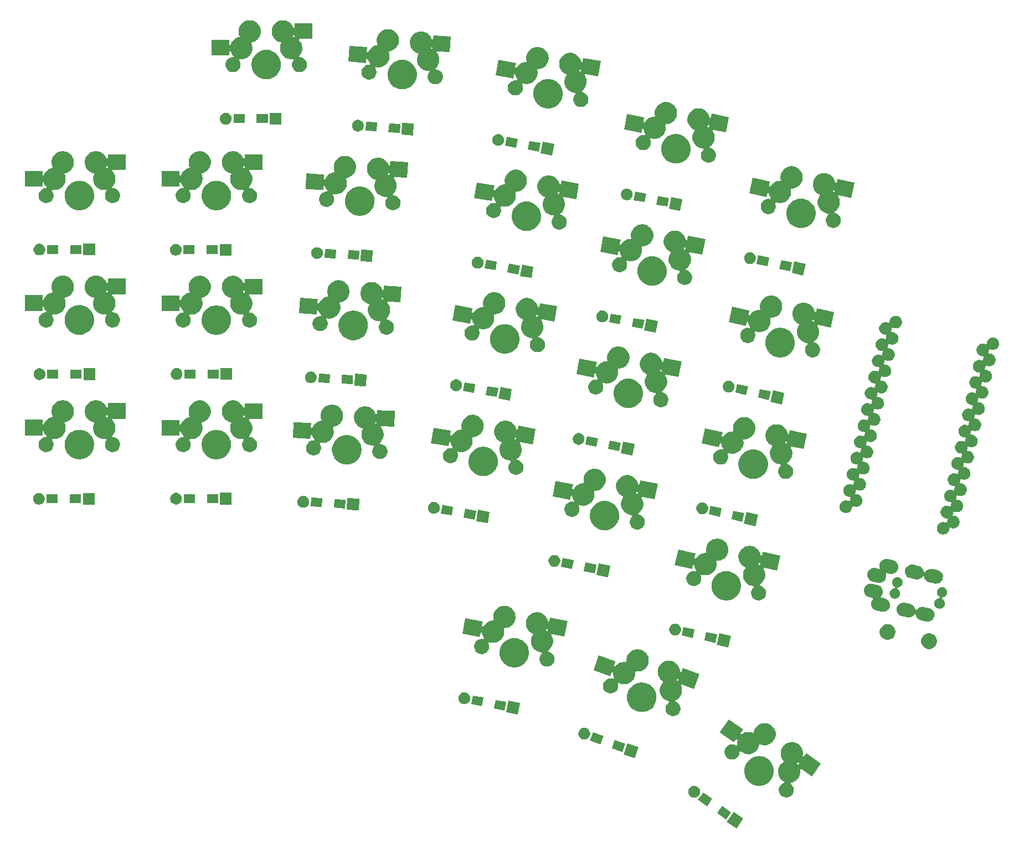
<source format=gbr>
G04 #@! TF.GenerationSoftware,KiCad,Pcbnew,(5.0.0)*
G04 #@! TF.CreationDate,2019-03-06T01:37:37+08:00*
G04 #@! TF.ProjectId,52Te_Rev,353254655F5265762E6B696361645F70,rev?*
G04 #@! TF.SameCoordinates,Original*
G04 #@! TF.FileFunction,Soldermask,Bot*
G04 #@! TF.FilePolarity,Negative*
%FSLAX46Y46*%
G04 Gerber Fmt 4.6, Leading zero omitted, Abs format (unit mm)*
G04 Created by KiCad (PCBNEW (5.0.0)) date 03/06/19 01:37:37*
%MOMM*%
%LPD*%
G01*
G04 APERTURE LIST*
%ADD10C,0.100000*%
G04 APERTURE END LIST*
D10*
G36*
X240522336Y-204664676D02*
X239491619Y-206136693D01*
X238019602Y-205105976D01*
X239050319Y-203633959D01*
X240522336Y-204664676D01*
X240522336Y-204664676D01*
G37*
G36*
X238687438Y-203652710D02*
X237913110Y-204758566D01*
X236520552Y-203783486D01*
X237294880Y-202677630D01*
X238687438Y-203652710D01*
X238687438Y-203652710D01*
G37*
G36*
X235779448Y-201616514D02*
X235005120Y-202722370D01*
X233612562Y-201747290D01*
X234386890Y-200641434D01*
X235779448Y-201616514D01*
X235779448Y-201616514D01*
G37*
G36*
X233291114Y-199650703D02*
X233454627Y-199718432D01*
X233601795Y-199816767D01*
X233726938Y-199941910D01*
X233825273Y-200089078D01*
X233893002Y-200252591D01*
X233927531Y-200426179D01*
X233927531Y-200603169D01*
X233893002Y-200776757D01*
X233825273Y-200940270D01*
X233726938Y-201087438D01*
X233601795Y-201212581D01*
X233454627Y-201310916D01*
X233291114Y-201378645D01*
X233117526Y-201413174D01*
X232940536Y-201413174D01*
X232766948Y-201378645D01*
X232603435Y-201310916D01*
X232456267Y-201212581D01*
X232331124Y-201087438D01*
X232232789Y-200940270D01*
X232165060Y-200776757D01*
X232130531Y-200603169D01*
X232130531Y-200426179D01*
X232165060Y-200252591D01*
X232232789Y-200089078D01*
X232331124Y-199941910D01*
X232456267Y-199816767D01*
X232603435Y-199718432D01*
X232766948Y-199650703D01*
X232940536Y-199616174D01*
X233117526Y-199616174D01*
X233291114Y-199650703D01*
X233291114Y-199650703D01*
G37*
G36*
X248340807Y-192979145D02*
X248450286Y-193000922D01*
X248759666Y-193129071D01*
X249038101Y-193315115D01*
X249274891Y-193551905D01*
X249460935Y-193830340D01*
X249568816Y-194090789D01*
X249589084Y-194139721D01*
X249654414Y-194468155D01*
X249654414Y-194803029D01*
X249614698Y-195002696D01*
X249612296Y-195027082D01*
X249614698Y-195051468D01*
X249621811Y-195074918D01*
X249633362Y-195096528D01*
X249648908Y-195115470D01*
X249667850Y-195131016D01*
X249689461Y-195142567D01*
X249712910Y-195149680D01*
X249737296Y-195152082D01*
X249761682Y-195149680D01*
X249785132Y-195142567D01*
X249806742Y-195131016D01*
X249825684Y-195115470D01*
X249839681Y-195098790D01*
X250148314Y-194658016D01*
X250148315Y-194658016D01*
X252172011Y-196075024D01*
X252360025Y-196206673D01*
X250983442Y-198172638D01*
X250983441Y-198172638D01*
X249477826Y-197118394D01*
X249417345Y-197076045D01*
X249395993Y-197064026D01*
X249372705Y-197056403D01*
X249348377Y-197053470D01*
X249323944Y-197055339D01*
X249300345Y-197061939D01*
X249278488Y-197073016D01*
X249259211Y-197088144D01*
X249243256Y-197106743D01*
X249231236Y-197128097D01*
X249223613Y-197151385D01*
X249220680Y-197175713D01*
X249223052Y-197202826D01*
X249237854Y-197277242D01*
X249237854Y-197612114D01*
X249172524Y-197940551D01*
X249044375Y-198249931D01*
X248858331Y-198528366D01*
X248621541Y-198765156D01*
X248343106Y-198951200D01*
X248033726Y-199079349D01*
X247867242Y-199112465D01*
X247843795Y-199119577D01*
X247822184Y-199131128D01*
X247803242Y-199146674D01*
X247787696Y-199165616D01*
X247776145Y-199187226D01*
X247769032Y-199210676D01*
X247766630Y-199235062D01*
X247769032Y-199259448D01*
X247776145Y-199282897D01*
X247787696Y-199304508D01*
X247803242Y-199323450D01*
X247822183Y-199338995D01*
X247854375Y-199360505D01*
X248014553Y-199520683D01*
X248140409Y-199709040D01*
X248227098Y-199918325D01*
X248271292Y-200140502D01*
X248271292Y-200367034D01*
X248227098Y-200589211D01*
X248140409Y-200798496D01*
X248014553Y-200986853D01*
X247854377Y-201147029D01*
X247666020Y-201272885D01*
X247456735Y-201359574D01*
X247234558Y-201403768D01*
X247008026Y-201403768D01*
X246785849Y-201359574D01*
X246576564Y-201272885D01*
X246388207Y-201147029D01*
X246228031Y-200986853D01*
X246102175Y-200798496D01*
X246015486Y-200589211D01*
X245971292Y-200367034D01*
X245971292Y-200140502D01*
X246015486Y-199918325D01*
X246102175Y-199709040D01*
X246228031Y-199520683D01*
X246388207Y-199360507D01*
X246576562Y-199234652D01*
X246718708Y-199175773D01*
X246740318Y-199164222D01*
X246759261Y-199148676D01*
X246774806Y-199129734D01*
X246786357Y-199108123D01*
X246793470Y-199084674D01*
X246795872Y-199060288D01*
X246793470Y-199035901D01*
X246786357Y-199012452D01*
X246774806Y-198990842D01*
X246759260Y-198971899D01*
X246740318Y-198956354D01*
X246732609Y-198951203D01*
X246732602Y-198951200D01*
X246454167Y-198765156D01*
X246217377Y-198528366D01*
X246031333Y-198249931D01*
X245903184Y-197940551D01*
X245837854Y-197612114D01*
X245837854Y-197277244D01*
X245852657Y-197202826D01*
X245903184Y-196948808D01*
X246012995Y-196683700D01*
X246031333Y-196639427D01*
X246217377Y-196360992D01*
X246368793Y-196209576D01*
X248758691Y-196209576D01*
X248761093Y-196233963D01*
X248768206Y-196257412D01*
X248779757Y-196279023D01*
X248795298Y-196297959D01*
X248810373Y-196313034D01*
X248829309Y-196328575D01*
X248850920Y-196340126D01*
X248874369Y-196347239D01*
X248898755Y-196349641D01*
X248923141Y-196347239D01*
X248946590Y-196340126D01*
X248968201Y-196328575D01*
X248987143Y-196313029D01*
X249001149Y-196296338D01*
X249034215Y-196249115D01*
X249046235Y-196227761D01*
X249053858Y-196204473D01*
X249056791Y-196180145D01*
X249054922Y-196155712D01*
X249048322Y-196132113D01*
X249037245Y-196110256D01*
X249022117Y-196090979D01*
X249003518Y-196075024D01*
X248982164Y-196063004D01*
X248958876Y-196055381D01*
X248934548Y-196052448D01*
X248910115Y-196054317D01*
X248886516Y-196060917D01*
X248862383Y-196073480D01*
X248814235Y-196105651D01*
X248795303Y-196121188D01*
X248779758Y-196140130D01*
X248768206Y-196161741D01*
X248761093Y-196185190D01*
X248758691Y-196209576D01*
X246368793Y-196209576D01*
X246454167Y-196124202D01*
X246678033Y-195974620D01*
X246696965Y-195959082D01*
X246712511Y-195940140D01*
X246724062Y-195918530D01*
X246731175Y-195895080D01*
X246733577Y-195870694D01*
X246731175Y-195846308D01*
X246724062Y-195822859D01*
X246712511Y-195801248D01*
X246696970Y-195782312D01*
X246633937Y-195719279D01*
X246447893Y-195440844D01*
X246319744Y-195131464D01*
X246297967Y-195021985D01*
X246254414Y-194803029D01*
X246254414Y-194468155D01*
X246319744Y-194139721D01*
X246340012Y-194090789D01*
X246447893Y-193830340D01*
X246633937Y-193551905D01*
X246870727Y-193315115D01*
X247149162Y-193129071D01*
X247458542Y-193000922D01*
X247568021Y-192979145D01*
X247786977Y-192935592D01*
X248121851Y-192935592D01*
X248340807Y-192979145D01*
X248340807Y-192979145D01*
G37*
G36*
X243309653Y-195115470D02*
X243616301Y-195176466D01*
X243785910Y-195246720D01*
X244025774Y-195346075D01*
X244098570Y-195394716D01*
X244394292Y-195592311D01*
X244707689Y-195905708D01*
X244851668Y-196121188D01*
X244953925Y-196274226D01*
X245053280Y-196514090D01*
X245105197Y-196639429D01*
X245123534Y-196683700D01*
X245210000Y-197118393D01*
X245210000Y-197561607D01*
X245199953Y-197612116D01*
X245134624Y-197940550D01*
X245123534Y-197996300D01*
X244953925Y-198405774D01*
X244953924Y-198405775D01*
X244707689Y-198774292D01*
X244394292Y-199087689D01*
X244148614Y-199251846D01*
X244025774Y-199333925D01*
X243785910Y-199433280D01*
X243616301Y-199503534D01*
X243398953Y-199546767D01*
X243181607Y-199590000D01*
X242738393Y-199590000D01*
X242303699Y-199503534D01*
X242134090Y-199433280D01*
X241894226Y-199333925D01*
X241771386Y-199251846D01*
X241525708Y-199087689D01*
X241212311Y-198774292D01*
X240966076Y-198405775D01*
X240966075Y-198405774D01*
X240796466Y-197996300D01*
X240785377Y-197940550D01*
X240720047Y-197612116D01*
X240710000Y-197561607D01*
X240710000Y-197118393D01*
X240796466Y-196683700D01*
X240814804Y-196639429D01*
X240866720Y-196514090D01*
X240966075Y-196274226D01*
X241068332Y-196121188D01*
X241212311Y-195905708D01*
X241525708Y-195592311D01*
X241821430Y-195394716D01*
X241894226Y-195346075D01*
X242134090Y-195246720D01*
X242303699Y-195176466D01*
X242610347Y-195115470D01*
X242738393Y-195090000D01*
X243181607Y-195090000D01*
X243309653Y-195115470D01*
X243309653Y-195115470D01*
G37*
G36*
X239640808Y-190401349D02*
X240499910Y-191002899D01*
X240167209Y-191478046D01*
X240147291Y-191506491D01*
X240135271Y-191527845D01*
X240127648Y-191551133D01*
X240124715Y-191575461D01*
X240126584Y-191599894D01*
X240133184Y-191623493D01*
X240144261Y-191645350D01*
X240159390Y-191664627D01*
X240177988Y-191680582D01*
X240199342Y-191692602D01*
X240222630Y-191700225D01*
X240246958Y-191703158D01*
X240271391Y-191701289D01*
X240294990Y-191694689D01*
X240319123Y-191682126D01*
X240490663Y-191567507D01*
X240800043Y-191439358D01*
X240958173Y-191407904D01*
X241128478Y-191374028D01*
X241463352Y-191374028D01*
X241594725Y-191400160D01*
X241791787Y-191439358D01*
X241950613Y-191505146D01*
X241974054Y-191512256D01*
X241998440Y-191514658D01*
X242022826Y-191512256D01*
X242046275Y-191505143D01*
X242067886Y-191493592D01*
X242086828Y-191478046D01*
X242102374Y-191459104D01*
X242113925Y-191437494D01*
X242121038Y-191414044D01*
X242158452Y-191225952D01*
X242225477Y-191064139D01*
X242286601Y-190916571D01*
X242472645Y-190638136D01*
X242709435Y-190401346D01*
X242987870Y-190215302D01*
X243297250Y-190087153D01*
X243406729Y-190065376D01*
X243625685Y-190021823D01*
X243960559Y-190021823D01*
X244179515Y-190065376D01*
X244288994Y-190087153D01*
X244598374Y-190215302D01*
X244876809Y-190401346D01*
X245113599Y-190638136D01*
X245299643Y-190916571D01*
X245360767Y-191064139D01*
X245427792Y-191225952D01*
X245493122Y-191554386D01*
X245493122Y-191889260D01*
X245458662Y-192062499D01*
X245427792Y-192217695D01*
X245299643Y-192527075D01*
X245113599Y-192805510D01*
X244876809Y-193042300D01*
X244598374Y-193228344D01*
X244288994Y-193356493D01*
X244179515Y-193378270D01*
X243960559Y-193421823D01*
X243625685Y-193421823D01*
X243494312Y-193395691D01*
X243297250Y-193356493D01*
X243138424Y-193290705D01*
X243114983Y-193283595D01*
X243090597Y-193281193D01*
X243066211Y-193283595D01*
X243042762Y-193290708D01*
X243021151Y-193302259D01*
X243002209Y-193317805D01*
X242986663Y-193336747D01*
X242975112Y-193358357D01*
X242967999Y-193381807D01*
X242930585Y-193569900D01*
X242802436Y-193879280D01*
X242616392Y-194157715D01*
X242379602Y-194394505D01*
X242101167Y-194580549D01*
X241791787Y-194708698D01*
X241682308Y-194730475D01*
X241463352Y-194774028D01*
X241128478Y-194774028D01*
X240909522Y-194730475D01*
X240800043Y-194708698D01*
X240490663Y-194580549D01*
X240212228Y-194394505D01*
X240162090Y-194344367D01*
X240143154Y-194328826D01*
X240121543Y-194317275D01*
X240098094Y-194310162D01*
X240073708Y-194307760D01*
X240049322Y-194310162D01*
X240025873Y-194317275D01*
X240004262Y-194328826D01*
X239985320Y-194344372D01*
X239969774Y-194363314D01*
X239958223Y-194384925D01*
X239951110Y-194408374D01*
X239948708Y-194432760D01*
X239948708Y-194539498D01*
X239904514Y-194761675D01*
X239817825Y-194970960D01*
X239691969Y-195159317D01*
X239531793Y-195319493D01*
X239343436Y-195445349D01*
X239134151Y-195532038D01*
X238911974Y-195576232D01*
X238685442Y-195576232D01*
X238463265Y-195532038D01*
X238253980Y-195445349D01*
X238065623Y-195319493D01*
X237905447Y-195159317D01*
X237779591Y-194970960D01*
X237692902Y-194761675D01*
X237648708Y-194539498D01*
X237648708Y-194312966D01*
X237692902Y-194090789D01*
X237779591Y-193881504D01*
X237905447Y-193693147D01*
X238065623Y-193532971D01*
X238253980Y-193407115D01*
X238463265Y-193320426D01*
X238685442Y-193276232D01*
X238911974Y-193276232D01*
X239134151Y-193320426D01*
X239343436Y-193407115D01*
X239421698Y-193459408D01*
X239443308Y-193470959D01*
X239466758Y-193478072D01*
X239491144Y-193480474D01*
X239515530Y-193478072D01*
X239538979Y-193470959D01*
X239560590Y-193459408D01*
X239579532Y-193443862D01*
X239595078Y-193424920D01*
X239606629Y-193403310D01*
X239613742Y-193379860D01*
X239616144Y-193355474D01*
X239613742Y-193331088D01*
X239595915Y-193241465D01*
X239595915Y-192906591D01*
X239650163Y-192633867D01*
X239652565Y-192609481D01*
X239650163Y-192585095D01*
X239643050Y-192561645D01*
X239631499Y-192540035D01*
X239615953Y-192521093D01*
X239597011Y-192505547D01*
X239575400Y-192493996D01*
X239551951Y-192486883D01*
X239527565Y-192484481D01*
X239503179Y-192486883D01*
X239479729Y-192493996D01*
X239458119Y-192505547D01*
X239439177Y-192521093D01*
X239425179Y-192537774D01*
X239123327Y-192968864D01*
X239123326Y-192968864D01*
X236911616Y-191420207D01*
X237047635Y-191225952D01*
X238288199Y-189454242D01*
X238288200Y-189454242D01*
X239640808Y-190401349D01*
X239640808Y-190401349D01*
G37*
G36*
X224541848Y-193706088D02*
X223927238Y-195394716D01*
X222238610Y-194780106D01*
X222853220Y-193091478D01*
X224541848Y-193706088D01*
X224541848Y-193706088D01*
G37*
G36*
X222507556Y-193203511D02*
X222045829Y-194472096D01*
X220448352Y-193890661D01*
X220910079Y-192622076D01*
X222507556Y-193203511D01*
X222507556Y-193203511D01*
G37*
G36*
X219171648Y-191989339D02*
X218709921Y-193257924D01*
X217112444Y-192676489D01*
X217574171Y-191407904D01*
X219171648Y-191989339D01*
X219171648Y-191989339D01*
G37*
G36*
X216491854Y-190772932D02*
X216655367Y-190840661D01*
X216802535Y-190938996D01*
X216927678Y-191064139D01*
X217026013Y-191211307D01*
X217093742Y-191374820D01*
X217128271Y-191548408D01*
X217128271Y-191725398D01*
X217093742Y-191898986D01*
X217026013Y-192062499D01*
X216927678Y-192209667D01*
X216802535Y-192334810D01*
X216655367Y-192433145D01*
X216491854Y-192500874D01*
X216318266Y-192535403D01*
X216141276Y-192535403D01*
X215967688Y-192500874D01*
X215804175Y-192433145D01*
X215657007Y-192334810D01*
X215531864Y-192209667D01*
X215433529Y-192062499D01*
X215365800Y-191898986D01*
X215331271Y-191725398D01*
X215331271Y-191548408D01*
X215365800Y-191374820D01*
X215433529Y-191211307D01*
X215531864Y-191064139D01*
X215657007Y-190938996D01*
X215804175Y-190840661D01*
X215967688Y-190772932D01*
X216141276Y-190738403D01*
X216318266Y-190738403D01*
X216491854Y-190772932D01*
X216491854Y-190772932D01*
G37*
G36*
X229530676Y-180508646D02*
X229640155Y-180530423D01*
X229949535Y-180658572D01*
X230227970Y-180844616D01*
X230464760Y-181081406D01*
X230650804Y-181359841D01*
X230778953Y-181669221D01*
X230778953Y-181669222D01*
X230844283Y-181997656D01*
X230844283Y-182077553D01*
X230846685Y-182101939D01*
X230853798Y-182125388D01*
X230865349Y-182146999D01*
X230880895Y-182165941D01*
X230899837Y-182181487D01*
X230921448Y-182193038D01*
X230944897Y-182200151D01*
X230969283Y-182202553D01*
X230993669Y-182200151D01*
X231017118Y-182193038D01*
X231038729Y-182181487D01*
X231057671Y-182165941D01*
X231073217Y-182146999D01*
X231086743Y-182120310D01*
X231269230Y-181618931D01*
X233806400Y-182542385D01*
X232985552Y-184797647D01*
X231186340Y-184142788D01*
X231162611Y-184136707D01*
X231138144Y-184135371D01*
X231113885Y-184138834D01*
X231090769Y-184146964D01*
X231069682Y-184159446D01*
X231051436Y-184175803D01*
X231036732Y-184195405D01*
X231026134Y-184217499D01*
X231020051Y-184241237D01*
X231018715Y-184265704D01*
X231022178Y-184289963D01*
X231028107Y-184308076D01*
X231103630Y-184490405D01*
X231168960Y-184818842D01*
X231168960Y-185153712D01*
X231103630Y-185482149D01*
X230975481Y-185791529D01*
X230789437Y-186069964D01*
X230552647Y-186306754D01*
X230274212Y-186492798D01*
X230228329Y-186511803D01*
X230206726Y-186523350D01*
X230187784Y-186538895D01*
X230172239Y-186557837D01*
X230160687Y-186579448D01*
X230153574Y-186602897D01*
X230151172Y-186627283D01*
X230153574Y-186651670D01*
X230160687Y-186675119D01*
X230172238Y-186696730D01*
X230187783Y-186715672D01*
X230206725Y-186731217D01*
X230228337Y-186742769D01*
X230338367Y-186788345D01*
X230526724Y-186914201D01*
X230686900Y-187074377D01*
X230812756Y-187262734D01*
X230899445Y-187472019D01*
X230943639Y-187694196D01*
X230943639Y-187920728D01*
X230899445Y-188142905D01*
X230812756Y-188352190D01*
X230686900Y-188540547D01*
X230526724Y-188700723D01*
X230338367Y-188826579D01*
X230129082Y-188913268D01*
X229906905Y-188957462D01*
X229680373Y-188957462D01*
X229458196Y-188913268D01*
X229248911Y-188826579D01*
X229060554Y-188700723D01*
X228900378Y-188540547D01*
X228774522Y-188352190D01*
X228687833Y-188142905D01*
X228643639Y-187920728D01*
X228643639Y-187694196D01*
X228687833Y-187472019D01*
X228774522Y-187262734D01*
X228900378Y-187074377D01*
X229060555Y-186914200D01*
X229127775Y-186869285D01*
X229146718Y-186853739D01*
X229162263Y-186834797D01*
X229173814Y-186813186D01*
X229180927Y-186789737D01*
X229183329Y-186765351D01*
X229180927Y-186740964D01*
X229173814Y-186717515D01*
X229162263Y-186695905D01*
X229146717Y-186676962D01*
X229127775Y-186661417D01*
X229106164Y-186649866D01*
X229082716Y-186642753D01*
X228973088Y-186620947D01*
X228663708Y-186492798D01*
X228385273Y-186306754D01*
X228148483Y-186069964D01*
X227962439Y-185791529D01*
X227834290Y-185482149D01*
X227768960Y-185153712D01*
X227768960Y-184818842D01*
X227805388Y-184635708D01*
X227812513Y-184599884D01*
X227834290Y-184490405D01*
X227962439Y-184181025D01*
X228148483Y-183902590D01*
X228255571Y-183795502D01*
X228271112Y-183776566D01*
X228282663Y-183754955D01*
X228289776Y-183731506D01*
X228292178Y-183707120D01*
X228289776Y-183682734D01*
X228282663Y-183659285D01*
X228271112Y-183637674D01*
X228255566Y-183618732D01*
X228236637Y-183603196D01*
X228060596Y-183485570D01*
X228019276Y-183444250D01*
X230321065Y-183444250D01*
X230323467Y-183468636D01*
X230330580Y-183492085D01*
X230342131Y-183513696D01*
X230357677Y-183532638D01*
X230376610Y-183548176D01*
X230397366Y-183562045D01*
X230418970Y-183573592D01*
X230442420Y-183580705D01*
X230466806Y-183583106D01*
X230491192Y-183580704D01*
X230514641Y-183573590D01*
X230536252Y-183562038D01*
X230555193Y-183546492D01*
X230570738Y-183527550D01*
X230584264Y-183500859D01*
X230604061Y-183446468D01*
X230610145Y-183422731D01*
X230611481Y-183398263D01*
X230608018Y-183374005D01*
X230599889Y-183350888D01*
X230587406Y-183329802D01*
X230571049Y-183311556D01*
X230551447Y-183296851D01*
X230529353Y-183286254D01*
X230505616Y-183280170D01*
X230481148Y-183278834D01*
X230456890Y-183282297D01*
X230433773Y-183290426D01*
X230412687Y-183302909D01*
X230398219Y-183315321D01*
X230357672Y-183355868D01*
X230342131Y-183374804D01*
X230330580Y-183396415D01*
X230323467Y-183419864D01*
X230321065Y-183444250D01*
X228019276Y-183444250D01*
X227823806Y-183248780D01*
X227637762Y-182970345D01*
X227509613Y-182660965D01*
X227453707Y-182379907D01*
X227444283Y-182332530D01*
X227444283Y-181997656D01*
X227509613Y-181669222D01*
X227509613Y-181669221D01*
X227637762Y-181359841D01*
X227823806Y-181081406D01*
X228060596Y-180844616D01*
X228339031Y-180658572D01*
X228648411Y-180530423D01*
X228757890Y-180508646D01*
X228976846Y-180465093D01*
X229311720Y-180465093D01*
X229530676Y-180508646D01*
X229530676Y-180508646D01*
G37*
G36*
X206413434Y-186966432D02*
X206070550Y-188730416D01*
X204306566Y-188387532D01*
X204649450Y-186623548D01*
X206413434Y-186966432D01*
X206413434Y-186966432D01*
G37*
G36*
X225458953Y-183863233D02*
X225676301Y-183906466D01*
X225819128Y-183965627D01*
X226085774Y-184076075D01*
X226208614Y-184158154D01*
X226454292Y-184322311D01*
X226767689Y-184635708D01*
X226789253Y-184667981D01*
X227013925Y-185004226D01*
X227105703Y-185225799D01*
X227183534Y-185413699D01*
X227205695Y-185525111D01*
X227270000Y-185848393D01*
X227270000Y-186291607D01*
X227266040Y-186311513D01*
X227183534Y-186726301D01*
X227154754Y-186795782D01*
X227013925Y-187135774D01*
X227013924Y-187135775D01*
X226767689Y-187504292D01*
X226454292Y-187817689D01*
X226300083Y-187920728D01*
X226085774Y-188063925D01*
X225845910Y-188163280D01*
X225676301Y-188233534D01*
X225458953Y-188276767D01*
X225241607Y-188320000D01*
X224798393Y-188320000D01*
X224581047Y-188276767D01*
X224363699Y-188233534D01*
X224194090Y-188163280D01*
X223954226Y-188063925D01*
X223739917Y-187920728D01*
X223585708Y-187817689D01*
X223272311Y-187504292D01*
X223026076Y-187135775D01*
X223026075Y-187135774D01*
X222885246Y-186795782D01*
X222856466Y-186726301D01*
X222773960Y-186311513D01*
X222770000Y-186291607D01*
X222770000Y-185848393D01*
X222834305Y-185525111D01*
X222856466Y-185413699D01*
X222934297Y-185225799D01*
X223026075Y-185004226D01*
X223250747Y-184667981D01*
X223272311Y-184635708D01*
X223585708Y-184322311D01*
X223831386Y-184158154D01*
X223954226Y-184076075D01*
X224220872Y-183965627D01*
X224363699Y-183906466D01*
X224581047Y-183863233D01*
X224798393Y-183820000D01*
X225241607Y-183820000D01*
X225458953Y-183863233D01*
X225458953Y-183863233D01*
G37*
G36*
X204325568Y-186788275D02*
X204067975Y-188113473D01*
X202399208Y-187789097D01*
X202656801Y-186463899D01*
X204325568Y-186788275D01*
X204325568Y-186788275D01*
G37*
G36*
X200840792Y-186110903D02*
X200583199Y-187436101D01*
X198914432Y-187111725D01*
X199172025Y-185786527D01*
X200840792Y-186110903D01*
X200840792Y-186110903D01*
G37*
G36*
X198142083Y-185359047D02*
X198305596Y-185426776D01*
X198305599Y-185426778D01*
X198389050Y-185482538D01*
X198452764Y-185525111D01*
X198577907Y-185650254D01*
X198676242Y-185797422D01*
X198743971Y-185960935D01*
X198778500Y-186134523D01*
X198778500Y-186311513D01*
X198743971Y-186485101D01*
X198676242Y-186648614D01*
X198676240Y-186648617D01*
X198582877Y-186788345D01*
X198577907Y-186795782D01*
X198452764Y-186920925D01*
X198452761Y-186920927D01*
X198452760Y-186920928D01*
X198305599Y-187019258D01*
X198305596Y-187019260D01*
X198142083Y-187086989D01*
X197968495Y-187121518D01*
X197791505Y-187121518D01*
X197617917Y-187086989D01*
X197454404Y-187019260D01*
X197454401Y-187019258D01*
X197307240Y-186920928D01*
X197307239Y-186920927D01*
X197307236Y-186920925D01*
X197182093Y-186795782D01*
X197177124Y-186788345D01*
X197083760Y-186648617D01*
X197083758Y-186648614D01*
X197016029Y-186485101D01*
X196981500Y-186311513D01*
X196981500Y-186134523D01*
X197016029Y-185960935D01*
X197083758Y-185797422D01*
X197182093Y-185650254D01*
X197307236Y-185525111D01*
X197370951Y-185482538D01*
X197454401Y-185426778D01*
X197454404Y-185426776D01*
X197617917Y-185359047D01*
X197791505Y-185324518D01*
X197968495Y-185324518D01*
X198142083Y-185359047D01*
X198142083Y-185359047D01*
G37*
G36*
X224757036Y-178771183D02*
X224866515Y-178792960D01*
X225175895Y-178921109D01*
X225454330Y-179107153D01*
X225691120Y-179343943D01*
X225877164Y-179622378D01*
X226005313Y-179931758D01*
X226005313Y-179931759D01*
X226070643Y-180260193D01*
X226070643Y-180595067D01*
X226053732Y-180680084D01*
X226005313Y-180923502D01*
X225877164Y-181232882D01*
X225691120Y-181511317D01*
X225454330Y-181748107D01*
X225175895Y-181934151D01*
X224866515Y-182062300D01*
X224757036Y-182084077D01*
X224538080Y-182127630D01*
X224203206Y-182127630D01*
X224157888Y-182118616D01*
X224133501Y-182116214D01*
X224109115Y-182118616D01*
X224085666Y-182125729D01*
X224064055Y-182137281D01*
X224045113Y-182152826D01*
X224029568Y-182171768D01*
X224018017Y-182193379D01*
X224010904Y-182216828D01*
X224008502Y-182241214D01*
X224008502Y-182547521D01*
X223985936Y-182660965D01*
X223943172Y-182875956D01*
X223815023Y-183185336D01*
X223628979Y-183463771D01*
X223392189Y-183700561D01*
X223113754Y-183886605D01*
X222804374Y-184014754D01*
X222694895Y-184036531D01*
X222475939Y-184080084D01*
X222141065Y-184080084D01*
X221922109Y-184036531D01*
X221812630Y-184014754D01*
X221530700Y-183897975D01*
X221507257Y-183890864D01*
X221482871Y-183888462D01*
X221458485Y-183890864D01*
X221435036Y-183897977D01*
X221413425Y-183909528D01*
X221394483Y-183925074D01*
X221378937Y-183944016D01*
X221367386Y-183965627D01*
X221360273Y-183989076D01*
X221357871Y-184013462D01*
X221360273Y-184037844D01*
X221387714Y-184175803D01*
X221396361Y-184219273D01*
X221396361Y-184445804D01*
X221352167Y-184667981D01*
X221265478Y-184877266D01*
X221139622Y-185065623D01*
X220979446Y-185225799D01*
X220791089Y-185351655D01*
X220581804Y-185438344D01*
X220359627Y-185482538D01*
X220133095Y-185482538D01*
X219910918Y-185438344D01*
X219701633Y-185351655D01*
X219513276Y-185225799D01*
X219353100Y-185065623D01*
X219227244Y-184877266D01*
X219140555Y-184667981D01*
X219096361Y-184445804D01*
X219096361Y-184219272D01*
X219140555Y-183997095D01*
X219227244Y-183787810D01*
X219353100Y-183599453D01*
X219513276Y-183439277D01*
X219701633Y-183313421D01*
X219910918Y-183226732D01*
X220133095Y-183182538D01*
X220359627Y-183182538D01*
X220539715Y-183218360D01*
X220581804Y-183226732D01*
X220589476Y-183229910D01*
X220612922Y-183237023D01*
X220637308Y-183239425D01*
X220661695Y-183237023D01*
X220685144Y-183229911D01*
X220706755Y-183218360D01*
X220725697Y-183202815D01*
X220741243Y-183183873D01*
X220752794Y-183162262D01*
X220759908Y-183138813D01*
X220762310Y-183114427D01*
X220759908Y-183090040D01*
X220752795Y-183066590D01*
X220673832Y-182875955D01*
X220608502Y-182547521D01*
X220608502Y-182379907D01*
X220606100Y-182355521D01*
X220598987Y-182332072D01*
X220587436Y-182310461D01*
X220571890Y-182291519D01*
X220552948Y-182275973D01*
X220531337Y-182264422D01*
X220507888Y-182257309D01*
X220483502Y-182254907D01*
X220459116Y-182257309D01*
X220435667Y-182264422D01*
X220414056Y-182275973D01*
X220395114Y-182291519D01*
X220379568Y-182310461D01*
X220366043Y-182337149D01*
X220182725Y-182840810D01*
X217645555Y-181917356D01*
X218466403Y-179662094D01*
X221003573Y-180585548D01*
X220798525Y-181148913D01*
X220792444Y-181172643D01*
X220791108Y-181197110D01*
X220794571Y-181221369D01*
X220802701Y-181244485D01*
X220815183Y-181265572D01*
X220831540Y-181283818D01*
X220851142Y-181298522D01*
X220873236Y-181309120D01*
X220896974Y-181315203D01*
X220921441Y-181316539D01*
X220945700Y-181313076D01*
X220968816Y-181304946D01*
X220989903Y-181292464D01*
X221004370Y-181280052D01*
X221224815Y-181059607D01*
X221503250Y-180873563D01*
X221812630Y-180745414D01*
X221922109Y-180723637D01*
X222141065Y-180680084D01*
X222475939Y-180680084D01*
X222521257Y-180689098D01*
X222545644Y-180691500D01*
X222570030Y-180689098D01*
X222593479Y-180681985D01*
X222615090Y-180670433D01*
X222634032Y-180654888D01*
X222649577Y-180635946D01*
X222661128Y-180614335D01*
X222668241Y-180590886D01*
X222670643Y-180566500D01*
X222670643Y-180260193D01*
X222735973Y-179931759D01*
X222735973Y-179931758D01*
X222864122Y-179622378D01*
X223050166Y-179343943D01*
X223286956Y-179107153D01*
X223565391Y-178921109D01*
X223874771Y-178792960D01*
X223984250Y-178771183D01*
X224203206Y-178727630D01*
X224538080Y-178727630D01*
X224757036Y-178771183D01*
X224757036Y-178771183D01*
G37*
G36*
X205862847Y-177030138D02*
X206196301Y-177096466D01*
X206337947Y-177155138D01*
X206605774Y-177266075D01*
X206728614Y-177348154D01*
X206974292Y-177512311D01*
X207287689Y-177825708D01*
X207433003Y-178043186D01*
X207533925Y-178194226D01*
X207556359Y-178248387D01*
X207692614Y-178577335D01*
X207703534Y-178603700D01*
X207790000Y-179038393D01*
X207790000Y-179481607D01*
X207703534Y-179916300D01*
X207533925Y-180325774D01*
X207533924Y-180325775D01*
X207287689Y-180694292D01*
X206974292Y-181007689D01*
X206802359Y-181122571D01*
X206605774Y-181253925D01*
X206409761Y-181335116D01*
X206196301Y-181423534D01*
X205978953Y-181466767D01*
X205761607Y-181510000D01*
X205318393Y-181510000D01*
X205101047Y-181466767D01*
X204883699Y-181423534D01*
X204670239Y-181335116D01*
X204474226Y-181253925D01*
X204277641Y-181122571D01*
X204105708Y-181007689D01*
X203792311Y-180694292D01*
X203546076Y-180325775D01*
X203546075Y-180325774D01*
X203376466Y-179916300D01*
X203290000Y-179481607D01*
X203290000Y-179038393D01*
X203376466Y-178603700D01*
X203387387Y-178577335D01*
X203523641Y-178248387D01*
X203546075Y-178194226D01*
X203646997Y-178043186D01*
X203792311Y-177825708D01*
X204105708Y-177512311D01*
X204351386Y-177348154D01*
X204474226Y-177266075D01*
X204742053Y-177155138D01*
X204883699Y-177096466D01*
X205217153Y-177030138D01*
X205318393Y-177010000D01*
X205761607Y-177010000D01*
X205862847Y-177030138D01*
X205862847Y-177030138D01*
G37*
G36*
X209389036Y-173101542D02*
X209498515Y-173123319D01*
X209807895Y-173251468D01*
X210086330Y-173437512D01*
X210323120Y-173674302D01*
X210509164Y-173952737D01*
X210607565Y-174190299D01*
X210637313Y-174262117D01*
X210667860Y-174415687D01*
X210674973Y-174439136D01*
X210686524Y-174460746D01*
X210702070Y-174479689D01*
X210721012Y-174495234D01*
X210742623Y-174506785D01*
X210766072Y-174513898D01*
X210790458Y-174516300D01*
X210814845Y-174513898D01*
X210838294Y-174506785D01*
X210859904Y-174495234D01*
X210878847Y-174479688D01*
X210894392Y-174460746D01*
X210905943Y-174439135D01*
X210913161Y-174415151D01*
X210915850Y-174401319D01*
X211015991Y-173886135D01*
X213666385Y-174401319D01*
X213208443Y-176757225D01*
X211329272Y-176391951D01*
X211304876Y-176389655D01*
X211280500Y-176392163D01*
X211257082Y-176399379D01*
X211235522Y-176411024D01*
X211216648Y-176426652D01*
X211201185Y-176445662D01*
X211189728Y-176467323D01*
X211182718Y-176490803D01*
X211180422Y-176515199D01*
X211182930Y-176539575D01*
X211190146Y-176562993D01*
X211201484Y-176584094D01*
X211271176Y-176688396D01*
X211399325Y-176997776D01*
X211401492Y-177008670D01*
X211464655Y-177326211D01*
X211464655Y-177661085D01*
X211454352Y-177712882D01*
X211399325Y-177989520D01*
X211271176Y-178298900D01*
X211085132Y-178577335D01*
X210848342Y-178814125D01*
X210745608Y-178882769D01*
X210726674Y-178898309D01*
X210711128Y-178917251D01*
X210699577Y-178938862D01*
X210692464Y-178962311D01*
X210690062Y-178986697D01*
X210692464Y-179011083D01*
X210699577Y-179034533D01*
X210711128Y-179056143D01*
X210726674Y-179075085D01*
X210745616Y-179090631D01*
X210767227Y-179102182D01*
X210790674Y-179109295D01*
X210862109Y-179123504D01*
X211071394Y-179210193D01*
X211259751Y-179336049D01*
X211419927Y-179496225D01*
X211545783Y-179684582D01*
X211632472Y-179893867D01*
X211676666Y-180116044D01*
X211676666Y-180342576D01*
X211632472Y-180564753D01*
X211545783Y-180774038D01*
X211419927Y-180962395D01*
X211259751Y-181122571D01*
X211071394Y-181248427D01*
X210862109Y-181335116D01*
X210639932Y-181379310D01*
X210413400Y-181379310D01*
X210191223Y-181335116D01*
X209981938Y-181248427D01*
X209793581Y-181122571D01*
X209633405Y-180962395D01*
X209507549Y-180774038D01*
X209420860Y-180564753D01*
X209376666Y-180342576D01*
X209376666Y-180116044D01*
X209420860Y-179893867D01*
X209507549Y-179684582D01*
X209633405Y-179496225D01*
X209722594Y-179407036D01*
X209738140Y-179388094D01*
X209749691Y-179366483D01*
X209756804Y-179343034D01*
X209759206Y-179318648D01*
X209756804Y-179294262D01*
X209749691Y-179270813D01*
X209738140Y-179249202D01*
X209722594Y-179230260D01*
X209703652Y-179214714D01*
X209682041Y-179203163D01*
X209658592Y-179196050D01*
X209634206Y-179193648D01*
X209597218Y-179193648D01*
X209378262Y-179150095D01*
X209268783Y-179128318D01*
X208959403Y-179000169D01*
X208680968Y-178814125D01*
X208444178Y-178577335D01*
X208258134Y-178298900D01*
X208129985Y-177989520D01*
X208074958Y-177712882D01*
X208064655Y-177661085D01*
X208064655Y-177326211D01*
X208127818Y-177008670D01*
X208129985Y-176997776D01*
X208258134Y-176688396D01*
X208382185Y-176502740D01*
X208393733Y-176481135D01*
X208400846Y-176457686D01*
X208403248Y-176433300D01*
X208400846Y-176408913D01*
X208393733Y-176385464D01*
X208382182Y-176363854D01*
X208366636Y-176344911D01*
X208347694Y-176329366D01*
X208326090Y-176317819D01*
X208197391Y-176264510D01*
X207918956Y-176078466D01*
X207682166Y-175841676D01*
X207666573Y-175818338D01*
X210364050Y-175818338D01*
X210366452Y-175842724D01*
X210373565Y-175866173D01*
X210385117Y-175887784D01*
X210400662Y-175906726D01*
X210419605Y-175922271D01*
X210441204Y-175933817D01*
X210463456Y-175943034D01*
X210486894Y-175950143D01*
X210511280Y-175952545D01*
X210535666Y-175950143D01*
X210559115Y-175943030D01*
X210580726Y-175931479D01*
X210599668Y-175915933D01*
X210615214Y-175896991D01*
X210626765Y-175875381D01*
X210633984Y-175851395D01*
X210635873Y-175841678D01*
X210645628Y-175791489D01*
X210647923Y-175767094D01*
X210645414Y-175742718D01*
X210638199Y-175719300D01*
X210626553Y-175697740D01*
X210610925Y-175678866D01*
X210591916Y-175663404D01*
X210570254Y-175651947D01*
X210546774Y-175644936D01*
X210522378Y-175642641D01*
X210498002Y-175645150D01*
X210474584Y-175652365D01*
X210453024Y-175664011D01*
X210434150Y-175679639D01*
X210418994Y-175698190D01*
X210385116Y-175748892D01*
X210373565Y-175770503D01*
X210366452Y-175793952D01*
X210364050Y-175818338D01*
X207666573Y-175818338D01*
X207496122Y-175563241D01*
X207367973Y-175253861D01*
X207320118Y-175013278D01*
X207302643Y-174925426D01*
X207302643Y-174590552D01*
X207353022Y-174337283D01*
X207367973Y-174262117D01*
X207496122Y-173952737D01*
X207682166Y-173674302D01*
X207918956Y-173437512D01*
X208197391Y-173251468D01*
X208506771Y-173123319D01*
X208616250Y-173101542D01*
X208835206Y-173057989D01*
X209170080Y-173057989D01*
X209389036Y-173101542D01*
X209389036Y-173101542D01*
G37*
G36*
X204402370Y-172132232D02*
X204511849Y-172154009D01*
X204821229Y-172282158D01*
X205099664Y-172468202D01*
X205336454Y-172704992D01*
X205522498Y-172983427D01*
X205650647Y-173292807D01*
X205660815Y-173343924D01*
X205710917Y-173595803D01*
X205715977Y-173621244D01*
X205715977Y-173956114D01*
X205650647Y-174284551D01*
X205522498Y-174593931D01*
X205336454Y-174872366D01*
X205099664Y-175109156D01*
X204821229Y-175295200D01*
X204511849Y-175423349D01*
X204402370Y-175445126D01*
X204183414Y-175488679D01*
X204060671Y-175488679D01*
X204036285Y-175491081D01*
X204012836Y-175498194D01*
X203991225Y-175509745D01*
X203972283Y-175525291D01*
X203956737Y-175544233D01*
X203945186Y-175565844D01*
X203938073Y-175589293D01*
X203935671Y-175613679D01*
X203938073Y-175638065D01*
X203984655Y-175872248D01*
X203984655Y-176207122D01*
X203960303Y-176329545D01*
X203919325Y-176535557D01*
X203791176Y-176844937D01*
X203605132Y-177123372D01*
X203368342Y-177360162D01*
X203089907Y-177546206D01*
X202780527Y-177674355D01*
X202682066Y-177693940D01*
X202452092Y-177739685D01*
X202117218Y-177739685D01*
X201887244Y-177693940D01*
X201788783Y-177674355D01*
X201770646Y-177666842D01*
X201747199Y-177659730D01*
X201722813Y-177657328D01*
X201698427Y-177659730D01*
X201674977Y-177666843D01*
X201653367Y-177678394D01*
X201634425Y-177693940D01*
X201618879Y-177712882D01*
X201607328Y-177734493D01*
X201600215Y-177757942D01*
X201597813Y-177782328D01*
X201600215Y-177806714D01*
X201607327Y-177830161D01*
X201659140Y-177955247D01*
X201659140Y-177955249D01*
X201703334Y-178177424D01*
X201703334Y-178403956D01*
X201659140Y-178626133D01*
X201572451Y-178835418D01*
X201446595Y-179023775D01*
X201286419Y-179183951D01*
X201098062Y-179309807D01*
X200888777Y-179396496D01*
X200666600Y-179440690D01*
X200440068Y-179440690D01*
X200217891Y-179396496D01*
X200008606Y-179309807D01*
X199820249Y-179183951D01*
X199660073Y-179023775D01*
X199534217Y-178835418D01*
X199447528Y-178626133D01*
X199403334Y-178403956D01*
X199403334Y-178177424D01*
X199447528Y-177955247D01*
X199534217Y-177745962D01*
X199660073Y-177557605D01*
X199820249Y-177397429D01*
X200008606Y-177271573D01*
X200217891Y-177184884D01*
X200440068Y-177140690D01*
X200666601Y-177140690D01*
X200727160Y-177152736D01*
X200751546Y-177155138D01*
X200775932Y-177152736D01*
X200799381Y-177145623D01*
X200820992Y-177134072D01*
X200839934Y-177118526D01*
X200855480Y-177099584D01*
X200867031Y-177077973D01*
X200874144Y-177054524D01*
X200876546Y-177030138D01*
X200874144Y-177005752D01*
X200867031Y-176982303D01*
X200855484Y-176960700D01*
X200778134Y-176844937D01*
X200649985Y-176535557D01*
X200644389Y-176507425D01*
X200603981Y-176304281D01*
X200596868Y-176280832D01*
X200585317Y-176259221D01*
X200569771Y-176240279D01*
X200550829Y-176224734D01*
X200529218Y-176213183D01*
X200505769Y-176206070D01*
X200481383Y-176203668D01*
X200456996Y-176206070D01*
X200433547Y-176213183D01*
X200411936Y-176224734D01*
X200392994Y-176240280D01*
X200377449Y-176259222D01*
X200365898Y-176280833D01*
X200358680Y-176304815D01*
X200327092Y-176467323D01*
X200257123Y-176827284D01*
X197606729Y-176312100D01*
X198064671Y-173956194D01*
X200715065Y-174471378D01*
X200598571Y-175070686D01*
X200596275Y-175095082D01*
X200598783Y-175119458D01*
X200605999Y-175142876D01*
X200617644Y-175164436D01*
X200633272Y-175183310D01*
X200652282Y-175198773D01*
X200673943Y-175210230D01*
X200697423Y-175217240D01*
X200721819Y-175219536D01*
X200746195Y-175217028D01*
X200769613Y-175209812D01*
X200791173Y-175198167D01*
X200810047Y-175182539D01*
X200825203Y-175163989D01*
X200964178Y-174955998D01*
X201200968Y-174719208D01*
X201479403Y-174533164D01*
X201788783Y-174405015D01*
X201898262Y-174383238D01*
X202117218Y-174339685D01*
X202239961Y-174339685D01*
X202264347Y-174337283D01*
X202287796Y-174330170D01*
X202309407Y-174318619D01*
X202328349Y-174303073D01*
X202343895Y-174284131D01*
X202355446Y-174262520D01*
X202362559Y-174239071D01*
X202364961Y-174214685D01*
X202362559Y-174190299D01*
X202315977Y-173956116D01*
X202315977Y-173621242D01*
X202371139Y-173343924D01*
X202381307Y-173292807D01*
X202509456Y-172983427D01*
X202695500Y-172704992D01*
X202932290Y-172468202D01*
X203210725Y-172282158D01*
X203520105Y-172154009D01*
X203629584Y-172132232D01*
X203848540Y-172088679D01*
X204183414Y-172088679D01*
X204402370Y-172132232D01*
X204402370Y-172132232D01*
G37*
G36*
X269282988Y-176329544D02*
X269501374Y-176420002D01*
X269697920Y-176551330D01*
X269865061Y-176718471D01*
X269996389Y-176915017D01*
X270086847Y-177133403D01*
X270132962Y-177365238D01*
X270132962Y-177601620D01*
X270086847Y-177833455D01*
X269996389Y-178051841D01*
X269865061Y-178248387D01*
X269697920Y-178415528D01*
X269501374Y-178546856D01*
X269282988Y-178637314D01*
X269051153Y-178683429D01*
X268814771Y-178683429D01*
X268582936Y-178637314D01*
X268364550Y-178546856D01*
X268168004Y-178415528D01*
X268000863Y-178248387D01*
X267869535Y-178051841D01*
X267779077Y-177833455D01*
X267732962Y-177601620D01*
X267732962Y-177365238D01*
X267779077Y-177133403D01*
X267869535Y-176915017D01*
X268000863Y-176718471D01*
X268168004Y-176551330D01*
X268364550Y-176420002D01*
X268582936Y-176329544D01*
X268814771Y-176283429D01*
X269051153Y-176283429D01*
X269282988Y-176329544D01*
X269282988Y-176329544D01*
G37*
G36*
X238628436Y-176677724D02*
X238239494Y-178432128D01*
X236485090Y-178043186D01*
X236874032Y-176288782D01*
X238628436Y-176677724D01*
X238628436Y-176677724D01*
G37*
G36*
X236545948Y-176444974D02*
X236253755Y-177762973D01*
X234594052Y-177395026D01*
X234886245Y-176077027D01*
X236545948Y-176444974D01*
X236545948Y-176444974D01*
G37*
G36*
X262937064Y-174922686D02*
X263155450Y-175013144D01*
X263351996Y-175144472D01*
X263519137Y-175311613D01*
X263650465Y-175508159D01*
X263740923Y-175726545D01*
X263787038Y-175958380D01*
X263787038Y-176194762D01*
X263740923Y-176426597D01*
X263650465Y-176644983D01*
X263519137Y-176841529D01*
X263351996Y-177008670D01*
X263155450Y-177139998D01*
X262937064Y-177230456D01*
X262705229Y-177276571D01*
X262468847Y-177276571D01*
X262237012Y-177230456D01*
X262018626Y-177139998D01*
X261822080Y-177008670D01*
X261654939Y-176841529D01*
X261523611Y-176644983D01*
X261433153Y-176426597D01*
X261387038Y-176194762D01*
X261387038Y-175958380D01*
X261433153Y-175726545D01*
X261523611Y-175508159D01*
X261654939Y-175311613D01*
X261822080Y-175144472D01*
X262018626Y-175013144D01*
X262237012Y-174922686D01*
X262468847Y-174876571D01*
X262705229Y-174876571D01*
X262937064Y-174922686D01*
X262937064Y-174922686D01*
G37*
G36*
X233080098Y-175676614D02*
X232787905Y-176994613D01*
X231128202Y-176626666D01*
X231420395Y-175308667D01*
X233080098Y-175676614D01*
X233080098Y-175676614D01*
G37*
G36*
X230379470Y-174847214D02*
X230542983Y-174914943D01*
X230542986Y-174914945D01*
X230689951Y-175013144D01*
X230690151Y-175013278D01*
X230815294Y-175138421D01*
X230815296Y-175138424D01*
X230815297Y-175138425D01*
X230892428Y-175253860D01*
X230913629Y-175285589D01*
X230981358Y-175449102D01*
X231015887Y-175622690D01*
X231015887Y-175799680D01*
X230981358Y-175973268D01*
X230913629Y-176136781D01*
X230913627Y-176136784D01*
X230815642Y-176283429D01*
X230815294Y-176283949D01*
X230690151Y-176409092D01*
X230690148Y-176409094D01*
X230690147Y-176409095D01*
X230549989Y-176502746D01*
X230542983Y-176507427D01*
X230379470Y-176575156D01*
X230205882Y-176609685D01*
X230028892Y-176609685D01*
X229855304Y-176575156D01*
X229691791Y-176507427D01*
X229684785Y-176502746D01*
X229544627Y-176409095D01*
X229544626Y-176409094D01*
X229544623Y-176409092D01*
X229419480Y-176283949D01*
X229419133Y-176283429D01*
X229321147Y-176136784D01*
X229321145Y-176136781D01*
X229253416Y-175973268D01*
X229218887Y-175799680D01*
X229218887Y-175622690D01*
X229253416Y-175449102D01*
X229321145Y-175285589D01*
X229342346Y-175253860D01*
X229419477Y-175138425D01*
X229419478Y-175138424D01*
X229419480Y-175138421D01*
X229544623Y-175013278D01*
X229544824Y-175013144D01*
X229691788Y-174914945D01*
X229691791Y-174914943D01*
X229855304Y-174847214D01*
X230028892Y-174812685D01*
X230205882Y-174812685D01*
X230379470Y-174847214D01*
X230379470Y-174847214D01*
G37*
G36*
X265114255Y-171584525D02*
X265191200Y-171593802D01*
X266072947Y-171789281D01*
X266171156Y-171821428D01*
X266220258Y-171837501D01*
X266400502Y-171938959D01*
X266557479Y-172073623D01*
X266614843Y-172146718D01*
X266685175Y-172236335D01*
X266688614Y-172243121D01*
X266778671Y-172420825D01*
X266778672Y-172420827D01*
X266778672Y-172420828D01*
X266834381Y-172620016D01*
X266835857Y-172639313D01*
X266840111Y-172663438D01*
X266848993Y-172686277D01*
X266862159Y-172706943D01*
X266879104Y-172724644D01*
X266899176Y-172738699D01*
X266921606Y-172748568D01*
X266945529Y-172753872D01*
X266970027Y-172754407D01*
X266994159Y-172750152D01*
X267016998Y-172741270D01*
X267037664Y-172728104D01*
X267055365Y-172711159D01*
X267069421Y-172691086D01*
X267078912Y-172674225D01*
X267213583Y-172517241D01*
X267376288Y-172389550D01*
X267560779Y-172296053D01*
X267560781Y-172296052D01*
X267560782Y-172296052D01*
X267759970Y-172240344D01*
X267966198Y-172224567D01*
X267966201Y-172224567D01*
X268043143Y-172233844D01*
X268120088Y-172243121D01*
X269001835Y-172438600D01*
X269092268Y-172468202D01*
X269149146Y-172486820D01*
X269329390Y-172588278D01*
X269486367Y-172722942D01*
X269511060Y-172754407D01*
X269614063Y-172885654D01*
X269658705Y-172973744D01*
X269707559Y-173070144D01*
X269707560Y-173070146D01*
X269707560Y-173070147D01*
X269763269Y-173269335D01*
X269778055Y-173462607D01*
X269779046Y-173475566D01*
X269754288Y-173680909D01*
X269689945Y-173877475D01*
X269588488Y-174057717D01*
X269453817Y-174214701D01*
X269291112Y-174342392D01*
X269147541Y-174415151D01*
X269106618Y-174435890D01*
X268907430Y-174491598D01*
X268701200Y-174507375D01*
X268701198Y-174507375D01*
X268649903Y-174501190D01*
X268547310Y-174488821D01*
X267665565Y-174293342D01*
X267665564Y-174293342D01*
X267665561Y-174293341D01*
X267518254Y-174245122D01*
X267338012Y-174143665D01*
X267181028Y-174008994D01*
X267053337Y-173846289D01*
X266959840Y-173661798D01*
X266948498Y-173621244D01*
X266904131Y-173462607D01*
X266902655Y-173443317D01*
X266898400Y-173419185D01*
X266889518Y-173396347D01*
X266876352Y-173375680D01*
X266859407Y-173357979D01*
X266839334Y-173343924D01*
X266816905Y-173334055D01*
X266792982Y-173328752D01*
X266768483Y-173328217D01*
X266744351Y-173332472D01*
X266721513Y-173341354D01*
X266700846Y-173354520D01*
X266683145Y-173371465D01*
X266669089Y-173391540D01*
X266659600Y-173408398D01*
X266524929Y-173565382D01*
X266362224Y-173693073D01*
X266177732Y-173786570D01*
X266177730Y-173786571D01*
X265978542Y-173842279D01*
X265772312Y-173858056D01*
X265772310Y-173858056D01*
X265721015Y-173851871D01*
X265618422Y-173839502D01*
X264736677Y-173644023D01*
X264736676Y-173644023D01*
X264736673Y-173644022D01*
X264589366Y-173595803D01*
X264409124Y-173494346D01*
X264252140Y-173359675D01*
X264124449Y-173196970D01*
X264030952Y-173012479D01*
X263979166Y-172827315D01*
X263975243Y-172813288D01*
X263959466Y-172607060D01*
X263961731Y-172588278D01*
X263984224Y-172401714D01*
X264048567Y-172205148D01*
X264150024Y-172024906D01*
X264284695Y-171867922D01*
X264447400Y-171740231D01*
X264631891Y-171646734D01*
X264631893Y-171646733D01*
X264631894Y-171646733D01*
X264831082Y-171591025D01*
X265037310Y-171575248D01*
X265037313Y-171575248D01*
X265114255Y-171584525D01*
X265114255Y-171584525D01*
G37*
G36*
X260123396Y-168685589D02*
X260200341Y-168694866D01*
X261082088Y-168890345D01*
X261176932Y-168921391D01*
X261229399Y-168938565D01*
X261229400Y-168938566D01*
X261229401Y-168938566D01*
X261257237Y-168954235D01*
X261409643Y-169040023D01*
X261566620Y-169174687D01*
X261602865Y-169220872D01*
X261694316Y-169337399D01*
X261721106Y-169390263D01*
X261787812Y-169521889D01*
X261787813Y-169521891D01*
X261787813Y-169521892D01*
X261843522Y-169721080D01*
X261858308Y-169914352D01*
X261859299Y-169927311D01*
X261834541Y-170132654D01*
X261770198Y-170329220D01*
X261668741Y-170509462D01*
X261585822Y-170606119D01*
X261571767Y-170626192D01*
X261561898Y-170648621D01*
X261556594Y-170672544D01*
X261556059Y-170697043D01*
X261560314Y-170721175D01*
X261569195Y-170744013D01*
X261582361Y-170764680D01*
X261599306Y-170782381D01*
X261619379Y-170796436D01*
X261641808Y-170806305D01*
X261653629Y-170809542D01*
X262167763Y-170923523D01*
X262240813Y-170947435D01*
X262315074Y-170971743D01*
X262495318Y-171073201D01*
X262652295Y-171207865D01*
X262693210Y-171260000D01*
X262779991Y-171370577D01*
X262826740Y-171462824D01*
X262873487Y-171555067D01*
X262873488Y-171555069D01*
X262873488Y-171555070D01*
X262929197Y-171754258D01*
X262943983Y-171947530D01*
X262944974Y-171960489D01*
X262920216Y-172165832D01*
X262855873Y-172362398D01*
X262754416Y-172542640D01*
X262619745Y-172699624D01*
X262457040Y-172827315D01*
X262341923Y-172885654D01*
X262272546Y-172920813D01*
X262073358Y-172976521D01*
X261867128Y-172992298D01*
X261867126Y-172992298D01*
X261815831Y-172986113D01*
X261713238Y-172973744D01*
X260831493Y-172778265D01*
X260831492Y-172778265D01*
X260831489Y-172778264D01*
X260684182Y-172730045D01*
X260503940Y-172628588D01*
X260346956Y-172493917D01*
X260219265Y-172331212D01*
X260125768Y-172146721D01*
X260109535Y-172088679D01*
X260070059Y-171947530D01*
X260054282Y-171741302D01*
X260068118Y-171626548D01*
X260079040Y-171535956D01*
X260143383Y-171339390D01*
X260150696Y-171326399D01*
X260213222Y-171215319D01*
X260244840Y-171159148D01*
X260327759Y-171062491D01*
X260341814Y-171042418D01*
X260351683Y-171019989D01*
X260356987Y-170996066D01*
X260357522Y-170971567D01*
X260353267Y-170947435D01*
X260344386Y-170924597D01*
X260331220Y-170903930D01*
X260314275Y-170886229D01*
X260294202Y-170872174D01*
X260271773Y-170862305D01*
X260259957Y-170859069D01*
X259745818Y-170745087D01*
X259745819Y-170745087D01*
X259745813Y-170745086D01*
X259598507Y-170696867D01*
X259418265Y-170595410D01*
X259261281Y-170460739D01*
X259133590Y-170298034D01*
X259040093Y-170113543D01*
X259029486Y-170075616D01*
X258984384Y-169914352D01*
X258968607Y-169708124D01*
X258971963Y-169680293D01*
X258993365Y-169502778D01*
X259057708Y-169306212D01*
X259159165Y-169125970D01*
X259264050Y-169003707D01*
X259293834Y-168968988D01*
X259293836Y-168968986D01*
X259456541Y-168841295D01*
X259641032Y-168747798D01*
X259641034Y-168747797D01*
X259641035Y-168747797D01*
X259840223Y-168692089D01*
X260046451Y-168676312D01*
X260046454Y-168676312D01*
X260123396Y-168685589D01*
X260123396Y-168685589D01*
G37*
G36*
X271157677Y-169227566D02*
X271303266Y-169287871D01*
X271434298Y-169375424D01*
X271545724Y-169486850D01*
X271633277Y-169617882D01*
X271693582Y-169763471D01*
X271724325Y-169918028D01*
X271724325Y-170075618D01*
X271693582Y-170230175D01*
X271633277Y-170375764D01*
X271545724Y-170506796D01*
X271434298Y-170618222D01*
X271303266Y-170705775D01*
X271157677Y-170766080D01*
X271082793Y-170780975D01*
X271008355Y-170795781D01*
X270984907Y-170802894D01*
X270963296Y-170814445D01*
X270944354Y-170829990D01*
X270928809Y-170848932D01*
X270917257Y-170870543D01*
X270910144Y-170893992D01*
X270907742Y-170918379D01*
X270910144Y-170942765D01*
X270917257Y-170966214D01*
X270928808Y-170987825D01*
X270944353Y-171006767D01*
X270963295Y-171022312D01*
X271055527Y-171083940D01*
X271166955Y-171195368D01*
X271254508Y-171326400D01*
X271314813Y-171471989D01*
X271345556Y-171626546D01*
X271345556Y-171784136D01*
X271314813Y-171938693D01*
X271254508Y-172084282D01*
X271166955Y-172215314D01*
X271055529Y-172326740D01*
X270924497Y-172414293D01*
X270778908Y-172474598D01*
X270624351Y-172505341D01*
X270466761Y-172505341D01*
X270312204Y-172474598D01*
X270166615Y-172414293D01*
X270035583Y-172326740D01*
X269924157Y-172215314D01*
X269836604Y-172084282D01*
X269776299Y-171938693D01*
X269745556Y-171784136D01*
X269745556Y-171626546D01*
X269776299Y-171471989D01*
X269836604Y-171326400D01*
X269924157Y-171195368D01*
X270035583Y-171083942D01*
X270166615Y-170996389D01*
X270312204Y-170936084D01*
X270407159Y-170917197D01*
X270461526Y-170906383D01*
X270484974Y-170899270D01*
X270506585Y-170887719D01*
X270525527Y-170872174D01*
X270541072Y-170853232D01*
X270552624Y-170831621D01*
X270559737Y-170808172D01*
X270562139Y-170783785D01*
X270559737Y-170759399D01*
X270552624Y-170735950D01*
X270541073Y-170714339D01*
X270525528Y-170695397D01*
X270506586Y-170679852D01*
X270414354Y-170618224D01*
X270302926Y-170506796D01*
X270215373Y-170375764D01*
X270155068Y-170230175D01*
X270124325Y-170075618D01*
X270124325Y-169918028D01*
X270155068Y-169763471D01*
X270215373Y-169617882D01*
X270302926Y-169486850D01*
X270414352Y-169375424D01*
X270545384Y-169287871D01*
X270690973Y-169227566D01*
X270845530Y-169196823D01*
X271003120Y-169196823D01*
X271157677Y-169227566D01*
X271157677Y-169227566D01*
G37*
G36*
X238333128Y-166798096D02*
X238576301Y-166846466D01*
X238739296Y-166913981D01*
X238985774Y-167016075D01*
X239101606Y-167093472D01*
X239354292Y-167262311D01*
X239667689Y-167575708D01*
X239808763Y-167786841D01*
X239913925Y-167944226D01*
X239979609Y-168102803D01*
X240083534Y-168353699D01*
X240099936Y-168436160D01*
X240170000Y-168788393D01*
X240170000Y-169231607D01*
X240141393Y-169375422D01*
X240083534Y-169666301D01*
X240023465Y-169811321D01*
X239913925Y-170075774D01*
X239875919Y-170132654D01*
X239667689Y-170444292D01*
X239354292Y-170757689D01*
X239113802Y-170918379D01*
X238985774Y-171003925D01*
X238818526Y-171073201D01*
X238576301Y-171173534D01*
X238403707Y-171207865D01*
X238141607Y-171260000D01*
X237698393Y-171260000D01*
X237436293Y-171207865D01*
X237263699Y-171173534D01*
X237021474Y-171073201D01*
X236854226Y-171003925D01*
X236726198Y-170918379D01*
X236485708Y-170757689D01*
X236172311Y-170444292D01*
X235964081Y-170132654D01*
X235926075Y-170075774D01*
X235816535Y-169811321D01*
X235756466Y-169666301D01*
X235698607Y-169375422D01*
X235670000Y-169231607D01*
X235670000Y-168788393D01*
X235740064Y-168436160D01*
X235756466Y-168353699D01*
X235860391Y-168102803D01*
X235926075Y-167944226D01*
X236031237Y-167786841D01*
X236172311Y-167575708D01*
X236485708Y-167262311D01*
X236738394Y-167093472D01*
X236854226Y-167016075D01*
X237100704Y-166913981D01*
X237263699Y-166846466D01*
X237506872Y-166798096D01*
X237698393Y-166760000D01*
X238141607Y-166760000D01*
X238333128Y-166798096D01*
X238333128Y-166798096D01*
G37*
G36*
X241885698Y-162943726D02*
X241995177Y-162965503D01*
X242304557Y-163093652D01*
X242582992Y-163279696D01*
X242819782Y-163516486D01*
X243005826Y-163794921D01*
X243133975Y-164104301D01*
X243133975Y-164104302D01*
X243173691Y-164303968D01*
X243180804Y-164327417D01*
X243192355Y-164349028D01*
X243207901Y-164367970D01*
X243226843Y-164383516D01*
X243248454Y-164395067D01*
X243271903Y-164402180D01*
X243296289Y-164404582D01*
X243320675Y-164402180D01*
X243344124Y-164395067D01*
X243365735Y-164383516D01*
X243384677Y-164367970D01*
X243400223Y-164349028D01*
X243411774Y-164327417D01*
X243418326Y-164306637D01*
X243534786Y-163781321D01*
X246170785Y-164365708D01*
X245651330Y-166708819D01*
X243784798Y-166295019D01*
X243760472Y-166292086D01*
X243736039Y-166293955D01*
X243712440Y-166300555D01*
X243690583Y-166311632D01*
X243671306Y-166326760D01*
X243655351Y-166345359D01*
X243643331Y-166366713D01*
X243635708Y-166390001D01*
X243632775Y-166414329D01*
X243634644Y-166438762D01*
X243641244Y-166462361D01*
X243653807Y-166486495D01*
X243695966Y-166549590D01*
X243824115Y-166858970D01*
X243835057Y-166913981D01*
X243889445Y-167187405D01*
X243889445Y-167522279D01*
X243857725Y-167681745D01*
X243824115Y-167850714D01*
X243695966Y-168160094D01*
X243509922Y-168438529D01*
X243273132Y-168675319D01*
X243131985Y-168769630D01*
X243113053Y-168785168D01*
X243097507Y-168804110D01*
X243085956Y-168825720D01*
X243078843Y-168849170D01*
X243076441Y-168873556D01*
X243078843Y-168897942D01*
X243085956Y-168921391D01*
X243097507Y-168943002D01*
X243113053Y-168961944D01*
X243131995Y-168977490D01*
X243153605Y-168989041D01*
X243177054Y-168996154D01*
X243215027Y-169003707D01*
X243301716Y-169039615D01*
X243424312Y-169090396D01*
X243612669Y-169216252D01*
X243772845Y-169376428D01*
X243898701Y-169564785D01*
X243985390Y-169774070D01*
X244029584Y-169996247D01*
X244029584Y-170222779D01*
X243985390Y-170444956D01*
X243898701Y-170654241D01*
X243772845Y-170842598D01*
X243612669Y-171002774D01*
X243424312Y-171128630D01*
X243215027Y-171215319D01*
X242992850Y-171259513D01*
X242766318Y-171259513D01*
X242544141Y-171215319D01*
X242334856Y-171128630D01*
X242146499Y-171002774D01*
X241986323Y-170842598D01*
X241860467Y-170654241D01*
X241773778Y-170444956D01*
X241729584Y-170222779D01*
X241729584Y-169996247D01*
X241773778Y-169774070D01*
X241860467Y-169564785D01*
X241986323Y-169376428D01*
X242095112Y-169267639D01*
X242110658Y-169248697D01*
X242122209Y-169227086D01*
X242129322Y-169203637D01*
X242131724Y-169179251D01*
X242129322Y-169154865D01*
X242122209Y-169131416D01*
X242110658Y-169109805D01*
X242095112Y-169090863D01*
X242076170Y-169075317D01*
X242054559Y-169063766D01*
X242031111Y-169056653D01*
X241693573Y-168989512D01*
X241581288Y-168943002D01*
X241384193Y-168861363D01*
X241105758Y-168675319D01*
X240868968Y-168438529D01*
X240682924Y-168160094D01*
X240554775Y-167850714D01*
X240521165Y-167681745D01*
X240489445Y-167522279D01*
X240489445Y-167187405D01*
X240543833Y-166913981D01*
X240554775Y-166858970D01*
X240682924Y-166549590D01*
X240832507Y-166325723D01*
X240844052Y-166304123D01*
X240851165Y-166280674D01*
X240853567Y-166256288D01*
X240851165Y-166231902D01*
X240844052Y-166208453D01*
X240832501Y-166186842D01*
X240816955Y-166167900D01*
X240798013Y-166152354D01*
X240776410Y-166140807D01*
X240694053Y-166106694D01*
X240415618Y-165920650D01*
X240193694Y-165698726D01*
X242835183Y-165698726D01*
X242837585Y-165723112D01*
X242844698Y-165746561D01*
X242856249Y-165768172D01*
X242871794Y-165787115D01*
X242890736Y-165802660D01*
X242912341Y-165814208D01*
X242932038Y-165822367D01*
X242955482Y-165829478D01*
X242979868Y-165831879D01*
X243004254Y-165829477D01*
X243027703Y-165822363D01*
X243049314Y-165810811D01*
X243068255Y-165795265D01*
X243083800Y-165776323D01*
X243095351Y-165754712D01*
X243101902Y-165733935D01*
X243103441Y-165726994D01*
X243114381Y-165677648D01*
X243117313Y-165653325D01*
X243115444Y-165628892D01*
X243108844Y-165605293D01*
X243097768Y-165583436D01*
X243082639Y-165564159D01*
X243064041Y-165548204D01*
X243042687Y-165536184D01*
X243019399Y-165528560D01*
X242995071Y-165525627D01*
X242970638Y-165527496D01*
X242947039Y-165534096D01*
X242925182Y-165545172D01*
X242905905Y-165560301D01*
X242888413Y-165581147D01*
X242856245Y-165629288D01*
X242844698Y-165650891D01*
X242837585Y-165674340D01*
X242835183Y-165698726D01*
X240193694Y-165698726D01*
X240178828Y-165683860D01*
X239992784Y-165405425D01*
X239864635Y-165096045D01*
X239829435Y-164919082D01*
X239799305Y-164767610D01*
X239799305Y-164432736D01*
X239864635Y-164104302D01*
X239864635Y-164104301D01*
X239992784Y-163794921D01*
X240178828Y-163516486D01*
X240415618Y-163279696D01*
X240694053Y-163093652D01*
X241003433Y-162965503D01*
X241112912Y-162943726D01*
X241331868Y-162900173D01*
X241666742Y-162900173D01*
X241885698Y-162943726D01*
X241885698Y-162943726D01*
G37*
G36*
X264323605Y-167712488D02*
X264469194Y-167772793D01*
X264600226Y-167860346D01*
X264711652Y-167971772D01*
X264799205Y-168102804D01*
X264859510Y-168248393D01*
X264890253Y-168402950D01*
X264890253Y-168560540D01*
X264859510Y-168715097D01*
X264799205Y-168860686D01*
X264711652Y-168991718D01*
X264600226Y-169103144D01*
X264469194Y-169190697D01*
X264323605Y-169251002D01*
X264239963Y-169267639D01*
X264174283Y-169280703D01*
X264150835Y-169287816D01*
X264129224Y-169299367D01*
X264110282Y-169314912D01*
X264094737Y-169333854D01*
X264083185Y-169355465D01*
X264076072Y-169378914D01*
X264073670Y-169403301D01*
X264076072Y-169427687D01*
X264083185Y-169451136D01*
X264094736Y-169472747D01*
X264110281Y-169491689D01*
X264129223Y-169507234D01*
X264221455Y-169568862D01*
X264332883Y-169680290D01*
X264420436Y-169811322D01*
X264480741Y-169956911D01*
X264511484Y-170111468D01*
X264511484Y-170269058D01*
X264480741Y-170423615D01*
X264420436Y-170569204D01*
X264332883Y-170700236D01*
X264221457Y-170811662D01*
X264090425Y-170899215D01*
X263944836Y-170959520D01*
X263790279Y-170990263D01*
X263632689Y-170990263D01*
X263478132Y-170959520D01*
X263332543Y-170899215D01*
X263201511Y-170811662D01*
X263090085Y-170700236D01*
X263002532Y-170569204D01*
X262942227Y-170423615D01*
X262911484Y-170269058D01*
X262911484Y-170111468D01*
X262942227Y-169956911D01*
X263002532Y-169811322D01*
X263090085Y-169680290D01*
X263201511Y-169568864D01*
X263332543Y-169481311D01*
X263478132Y-169421006D01*
X263573087Y-169402119D01*
X263627454Y-169391305D01*
X263650902Y-169384192D01*
X263672513Y-169372641D01*
X263691455Y-169357096D01*
X263707000Y-169338154D01*
X263718552Y-169316543D01*
X263725665Y-169293094D01*
X263728067Y-169268707D01*
X263725665Y-169244321D01*
X263718552Y-169220872D01*
X263707001Y-169199261D01*
X263691456Y-169180319D01*
X263672514Y-169164774D01*
X263580282Y-169103146D01*
X263468854Y-168991718D01*
X263381301Y-168860686D01*
X263320996Y-168715097D01*
X263290253Y-168560540D01*
X263290253Y-168402950D01*
X263320996Y-168248393D01*
X263381301Y-168102804D01*
X263468854Y-167971772D01*
X263580280Y-167860346D01*
X263711312Y-167772793D01*
X263856901Y-167712488D01*
X264011458Y-167681745D01*
X264169048Y-167681745D01*
X264323605Y-167712488D01*
X264323605Y-167712488D01*
G37*
G36*
X236926114Y-161844213D02*
X237035593Y-161865990D01*
X237344973Y-161994139D01*
X237623408Y-162180183D01*
X237860198Y-162416973D01*
X238046242Y-162695408D01*
X238174391Y-163004788D01*
X238174391Y-163004789D01*
X238239721Y-163333223D01*
X238239721Y-163668097D01*
X238197457Y-163880573D01*
X238174391Y-163996532D01*
X238046242Y-164305912D01*
X237860198Y-164584347D01*
X237623408Y-164821137D01*
X237344973Y-165007181D01*
X237035593Y-165135330D01*
X236926114Y-165157107D01*
X236707158Y-165200660D01*
X236535253Y-165200660D01*
X236510867Y-165203062D01*
X236487418Y-165210175D01*
X236465807Y-165221726D01*
X236446865Y-165237272D01*
X236431319Y-165256214D01*
X236419768Y-165277825D01*
X236412655Y-165301274D01*
X236410253Y-165325660D01*
X236412655Y-165350042D01*
X236422374Y-165398907D01*
X236450069Y-165538137D01*
X236450069Y-165873010D01*
X236424956Y-165999260D01*
X236384739Y-166201445D01*
X236256590Y-166510825D01*
X236070546Y-166789260D01*
X235833756Y-167026050D01*
X235555321Y-167212094D01*
X235245941Y-167340243D01*
X235150889Y-167359150D01*
X234917506Y-167405573D01*
X234582632Y-167405573D01*
X234349249Y-167359150D01*
X234254197Y-167340243D01*
X234188693Y-167313110D01*
X234165246Y-167305998D01*
X234140860Y-167303596D01*
X234116474Y-167305998D01*
X234093024Y-167313111D01*
X234071414Y-167324662D01*
X234052472Y-167340208D01*
X234036926Y-167359150D01*
X234025375Y-167380761D01*
X234018262Y-167404210D01*
X234015860Y-167428596D01*
X234018262Y-167452982D01*
X234025375Y-167476431D01*
X234066222Y-167575044D01*
X234110416Y-167797221D01*
X234110416Y-168023753D01*
X234066222Y-168245930D01*
X233979533Y-168455215D01*
X233853677Y-168643572D01*
X233693501Y-168803748D01*
X233505144Y-168929604D01*
X233295859Y-169016293D01*
X233073682Y-169060487D01*
X232847150Y-169060487D01*
X232624973Y-169016293D01*
X232415688Y-168929604D01*
X232227331Y-168803748D01*
X232067155Y-168643572D01*
X231941299Y-168455215D01*
X231854610Y-168245930D01*
X231810416Y-168023753D01*
X231810416Y-167797221D01*
X231854610Y-167575044D01*
X231941299Y-167365759D01*
X232067155Y-167177402D01*
X232227331Y-167017226D01*
X232415688Y-166891370D01*
X232624973Y-166804681D01*
X232847150Y-166760487D01*
X233073681Y-166760487D01*
X233165999Y-166778850D01*
X233190384Y-166781252D01*
X233214770Y-166778850D01*
X233238219Y-166771737D01*
X233259830Y-166760186D01*
X233278772Y-166744641D01*
X233294317Y-166725699D01*
X233305869Y-166704088D01*
X233312982Y-166680639D01*
X233315384Y-166656252D01*
X233312982Y-166631866D01*
X233305869Y-166608417D01*
X233294323Y-166586815D01*
X233243548Y-166510825D01*
X233115399Y-166201445D01*
X233061150Y-165928718D01*
X233054038Y-165905271D01*
X233042487Y-165883660D01*
X233026941Y-165864718D01*
X233007999Y-165849172D01*
X232986389Y-165837621D01*
X232962939Y-165830508D01*
X232938553Y-165828106D01*
X232914167Y-165830508D01*
X232890718Y-165837621D01*
X232869107Y-165849172D01*
X232850165Y-165864718D01*
X232834619Y-165883660D01*
X232823068Y-165905270D01*
X232816516Y-165926051D01*
X232735368Y-166292086D01*
X232702614Y-166439828D01*
X230066615Y-165855441D01*
X230586070Y-163512330D01*
X233222069Y-164096717D01*
X233089008Y-164696918D01*
X233086075Y-164721246D01*
X233087944Y-164745679D01*
X233094544Y-164769278D01*
X233105621Y-164791135D01*
X233120750Y-164810412D01*
X233139348Y-164826367D01*
X233160702Y-164838387D01*
X233183990Y-164846010D01*
X233208318Y-164848943D01*
X233232751Y-164847074D01*
X233256350Y-164840474D01*
X233278207Y-164829397D01*
X233297484Y-164814268D01*
X233314972Y-164793428D01*
X233429592Y-164621886D01*
X233666382Y-164385096D01*
X233944817Y-164199052D01*
X234254197Y-164070903D01*
X234363676Y-164049126D01*
X234582632Y-164005573D01*
X234754537Y-164005573D01*
X234778923Y-164003171D01*
X234802372Y-163996058D01*
X234823983Y-163984507D01*
X234842925Y-163968961D01*
X234858471Y-163950019D01*
X234870022Y-163928408D01*
X234877135Y-163904959D01*
X234879537Y-163880573D01*
X234877135Y-163856186D01*
X234839721Y-163668096D01*
X234839721Y-163333223D01*
X234905051Y-163004789D01*
X234905051Y-163004788D01*
X235033200Y-162695408D01*
X235219244Y-162416973D01*
X235456034Y-162180183D01*
X235734469Y-161994139D01*
X236043849Y-161865990D01*
X236153328Y-161844213D01*
X236372284Y-161800660D01*
X236707158Y-161800660D01*
X236926114Y-161844213D01*
X236926114Y-161844213D01*
G37*
G36*
X266402071Y-165775564D02*
X266479016Y-165784841D01*
X267360763Y-165980320D01*
X267458972Y-166012467D01*
X267508074Y-166028540D01*
X267688318Y-166129998D01*
X267845295Y-166264662D01*
X267894029Y-166326760D01*
X267972991Y-166427374D01*
X268015281Y-166510823D01*
X268066487Y-166611864D01*
X268066488Y-166611866D01*
X268066488Y-166611867D01*
X268122197Y-166811055D01*
X268123673Y-166830352D01*
X268127927Y-166854477D01*
X268136809Y-166877316D01*
X268149975Y-166897982D01*
X268166920Y-166915683D01*
X268186992Y-166929738D01*
X268209422Y-166939607D01*
X268233345Y-166944911D01*
X268257843Y-166945446D01*
X268281975Y-166941191D01*
X268304814Y-166932309D01*
X268325480Y-166919143D01*
X268343181Y-166902198D01*
X268357237Y-166882125D01*
X268366728Y-166865264D01*
X268486456Y-166725699D01*
X268501397Y-166708282D01*
X268501399Y-166708280D01*
X268664104Y-166580589D01*
X268848595Y-166487092D01*
X268848597Y-166487091D01*
X268848598Y-166487091D01*
X269047786Y-166431383D01*
X269254014Y-166415606D01*
X269254017Y-166415606D01*
X269330959Y-166424883D01*
X269407904Y-166434160D01*
X270289651Y-166629639D01*
X270387860Y-166661786D01*
X270436962Y-166677859D01*
X270617206Y-166779317D01*
X270774183Y-166913981D01*
X270798876Y-166945446D01*
X270901879Y-167076693D01*
X270919696Y-167111851D01*
X270995375Y-167261183D01*
X270995376Y-167261185D01*
X270995376Y-167261186D01*
X271051085Y-167460374D01*
X271065871Y-167653646D01*
X271066862Y-167666605D01*
X271042104Y-167871948D01*
X270977761Y-168068514D01*
X270876304Y-168248756D01*
X270741633Y-168405740D01*
X270578928Y-168533431D01*
X270394436Y-168626928D01*
X270394434Y-168626929D01*
X270195246Y-168682637D01*
X269989016Y-168698414D01*
X269989014Y-168698414D01*
X269936555Y-168692089D01*
X269835126Y-168679860D01*
X268953381Y-168484381D01*
X268953380Y-168484381D01*
X268953377Y-168484380D01*
X268806070Y-168436161D01*
X268625828Y-168334704D01*
X268468844Y-168200033D01*
X268341153Y-168037328D01*
X268247656Y-167852837D01*
X268232102Y-167797222D01*
X268191947Y-167653646D01*
X268190471Y-167634356D01*
X268186216Y-167610224D01*
X268177334Y-167587386D01*
X268164168Y-167566719D01*
X268147223Y-167549018D01*
X268127150Y-167534963D01*
X268104721Y-167525094D01*
X268080798Y-167519791D01*
X268056299Y-167519256D01*
X268032167Y-167523511D01*
X268009329Y-167532393D01*
X267988662Y-167545559D01*
X267970961Y-167562504D01*
X267956905Y-167582579D01*
X267947416Y-167599437D01*
X267812745Y-167756421D01*
X267650040Y-167884112D01*
X267477066Y-167971772D01*
X267465546Y-167977610D01*
X267266358Y-168033318D01*
X267060128Y-168049095D01*
X267060126Y-168049095D01*
X267008831Y-168042910D01*
X266906238Y-168030541D01*
X266024493Y-167835062D01*
X266024492Y-167835062D01*
X266024489Y-167835061D01*
X265877182Y-167786842D01*
X265696940Y-167685385D01*
X265539956Y-167550714D01*
X265412265Y-167388009D01*
X265318768Y-167203518D01*
X265314262Y-167187407D01*
X265263059Y-167004327D01*
X265247282Y-166798099D01*
X265248348Y-166789260D01*
X265272040Y-166592753D01*
X265336383Y-166396187D01*
X265437840Y-166215945D01*
X265572511Y-166058961D01*
X265735216Y-165931270D01*
X265919707Y-165837773D01*
X265919709Y-165837772D01*
X265919710Y-165837772D01*
X266118898Y-165782064D01*
X266325126Y-165766287D01*
X266325129Y-165766287D01*
X266402071Y-165775564D01*
X266402071Y-165775564D01*
G37*
G36*
X262496887Y-164909805D02*
X262573832Y-164919082D01*
X263455579Y-165114561D01*
X263519027Y-165135330D01*
X263602890Y-165162781D01*
X263783134Y-165264239D01*
X263940111Y-165398903D01*
X263975423Y-165443899D01*
X264067807Y-165561615D01*
X264102098Y-165629280D01*
X264161303Y-165746105D01*
X264161304Y-165746107D01*
X264161304Y-165746108D01*
X264217013Y-165945296D01*
X264228215Y-166091725D01*
X264232790Y-166151527D01*
X264208032Y-166356870D01*
X264143689Y-166553436D01*
X264042232Y-166733678D01*
X263907561Y-166890662D01*
X263744856Y-167018353D01*
X263596628Y-167093472D01*
X263560362Y-167111851D01*
X263361174Y-167167559D01*
X263154944Y-167183336D01*
X263154942Y-167183336D01*
X263103647Y-167177151D01*
X263001054Y-167164782D01*
X262486927Y-167050802D01*
X262462605Y-167047870D01*
X262438172Y-167049739D01*
X262414573Y-167056339D01*
X262392716Y-167067416D01*
X262373439Y-167082544D01*
X262357484Y-167101143D01*
X262345464Y-167122497D01*
X262337841Y-167145785D01*
X262334908Y-167170113D01*
X262339497Y-167206507D01*
X262346452Y-167231374D01*
X262373799Y-167329155D01*
X262388789Y-167525094D01*
X262389576Y-167535386D01*
X262364818Y-167740729D01*
X262300475Y-167937295D01*
X262199018Y-168117537D01*
X262064347Y-168274521D01*
X261901642Y-168402212D01*
X261797054Y-168455215D01*
X261717148Y-168495710D01*
X261517960Y-168551418D01*
X261311730Y-168567195D01*
X261311728Y-168567195D01*
X261256516Y-168560538D01*
X261157840Y-168548641D01*
X260276095Y-168353162D01*
X260276094Y-168353162D01*
X260276091Y-168353161D01*
X260128784Y-168304942D01*
X259948542Y-168203485D01*
X259791558Y-168068814D01*
X259663867Y-167906109D01*
X259570370Y-167721618D01*
X259570369Y-167721615D01*
X259514661Y-167522427D01*
X259498884Y-167316199D01*
X259500404Y-167303596D01*
X259523642Y-167110853D01*
X259587985Y-166914287D01*
X259689442Y-166734045D01*
X259797214Y-166608417D01*
X259824111Y-166577063D01*
X259824113Y-166577061D01*
X259986818Y-166449370D01*
X260171309Y-166355873D01*
X260171311Y-166355872D01*
X260171312Y-166355872D01*
X260370500Y-166300164D01*
X260576728Y-166284387D01*
X260576731Y-166284387D01*
X260640585Y-166292086D01*
X260730618Y-166302941D01*
X261244747Y-166416921D01*
X261269068Y-166419853D01*
X261293501Y-166417984D01*
X261317100Y-166411384D01*
X261338957Y-166400307D01*
X261358234Y-166385179D01*
X261374189Y-166366580D01*
X261386209Y-166345226D01*
X261393832Y-166321938D01*
X261396765Y-166297610D01*
X261392176Y-166261216D01*
X261357875Y-166138568D01*
X261347218Y-165999260D01*
X261342098Y-165932340D01*
X261343508Y-165920647D01*
X261366856Y-165726994D01*
X261431199Y-165530428D01*
X261532656Y-165350186D01*
X261667327Y-165193202D01*
X261830032Y-165065511D01*
X262014523Y-164972014D01*
X262014525Y-164972013D01*
X262014526Y-164972013D01*
X262213714Y-164916305D01*
X262419942Y-164900528D01*
X262419945Y-164900528D01*
X262496887Y-164909805D01*
X262496887Y-164909805D01*
G37*
G36*
X220193434Y-165946432D02*
X219850550Y-167710416D01*
X218086566Y-167367532D01*
X218429450Y-165603548D01*
X220193434Y-165946432D01*
X220193434Y-165946432D01*
G37*
G36*
X218105568Y-165768275D02*
X217847975Y-167093473D01*
X216179208Y-166769097D01*
X216436801Y-165443899D01*
X218105568Y-165768275D01*
X218105568Y-165768275D01*
G37*
G36*
X214620792Y-165090903D02*
X214363199Y-166416101D01*
X212694432Y-166091725D01*
X212952025Y-164766527D01*
X214620792Y-165090903D01*
X214620792Y-165090903D01*
G37*
G36*
X211922083Y-164339047D02*
X212085596Y-164406776D01*
X212232764Y-164505111D01*
X212357907Y-164630254D01*
X212456242Y-164777422D01*
X212523971Y-164940935D01*
X212558500Y-165114523D01*
X212558500Y-165291513D01*
X212523971Y-165465101D01*
X212456242Y-165628614D01*
X212456240Y-165628617D01*
X212364252Y-165766287D01*
X212357907Y-165775782D01*
X212232764Y-165900925D01*
X212232761Y-165900927D01*
X212232760Y-165900928D01*
X212113942Y-165980320D01*
X212085596Y-165999260D01*
X211922083Y-166066989D01*
X211748495Y-166101518D01*
X211571505Y-166101518D01*
X211397917Y-166066989D01*
X211234404Y-165999260D01*
X211206058Y-165980320D01*
X211087240Y-165900928D01*
X211087239Y-165900927D01*
X211087236Y-165900925D01*
X210962093Y-165775782D01*
X210955749Y-165766287D01*
X210863760Y-165628617D01*
X210863758Y-165628614D01*
X210796029Y-165465101D01*
X210761500Y-165291513D01*
X210761500Y-165114523D01*
X210796029Y-164940935D01*
X210863758Y-164777422D01*
X210962093Y-164630254D01*
X211087236Y-164505111D01*
X211234404Y-164406776D01*
X211397917Y-164339047D01*
X211571505Y-164304518D01*
X211748495Y-164304518D01*
X211922083Y-164339047D01*
X211922083Y-164339047D01*
G37*
G36*
X278979128Y-131057303D02*
X278979131Y-131057304D01*
X278979130Y-131057304D01*
X279154203Y-131129821D01*
X279197462Y-131158726D01*
X279311766Y-131235102D01*
X279445758Y-131369094D01*
X279448697Y-131373493D01*
X279551039Y-131526657D01*
X279583121Y-131604110D01*
X279623557Y-131701732D01*
X279660525Y-131887585D01*
X279660525Y-132077085D01*
X279623557Y-132262938D01*
X279623556Y-132262940D01*
X279551039Y-132438013D01*
X279551038Y-132438014D01*
X279445758Y-132595576D01*
X279311766Y-132729568D01*
X279305185Y-132733965D01*
X279154203Y-132834849D01*
X279074265Y-132867960D01*
X278979128Y-132907367D01*
X278793275Y-132944335D01*
X278603775Y-132944335D01*
X278417922Y-132907367D01*
X278322785Y-132867960D01*
X278283046Y-132851500D01*
X278259601Y-132844388D01*
X278235214Y-132841986D01*
X278210828Y-132844388D01*
X278187379Y-132851501D01*
X278165768Y-132863052D01*
X278146826Y-132878597D01*
X278131280Y-132897540D01*
X278119729Y-132919150D01*
X278112616Y-132942599D01*
X278110214Y-132966986D01*
X278110214Y-133034224D01*
X278073246Y-133220076D01*
X278073245Y-133220078D01*
X278073245Y-133220079D01*
X278028834Y-133327297D01*
X278021723Y-133350740D01*
X278019321Y-133375126D01*
X278021723Y-133399513D01*
X278028836Y-133422962D01*
X278040387Y-133444573D01*
X278055932Y-133463515D01*
X278074874Y-133479060D01*
X278096485Y-133490612D01*
X278119934Y-133497725D01*
X278144321Y-133500127D01*
X278243519Y-133500127D01*
X278429372Y-133537095D01*
X278429375Y-133537096D01*
X278429374Y-133537096D01*
X278604447Y-133609613D01*
X278653812Y-133642598D01*
X278762010Y-133714894D01*
X278896002Y-133848886D01*
X278898941Y-133853285D01*
X279001283Y-134006449D01*
X279041435Y-134103385D01*
X279073801Y-134181524D01*
X279110769Y-134367377D01*
X279110769Y-134556877D01*
X279073801Y-134742730D01*
X279062196Y-134770746D01*
X279001283Y-134917805D01*
X279001282Y-134917806D01*
X278896002Y-135075368D01*
X278762010Y-135209360D01*
X278682692Y-135262359D01*
X278604447Y-135314641D01*
X278469035Y-135370730D01*
X278429372Y-135387159D01*
X278243519Y-135424127D01*
X278054019Y-135424127D01*
X277868164Y-135387159D01*
X277733292Y-135331293D01*
X277709843Y-135324180D01*
X277685457Y-135321778D01*
X277661071Y-135324180D01*
X277637622Y-135331293D01*
X277616011Y-135342844D01*
X277597069Y-135358390D01*
X277581523Y-135377332D01*
X277569972Y-135398943D01*
X277562859Y-135422392D01*
X277560457Y-135446778D01*
X277560457Y-135514016D01*
X277523489Y-135699871D01*
X277479080Y-135807083D01*
X277471967Y-135830532D01*
X277469565Y-135854918D01*
X277471967Y-135879304D01*
X277479080Y-135902753D01*
X277490631Y-135924364D01*
X277506177Y-135943306D01*
X277525119Y-135958852D01*
X277546730Y-135970403D01*
X277570179Y-135977516D01*
X277594565Y-135979918D01*
X277693762Y-135979918D01*
X277879615Y-136016886D01*
X277879618Y-136016887D01*
X277879617Y-136016887D01*
X278054690Y-136089404D01*
X278076462Y-136103952D01*
X278212253Y-136194685D01*
X278346245Y-136328677D01*
X278359101Y-136347917D01*
X278451526Y-136486240D01*
X278485898Y-136569222D01*
X278524044Y-136661315D01*
X278561012Y-136847168D01*
X278561012Y-137036668D01*
X278524044Y-137222521D01*
X278524043Y-137222523D01*
X278451526Y-137397596D01*
X278425703Y-137436242D01*
X278346245Y-137555159D01*
X278212253Y-137689151D01*
X278184901Y-137707427D01*
X278054690Y-137794432D01*
X277950822Y-137837455D01*
X277879615Y-137866950D01*
X277693762Y-137903918D01*
X277504262Y-137903918D01*
X277318409Y-137866950D01*
X277247202Y-137837455D01*
X277183533Y-137811083D01*
X277160088Y-137803971D01*
X277135701Y-137801569D01*
X277111315Y-137803971D01*
X277087866Y-137811084D01*
X277066255Y-137822635D01*
X277047313Y-137838180D01*
X277031767Y-137857123D01*
X277020216Y-137878733D01*
X277013103Y-137902182D01*
X277010701Y-137926569D01*
X277010701Y-137993808D01*
X276973733Y-138179663D01*
X276929324Y-138286875D01*
X276922211Y-138310324D01*
X276919809Y-138334710D01*
X276922211Y-138359096D01*
X276929324Y-138382545D01*
X276940875Y-138404156D01*
X276956421Y-138423098D01*
X276975363Y-138438644D01*
X276996974Y-138450195D01*
X277020423Y-138457308D01*
X277044809Y-138459710D01*
X277144006Y-138459710D01*
X277329859Y-138496678D01*
X277329862Y-138496679D01*
X277329861Y-138496679D01*
X277504934Y-138569196D01*
X277582055Y-138620727D01*
X277662497Y-138674477D01*
X277796489Y-138808469D01*
X277831628Y-138861058D01*
X277901770Y-138966032D01*
X277930880Y-139036310D01*
X277974288Y-139141107D01*
X278011256Y-139326960D01*
X278011256Y-139516460D01*
X277974288Y-139702313D01*
X277957859Y-139741976D01*
X277901770Y-139877388D01*
X277901769Y-139877389D01*
X277796489Y-140034951D01*
X277662497Y-140168943D01*
X277655912Y-140173343D01*
X277504934Y-140274224D01*
X277369522Y-140330313D01*
X277329859Y-140346742D01*
X277144006Y-140383710D01*
X276954506Y-140383710D01*
X276768651Y-140346742D01*
X276633779Y-140290876D01*
X276610330Y-140283763D01*
X276585944Y-140281361D01*
X276561558Y-140283763D01*
X276538109Y-140290876D01*
X276516498Y-140302427D01*
X276497556Y-140317973D01*
X276482010Y-140336915D01*
X276470459Y-140358526D01*
X276463346Y-140381975D01*
X276460944Y-140406361D01*
X276460944Y-140473599D01*
X276423976Y-140659451D01*
X276423975Y-140659453D01*
X276423975Y-140659454D01*
X276379564Y-140766672D01*
X276372453Y-140790115D01*
X276370051Y-140814501D01*
X276372453Y-140838888D01*
X276379566Y-140862337D01*
X276391117Y-140883948D01*
X276406662Y-140902890D01*
X276425604Y-140918435D01*
X276447215Y-140929987D01*
X276470664Y-140937100D01*
X276495051Y-140939502D01*
X276594249Y-140939502D01*
X276780102Y-140976470D01*
X276780105Y-140976471D01*
X276780104Y-140976471D01*
X276955177Y-141048988D01*
X276955178Y-141048989D01*
X277112740Y-141154269D01*
X277246732Y-141288261D01*
X277249671Y-141292660D01*
X277352013Y-141445824D01*
X277380562Y-141514748D01*
X277424531Y-141620899D01*
X277461499Y-141806752D01*
X277461499Y-141996252D01*
X277424531Y-142182105D01*
X277408102Y-142221768D01*
X277352013Y-142357180D01*
X277352012Y-142357181D01*
X277246732Y-142514743D01*
X277112740Y-142648735D01*
X277112165Y-142649119D01*
X276955177Y-142754016D01*
X276875239Y-142787127D01*
X276780102Y-142826534D01*
X276594249Y-142863502D01*
X276404749Y-142863502D01*
X276218896Y-142826534D01*
X276123759Y-142787127D01*
X276084020Y-142770667D01*
X276060575Y-142763555D01*
X276036188Y-142761153D01*
X276011802Y-142763555D01*
X275988353Y-142770668D01*
X275966742Y-142782219D01*
X275947800Y-142797764D01*
X275932254Y-142816707D01*
X275920703Y-142838317D01*
X275913590Y-142861766D01*
X275911188Y-142886153D01*
X275911188Y-142953391D01*
X275874220Y-143139243D01*
X275874219Y-143139245D01*
X275874219Y-143139246D01*
X275829808Y-143246464D01*
X275822697Y-143269907D01*
X275820295Y-143294293D01*
X275822697Y-143318680D01*
X275829810Y-143342129D01*
X275841361Y-143363740D01*
X275856906Y-143382682D01*
X275875848Y-143398227D01*
X275897459Y-143409779D01*
X275920908Y-143416892D01*
X275945295Y-143419294D01*
X276044492Y-143419294D01*
X276230345Y-143456262D01*
X276230348Y-143456263D01*
X276230347Y-143456263D01*
X276405420Y-143528780D01*
X276482349Y-143580183D01*
X276562983Y-143634061D01*
X276696975Y-143768053D01*
X276717841Y-143799281D01*
X276802256Y-143925616D01*
X276839049Y-144014444D01*
X276874774Y-144100691D01*
X276911742Y-144286544D01*
X276911742Y-144476044D01*
X276874774Y-144661897D01*
X276874773Y-144661899D01*
X276802256Y-144836972D01*
X276802255Y-144836973D01*
X276696975Y-144994535D01*
X276562983Y-145128527D01*
X276483972Y-145181321D01*
X276405420Y-145233808D01*
X276325482Y-145266919D01*
X276230345Y-145306326D01*
X276044492Y-145343294D01*
X275854992Y-145343294D01*
X275669139Y-145306326D01*
X275574002Y-145266919D01*
X275534263Y-145250459D01*
X275510818Y-145243347D01*
X275486431Y-145240945D01*
X275462045Y-145243347D01*
X275438596Y-145250460D01*
X275416985Y-145262011D01*
X275398043Y-145277556D01*
X275382497Y-145296499D01*
X275370946Y-145318109D01*
X275363833Y-145341558D01*
X275361431Y-145365945D01*
X275361431Y-145433183D01*
X275324463Y-145619035D01*
X275324462Y-145619037D01*
X275324462Y-145619038D01*
X275280051Y-145726256D01*
X275272940Y-145749699D01*
X275270538Y-145774085D01*
X275272940Y-145798472D01*
X275280053Y-145821921D01*
X275291604Y-145843532D01*
X275307149Y-145862474D01*
X275326091Y-145878019D01*
X275347702Y-145889571D01*
X275371151Y-145896684D01*
X275395538Y-145899086D01*
X275494736Y-145899086D01*
X275680589Y-145936054D01*
X275718294Y-145951672D01*
X275855664Y-146008572D01*
X275902699Y-146040000D01*
X276013227Y-146113853D01*
X276147219Y-146247845D01*
X276196434Y-146321500D01*
X276252500Y-146405408D01*
X276304017Y-146529782D01*
X276325018Y-146580483D01*
X276361986Y-146766336D01*
X276361986Y-146955836D01*
X276325018Y-147141689D01*
X276325017Y-147141691D01*
X276252500Y-147316764D01*
X276221909Y-147362546D01*
X276147219Y-147474327D01*
X276013227Y-147608319D01*
X275973531Y-147634843D01*
X275855664Y-147713600D01*
X275727437Y-147766713D01*
X275680589Y-147786118D01*
X275494736Y-147823086D01*
X275305236Y-147823086D01*
X275119381Y-147786118D01*
X274984509Y-147730252D01*
X274961060Y-147723139D01*
X274936674Y-147720737D01*
X274912288Y-147723139D01*
X274888839Y-147730252D01*
X274867228Y-147741803D01*
X274848286Y-147757349D01*
X274832740Y-147776291D01*
X274821189Y-147797902D01*
X274814076Y-147821351D01*
X274811674Y-147845737D01*
X274811674Y-147912975D01*
X274774706Y-148098827D01*
X274774705Y-148098829D01*
X274774705Y-148098830D01*
X274730294Y-148206048D01*
X274723183Y-148229491D01*
X274720781Y-148253877D01*
X274723183Y-148278264D01*
X274730296Y-148301713D01*
X274741847Y-148323324D01*
X274757392Y-148342266D01*
X274776334Y-148357811D01*
X274797945Y-148369363D01*
X274821394Y-148376476D01*
X274845781Y-148378878D01*
X274944979Y-148378878D01*
X275130832Y-148415846D01*
X275168537Y-148431464D01*
X275305907Y-148488364D01*
X275349166Y-148517269D01*
X275463470Y-148593645D01*
X275597462Y-148727637D01*
X275605885Y-148740243D01*
X275702743Y-148885200D01*
X275754683Y-149010595D01*
X275775261Y-149060275D01*
X275812229Y-149246128D01*
X275812229Y-149435628D01*
X275775261Y-149621481D01*
X275775260Y-149621483D01*
X275702743Y-149796556D01*
X275702742Y-149796557D01*
X275597462Y-149954119D01*
X275463470Y-150088111D01*
X275456889Y-150092508D01*
X275305907Y-150193392D01*
X275225969Y-150226503D01*
X275130832Y-150265910D01*
X274944979Y-150302878D01*
X274755479Y-150302878D01*
X274569626Y-150265910D01*
X274474489Y-150226503D01*
X274434750Y-150210043D01*
X274411305Y-150202931D01*
X274386918Y-150200529D01*
X274362532Y-150202931D01*
X274339083Y-150210044D01*
X274317472Y-150221595D01*
X274298530Y-150237140D01*
X274282984Y-150256083D01*
X274271433Y-150277693D01*
X274264320Y-150301142D01*
X274261918Y-150325529D01*
X274261918Y-150392767D01*
X274224950Y-150578619D01*
X274224949Y-150578621D01*
X274224949Y-150578622D01*
X274180538Y-150685840D01*
X274173427Y-150709283D01*
X274171025Y-150733669D01*
X274173427Y-150758056D01*
X274180540Y-150781505D01*
X274192091Y-150803116D01*
X274207636Y-150822058D01*
X274226578Y-150837603D01*
X274248189Y-150849155D01*
X274271638Y-150856268D01*
X274296025Y-150858670D01*
X274395224Y-150858670D01*
X274581077Y-150895638D01*
X274581080Y-150895639D01*
X274581079Y-150895639D01*
X274756152Y-150968156D01*
X274799411Y-150997061D01*
X274913715Y-151073437D01*
X275047707Y-151207429D01*
X275050646Y-151211828D01*
X275152988Y-151364992D01*
X275193139Y-151461927D01*
X275225506Y-151540067D01*
X275262474Y-151725920D01*
X275262474Y-151915420D01*
X275225506Y-152101273D01*
X275225505Y-152101275D01*
X275152988Y-152276348D01*
X275152987Y-152276349D01*
X275047707Y-152433911D01*
X274913715Y-152567903D01*
X274842752Y-152615319D01*
X274756152Y-152673184D01*
X274620740Y-152729273D01*
X274581077Y-152745702D01*
X274395224Y-152782670D01*
X274205724Y-152782670D01*
X274019872Y-152745702D01*
X274019870Y-152745701D01*
X274019869Y-152745701D01*
X273884991Y-152689833D01*
X273861548Y-152682722D01*
X273837161Y-152680320D01*
X273812775Y-152682722D01*
X273789326Y-152689835D01*
X273767715Y-152701386D01*
X273748773Y-152716931D01*
X273733228Y-152735873D01*
X273721676Y-152757484D01*
X273714563Y-152780933D01*
X273712161Y-152805320D01*
X273712161Y-152872559D01*
X273675193Y-153058414D01*
X273630784Y-153165626D01*
X273623671Y-153189075D01*
X273621269Y-153213461D01*
X273623671Y-153237847D01*
X273630784Y-153261296D01*
X273642335Y-153282907D01*
X273657881Y-153301849D01*
X273676823Y-153317395D01*
X273698434Y-153328946D01*
X273721883Y-153336059D01*
X273746269Y-153338461D01*
X273845466Y-153338461D01*
X274031319Y-153375429D01*
X274031322Y-153375430D01*
X274031321Y-153375430D01*
X274206394Y-153447947D01*
X274256428Y-153481379D01*
X274363957Y-153553228D01*
X274497949Y-153687220D01*
X274533088Y-153739809D01*
X274603230Y-153844783D01*
X274640774Y-153935424D01*
X274675748Y-154019858D01*
X274712716Y-154205711D01*
X274712716Y-154395211D01*
X274675748Y-154581064D01*
X274675747Y-154581066D01*
X274603230Y-154756139D01*
X274563212Y-154816029D01*
X274497949Y-154913702D01*
X274363957Y-155047694D01*
X274357372Y-155052094D01*
X274206394Y-155152975D01*
X274070982Y-155209064D01*
X274031319Y-155225493D01*
X273845466Y-155262461D01*
X273655966Y-155262461D01*
X273470111Y-155225493D01*
X273335239Y-155169627D01*
X273311790Y-155162514D01*
X273287404Y-155160112D01*
X273263018Y-155162514D01*
X273239569Y-155169627D01*
X273217958Y-155181178D01*
X273199016Y-155196724D01*
X273183470Y-155215666D01*
X273171919Y-155237277D01*
X273164806Y-155260726D01*
X273162404Y-155285112D01*
X273162404Y-155352351D01*
X273125436Y-155538206D01*
X273081027Y-155645418D01*
X273073914Y-155668867D01*
X273071512Y-155693253D01*
X273073914Y-155717639D01*
X273081027Y-155741088D01*
X273092578Y-155762699D01*
X273108124Y-155781641D01*
X273127066Y-155797187D01*
X273148677Y-155808738D01*
X273172126Y-155815851D01*
X273196512Y-155818253D01*
X273295709Y-155818253D01*
X273481562Y-155855221D01*
X273481565Y-155855222D01*
X273481564Y-155855222D01*
X273656637Y-155927739D01*
X273678104Y-155942083D01*
X273814200Y-156033020D01*
X273948192Y-156167012D01*
X273983331Y-156219601D01*
X274053473Y-156324575D01*
X274087791Y-156407427D01*
X274125991Y-156499650D01*
X274162959Y-156685503D01*
X274162959Y-156875003D01*
X274125991Y-157060856D01*
X274125990Y-157060858D01*
X274053473Y-157235931D01*
X274053472Y-157235932D01*
X273948192Y-157393494D01*
X273814200Y-157527486D01*
X273807615Y-157531886D01*
X273656637Y-157632767D01*
X273551019Y-157676515D01*
X273481562Y-157705285D01*
X273295709Y-157742253D01*
X273106209Y-157742253D01*
X272920356Y-157705285D01*
X272850899Y-157676515D01*
X272785480Y-157649418D01*
X272762035Y-157642306D01*
X272737648Y-157639904D01*
X272713262Y-157642306D01*
X272689813Y-157649419D01*
X272668202Y-157660970D01*
X272649260Y-157676515D01*
X272633714Y-157695458D01*
X272622163Y-157717068D01*
X272615050Y-157740517D01*
X272612648Y-157764904D01*
X272612648Y-157832142D01*
X272575680Y-158017994D01*
X272575679Y-158017996D01*
X272575679Y-158017997D01*
X272531268Y-158125215D01*
X272524157Y-158148658D01*
X272521755Y-158173044D01*
X272524157Y-158197431D01*
X272531270Y-158220880D01*
X272542821Y-158242491D01*
X272558366Y-158261433D01*
X272577308Y-158276978D01*
X272598919Y-158288530D01*
X272622368Y-158295643D01*
X272646755Y-158298045D01*
X272745953Y-158298045D01*
X272931806Y-158335013D01*
X272931809Y-158335014D01*
X272931808Y-158335014D01*
X273106881Y-158407531D01*
X273106882Y-158407532D01*
X273264444Y-158512812D01*
X273398436Y-158646804D01*
X273398437Y-158646806D01*
X273503717Y-158804367D01*
X273544931Y-158903867D01*
X273576235Y-158979442D01*
X273613203Y-159165295D01*
X273613203Y-159354795D01*
X273576235Y-159540648D01*
X273576234Y-159540650D01*
X273503717Y-159715723D01*
X273503716Y-159715724D01*
X273398436Y-159873286D01*
X273264444Y-160007278D01*
X273185126Y-160060277D01*
X273106881Y-160112559D01*
X272971469Y-160168648D01*
X272931806Y-160185077D01*
X272745953Y-160222045D01*
X272556453Y-160222045D01*
X272370598Y-160185077D01*
X272235726Y-160129211D01*
X272212277Y-160122098D01*
X272187891Y-160119696D01*
X272163505Y-160122098D01*
X272140056Y-160129211D01*
X272118445Y-160140762D01*
X272099503Y-160156308D01*
X272083957Y-160175250D01*
X272072406Y-160196861D01*
X272065293Y-160220310D01*
X272062891Y-160244696D01*
X272062891Y-160311934D01*
X272025923Y-160497787D01*
X272025922Y-160497789D01*
X271953405Y-160672862D01*
X271953404Y-160672863D01*
X271848124Y-160830425D01*
X271714132Y-160964417D01*
X271634814Y-161017416D01*
X271556569Y-161069698D01*
X271421157Y-161125787D01*
X271381494Y-161142216D01*
X271195641Y-161179184D01*
X271006141Y-161179184D01*
X270820288Y-161142216D01*
X270780625Y-161125787D01*
X270645213Y-161069698D01*
X270566968Y-161017416D01*
X270487650Y-160964417D01*
X270353658Y-160830425D01*
X270248378Y-160672863D01*
X270248377Y-160672862D01*
X270175860Y-160497789D01*
X270175859Y-160497787D01*
X270138891Y-160311934D01*
X270138891Y-160122434D01*
X270175859Y-159936581D01*
X270202077Y-159873286D01*
X270248377Y-159761506D01*
X270353657Y-159603945D01*
X270353658Y-159603943D01*
X270487650Y-159469951D01*
X270645212Y-159364671D01*
X270645213Y-159364670D01*
X270820286Y-159292153D01*
X270820285Y-159292153D01*
X270820288Y-159292152D01*
X271006141Y-159255184D01*
X271195641Y-159255184D01*
X271381496Y-159292152D01*
X271516368Y-159348018D01*
X271539817Y-159355131D01*
X271564203Y-159357533D01*
X271588589Y-159355131D01*
X271612038Y-159348018D01*
X271633649Y-159336467D01*
X271652591Y-159320921D01*
X271668137Y-159301979D01*
X271679688Y-159280368D01*
X271686801Y-159256919D01*
X271689203Y-159232533D01*
X271689203Y-159165295D01*
X271726171Y-158979443D01*
X271748183Y-158926301D01*
X271770583Y-158872222D01*
X271777694Y-158848779D01*
X271780096Y-158824393D01*
X271777694Y-158800006D01*
X271770581Y-158776557D01*
X271759030Y-158754946D01*
X271743485Y-158736004D01*
X271724543Y-158720459D01*
X271702932Y-158708907D01*
X271679483Y-158701794D01*
X271655096Y-158699392D01*
X271555898Y-158699392D01*
X271370045Y-158662424D01*
X271330382Y-158645995D01*
X271194970Y-158589906D01*
X271069734Y-158506225D01*
X271037407Y-158484625D01*
X270903415Y-158350633D01*
X270843813Y-158261433D01*
X270798134Y-158193070D01*
X270725617Y-158017997D01*
X270725616Y-158017995D01*
X270688648Y-157832142D01*
X270688648Y-157642642D01*
X270725616Y-157456789D01*
X270751834Y-157393494D01*
X270798134Y-157281714D01*
X270853237Y-157199248D01*
X270903415Y-157124151D01*
X271037407Y-156990159D01*
X271116725Y-156937160D01*
X271194970Y-156884878D01*
X271370043Y-156812361D01*
X271370042Y-156812361D01*
X271370045Y-156812360D01*
X271555898Y-156775392D01*
X271745398Y-156775392D01*
X271931251Y-156812360D01*
X271931254Y-156812361D01*
X271931253Y-156812361D01*
X272066127Y-156868227D01*
X272089572Y-156875339D01*
X272113959Y-156877741D01*
X272138345Y-156875339D01*
X272161794Y-156868226D01*
X272183405Y-156856675D01*
X272202347Y-156841130D01*
X272217893Y-156822187D01*
X272229444Y-156800577D01*
X272236557Y-156777128D01*
X272238959Y-156752741D01*
X272238959Y-156685503D01*
X272275927Y-156499648D01*
X272320336Y-156392436D01*
X272327449Y-156368987D01*
X272329851Y-156344601D01*
X272327449Y-156320215D01*
X272320336Y-156296766D01*
X272308785Y-156275155D01*
X272293239Y-156256213D01*
X272274297Y-156240667D01*
X272252686Y-156229116D01*
X272229237Y-156222003D01*
X272204851Y-156219601D01*
X272105654Y-156219601D01*
X271919801Y-156182633D01*
X271842684Y-156150690D01*
X271744726Y-156110115D01*
X271629345Y-156033019D01*
X271587163Y-156004834D01*
X271453171Y-155870842D01*
X271366472Y-155741088D01*
X271347890Y-155713279D01*
X271275373Y-155538206D01*
X271275372Y-155538204D01*
X271238404Y-155352351D01*
X271238404Y-155162851D01*
X271275372Y-154976998D01*
X271296524Y-154925933D01*
X271347890Y-154801923D01*
X271410822Y-154707740D01*
X271453171Y-154644360D01*
X271587163Y-154510368D01*
X271680440Y-154448042D01*
X271744726Y-154405087D01*
X271919799Y-154332570D01*
X271919798Y-154332570D01*
X271919801Y-154332569D01*
X272105654Y-154295601D01*
X272295154Y-154295601D01*
X272481009Y-154332569D01*
X272615881Y-154388435D01*
X272639330Y-154395548D01*
X272663716Y-154397950D01*
X272688102Y-154395548D01*
X272711551Y-154388435D01*
X272733162Y-154376884D01*
X272752104Y-154361338D01*
X272767650Y-154342396D01*
X272779201Y-154320785D01*
X272786314Y-154297336D01*
X272788716Y-154272950D01*
X272788716Y-154205711D01*
X272825684Y-154019856D01*
X272870093Y-153912644D01*
X272877206Y-153889195D01*
X272879608Y-153864809D01*
X272877206Y-153840423D01*
X272870093Y-153816974D01*
X272858542Y-153795363D01*
X272842996Y-153776421D01*
X272824054Y-153760875D01*
X272802443Y-153749324D01*
X272778994Y-153742211D01*
X272754608Y-153739809D01*
X272655411Y-153739809D01*
X272469558Y-153702841D01*
X272429895Y-153686412D01*
X272294483Y-153630323D01*
X272179102Y-153553227D01*
X272136920Y-153525042D01*
X272002928Y-153391050D01*
X271938448Y-153294550D01*
X271897647Y-153233487D01*
X271825130Y-153058414D01*
X271825129Y-153058412D01*
X271788161Y-152872559D01*
X271788161Y-152683059D01*
X271825129Y-152497206D01*
X271851347Y-152433911D01*
X271897647Y-152322131D01*
X272002927Y-152164570D01*
X272002928Y-152164568D01*
X272136920Y-152030576D01*
X272216238Y-151977577D01*
X272294483Y-151925295D01*
X272455109Y-151858762D01*
X272469558Y-151852777D01*
X272655411Y-151815809D01*
X272844911Y-151815809D01*
X273030763Y-151852777D01*
X273030765Y-151852778D01*
X273030766Y-151852778D01*
X273165644Y-151908646D01*
X273189087Y-151915757D01*
X273213474Y-151918159D01*
X273237860Y-151915757D01*
X273261309Y-151908644D01*
X273282920Y-151897093D01*
X273301862Y-151881548D01*
X273317407Y-151862606D01*
X273328959Y-151840995D01*
X273336072Y-151817546D01*
X273338474Y-151793159D01*
X273338474Y-151725920D01*
X273375442Y-151540068D01*
X273390637Y-151503383D01*
X273419854Y-151432847D01*
X273426965Y-151409404D01*
X273429367Y-151385018D01*
X273426965Y-151360631D01*
X273419852Y-151337182D01*
X273408301Y-151315571D01*
X273392756Y-151296629D01*
X273373814Y-151281084D01*
X273352203Y-151269532D01*
X273328754Y-151262419D01*
X273304367Y-151260017D01*
X273205168Y-151260017D01*
X273019315Y-151223049D01*
X272901069Y-151174070D01*
X272844240Y-151150531D01*
X272718182Y-151066301D01*
X272686677Y-151045250D01*
X272552685Y-150911258D01*
X272493083Y-150822058D01*
X272447404Y-150753695D01*
X272385248Y-150603637D01*
X272374886Y-150578620D01*
X272337918Y-150392767D01*
X272337918Y-150203267D01*
X272374886Y-150017414D01*
X272401104Y-149954119D01*
X272447404Y-149842339D01*
X272526641Y-149723754D01*
X272552685Y-149684776D01*
X272686677Y-149550784D01*
X272765995Y-149497785D01*
X272844240Y-149445503D01*
X273019313Y-149372986D01*
X273019312Y-149372986D01*
X273019315Y-149372985D01*
X273205168Y-149336017D01*
X273394668Y-149336017D01*
X273580521Y-149372985D01*
X273580524Y-149372986D01*
X273580523Y-149372986D01*
X273715397Y-149428852D01*
X273738842Y-149435964D01*
X273763229Y-149438366D01*
X273787615Y-149435964D01*
X273811064Y-149428851D01*
X273832675Y-149417300D01*
X273851617Y-149401755D01*
X273867163Y-149382812D01*
X273878714Y-149361202D01*
X273885827Y-149337753D01*
X273888229Y-149313366D01*
X273888229Y-149246128D01*
X273925197Y-149060276D01*
X273940392Y-149023591D01*
X273969609Y-148953055D01*
X273976720Y-148929612D01*
X273979122Y-148905226D01*
X273976720Y-148880839D01*
X273969607Y-148857390D01*
X273958056Y-148835779D01*
X273942511Y-148816837D01*
X273923569Y-148801292D01*
X273901958Y-148789740D01*
X273878509Y-148782627D01*
X273854122Y-148780225D01*
X273754924Y-148780225D01*
X273569071Y-148743257D01*
X273479651Y-148706218D01*
X273393996Y-148670739D01*
X273276825Y-148592447D01*
X273236433Y-148565458D01*
X273102441Y-148431466D01*
X273033054Y-148327622D01*
X272997160Y-148273903D01*
X272938832Y-148133085D01*
X272924642Y-148098828D01*
X272887674Y-147912975D01*
X272887674Y-147723475D01*
X272924642Y-147537622D01*
X272950860Y-147474327D01*
X272997160Y-147362547D01*
X273052264Y-147280079D01*
X273102441Y-147204984D01*
X273236433Y-147070992D01*
X273326893Y-147010548D01*
X273393996Y-146965711D01*
X273556911Y-146898230D01*
X273569071Y-146893193D01*
X273754924Y-146856225D01*
X273944424Y-146856225D01*
X274130279Y-146893193D01*
X274265151Y-146949059D01*
X274288600Y-146956172D01*
X274312986Y-146958574D01*
X274337372Y-146956172D01*
X274360821Y-146949059D01*
X274382432Y-146937508D01*
X274401374Y-146921962D01*
X274416920Y-146903020D01*
X274428471Y-146881409D01*
X274435584Y-146857960D01*
X274437986Y-146833574D01*
X274437986Y-146766336D01*
X274474954Y-146580484D01*
X274476674Y-146576331D01*
X274519366Y-146473263D01*
X274526477Y-146449820D01*
X274528879Y-146425434D01*
X274526477Y-146401047D01*
X274519364Y-146377598D01*
X274507813Y-146355987D01*
X274492268Y-146337045D01*
X274473326Y-146321500D01*
X274451715Y-146309948D01*
X274428266Y-146302835D01*
X274403879Y-146300433D01*
X274304681Y-146300433D01*
X274118828Y-146263465D01*
X274046216Y-146233388D01*
X273943753Y-146190947D01*
X273838493Y-146120614D01*
X273786190Y-146085666D01*
X273652198Y-145951674D01*
X273592596Y-145862474D01*
X273546917Y-145794111D01*
X273479569Y-145631518D01*
X273474399Y-145619036D01*
X273437431Y-145433183D01*
X273437431Y-145243683D01*
X273474399Y-145057830D01*
X273500617Y-144994535D01*
X273546917Y-144882755D01*
X273621416Y-144771261D01*
X273652198Y-144725192D01*
X273786190Y-144591200D01*
X273875709Y-144531385D01*
X273943753Y-144485919D01*
X274118826Y-144413402D01*
X274118825Y-144413402D01*
X274118828Y-144413401D01*
X274304681Y-144376433D01*
X274494181Y-144376433D01*
X274680034Y-144413401D01*
X274680037Y-144413402D01*
X274680036Y-144413402D01*
X274814910Y-144469268D01*
X274838355Y-144476380D01*
X274862742Y-144478782D01*
X274887128Y-144476380D01*
X274910577Y-144469267D01*
X274932188Y-144457716D01*
X274951130Y-144442171D01*
X274966676Y-144423228D01*
X274978227Y-144401618D01*
X274985340Y-144378169D01*
X274987742Y-144353782D01*
X274987742Y-144286544D01*
X275024710Y-144100692D01*
X275026898Y-144095410D01*
X275069122Y-143993471D01*
X275076233Y-143970028D01*
X275078635Y-143945642D01*
X275076233Y-143921255D01*
X275069120Y-143897806D01*
X275057569Y-143876195D01*
X275042024Y-143857253D01*
X275023082Y-143841708D01*
X275001471Y-143830156D01*
X274978022Y-143823043D01*
X274953635Y-143820641D01*
X274854438Y-143820641D01*
X274668585Y-143783673D01*
X274601214Y-143755767D01*
X274493510Y-143711155D01*
X274387734Y-143640477D01*
X274335947Y-143605874D01*
X274201955Y-143471882D01*
X274136203Y-143373478D01*
X274096674Y-143314319D01*
X274033360Y-143161464D01*
X274024156Y-143139244D01*
X273987188Y-142953391D01*
X273987188Y-142763891D01*
X274024156Y-142578038D01*
X274050374Y-142514743D01*
X274096674Y-142402963D01*
X274201954Y-142245402D01*
X274201955Y-142245400D01*
X274335947Y-142111408D01*
X274415265Y-142058409D01*
X274493510Y-142006127D01*
X274668583Y-141933610D01*
X274668582Y-141933610D01*
X274668585Y-141933609D01*
X274854438Y-141896641D01*
X275043938Y-141896641D01*
X275229791Y-141933609D01*
X275229794Y-141933610D01*
X275229793Y-141933610D01*
X275364667Y-141989476D01*
X275388112Y-141996588D01*
X275412499Y-141998990D01*
X275436885Y-141996588D01*
X275460334Y-141989475D01*
X275481945Y-141977924D01*
X275500887Y-141962379D01*
X275516433Y-141943436D01*
X275527984Y-141921826D01*
X275535097Y-141898377D01*
X275537499Y-141873990D01*
X275537499Y-141806752D01*
X275574467Y-141620900D01*
X275574468Y-141620897D01*
X275618879Y-141513679D01*
X275625990Y-141490236D01*
X275628392Y-141465850D01*
X275625990Y-141441463D01*
X275618877Y-141418014D01*
X275607326Y-141396403D01*
X275591781Y-141377461D01*
X275572839Y-141361916D01*
X275551228Y-141350364D01*
X275527779Y-141343251D01*
X275503392Y-141340849D01*
X275404194Y-141340849D01*
X275218341Y-141303881D01*
X275142320Y-141272392D01*
X275043266Y-141231363D01*
X274927886Y-141154268D01*
X274885703Y-141126082D01*
X274751711Y-140992090D01*
X274692109Y-140902890D01*
X274646430Y-140834527D01*
X274584631Y-140685330D01*
X274573912Y-140659452D01*
X274536944Y-140473599D01*
X274536944Y-140284099D01*
X274573912Y-140098246D01*
X274600130Y-140034951D01*
X274646430Y-139923171D01*
X274716174Y-139818793D01*
X274751711Y-139765608D01*
X274885703Y-139631616D01*
X274965021Y-139578617D01*
X275043266Y-139526335D01*
X275218339Y-139453818D01*
X275218338Y-139453818D01*
X275218341Y-139453817D01*
X275404194Y-139416849D01*
X275593694Y-139416849D01*
X275779549Y-139453817D01*
X275914421Y-139509683D01*
X275937870Y-139516796D01*
X275962256Y-139519198D01*
X275986642Y-139516796D01*
X276010091Y-139509683D01*
X276031702Y-139498132D01*
X276050644Y-139482586D01*
X276066190Y-139463644D01*
X276077741Y-139442033D01*
X276084854Y-139418584D01*
X276087256Y-139394198D01*
X276087256Y-139326960D01*
X276124224Y-139141105D01*
X276168633Y-139033893D01*
X276175746Y-139010444D01*
X276178148Y-138986058D01*
X276175746Y-138961672D01*
X276168633Y-138938223D01*
X276157082Y-138916612D01*
X276141536Y-138897670D01*
X276122594Y-138882124D01*
X276100983Y-138870573D01*
X276077534Y-138863460D01*
X276053148Y-138861058D01*
X275953951Y-138861058D01*
X275768098Y-138824090D01*
X275728435Y-138807661D01*
X275593023Y-138751572D01*
X275473827Y-138671927D01*
X275435460Y-138646291D01*
X275301468Y-138512299D01*
X275212830Y-138379644D01*
X275196187Y-138354736D01*
X275123670Y-138179663D01*
X275123669Y-138179661D01*
X275086701Y-137993808D01*
X275086701Y-137804308D01*
X275123669Y-137618455D01*
X275149456Y-137556199D01*
X275196187Y-137443380D01*
X275265172Y-137340138D01*
X275301468Y-137285817D01*
X275435460Y-137151825D01*
X275528737Y-137089499D01*
X275593023Y-137046544D01*
X275768096Y-136974027D01*
X275768095Y-136974027D01*
X275768098Y-136974026D01*
X275953951Y-136937058D01*
X276143451Y-136937058D01*
X276329304Y-136974026D01*
X276329307Y-136974027D01*
X276329306Y-136974027D01*
X276464180Y-137029893D01*
X276487625Y-137037005D01*
X276512012Y-137039407D01*
X276536398Y-137037005D01*
X276559847Y-137029892D01*
X276581458Y-137018341D01*
X276600400Y-137002796D01*
X276615946Y-136983853D01*
X276627497Y-136962243D01*
X276634610Y-136938794D01*
X276637012Y-136914407D01*
X276637012Y-136847168D01*
X276673980Y-136661313D01*
X276718389Y-136554101D01*
X276725502Y-136530652D01*
X276727904Y-136506266D01*
X276725502Y-136481880D01*
X276718389Y-136458431D01*
X276706838Y-136436820D01*
X276691292Y-136417878D01*
X276672350Y-136402332D01*
X276650739Y-136390781D01*
X276627290Y-136383668D01*
X276602904Y-136381266D01*
X276503707Y-136381266D01*
X276317854Y-136344298D01*
X276203973Y-136297127D01*
X276142779Y-136271780D01*
X276027398Y-136194684D01*
X275985216Y-136166499D01*
X275851224Y-136032507D01*
X275778507Y-135923679D01*
X275745943Y-135874944D01*
X275673426Y-135699871D01*
X275673425Y-135699869D01*
X275636457Y-135514016D01*
X275636457Y-135324516D01*
X275673425Y-135138663D01*
X275699643Y-135075368D01*
X275745943Y-134963588D01*
X275801046Y-134881121D01*
X275851224Y-134806025D01*
X275985216Y-134672033D01*
X276064534Y-134619034D01*
X276142779Y-134566752D01*
X276317852Y-134494235D01*
X276317851Y-134494235D01*
X276317854Y-134494234D01*
X276503707Y-134457266D01*
X276693207Y-134457266D01*
X276879062Y-134494234D01*
X277013934Y-134550100D01*
X277037383Y-134557213D01*
X277061769Y-134559615D01*
X277086155Y-134557213D01*
X277109604Y-134550100D01*
X277131215Y-134538549D01*
X277150157Y-134523003D01*
X277165703Y-134504061D01*
X277177254Y-134482450D01*
X277184367Y-134459001D01*
X277186769Y-134434615D01*
X277186769Y-134367377D01*
X277223737Y-134181525D01*
X277238932Y-134144840D01*
X277268149Y-134074304D01*
X277275260Y-134050861D01*
X277277662Y-134026475D01*
X277275260Y-134002088D01*
X277268147Y-133978639D01*
X277256596Y-133957028D01*
X277241051Y-133938086D01*
X277222109Y-133922541D01*
X277200498Y-133910989D01*
X277177049Y-133903876D01*
X277152662Y-133901474D01*
X277053464Y-133901474D01*
X276867611Y-133864506D01*
X276827948Y-133848077D01*
X276692536Y-133791988D01*
X276577156Y-133714893D01*
X276534973Y-133686707D01*
X276400981Y-133552715D01*
X276335183Y-133454242D01*
X276295700Y-133395152D01*
X276223183Y-133220079D01*
X276223182Y-133220077D01*
X276186214Y-133034224D01*
X276186214Y-132844724D01*
X276223182Y-132658871D01*
X276249400Y-132595576D01*
X276295700Y-132483796D01*
X276400980Y-132326235D01*
X276400981Y-132326233D01*
X276534973Y-132192241D01*
X276614291Y-132139242D01*
X276692536Y-132086960D01*
X276855451Y-132019479D01*
X276867611Y-132014442D01*
X277053464Y-131977474D01*
X277242964Y-131977474D01*
X277428817Y-132014442D01*
X277440977Y-132019479D01*
X277563693Y-132070309D01*
X277587138Y-132077421D01*
X277611525Y-132079823D01*
X277635911Y-132077421D01*
X277659360Y-132070308D01*
X277680971Y-132058757D01*
X277699913Y-132043212D01*
X277715459Y-132024269D01*
X277727010Y-132002659D01*
X277734123Y-131979210D01*
X277736525Y-131954823D01*
X277736525Y-131887585D01*
X277773493Y-131701732D01*
X277813929Y-131604110D01*
X277846011Y-131526657D01*
X277948353Y-131373493D01*
X277951292Y-131369094D01*
X278085284Y-131235102D01*
X278199588Y-131158726D01*
X278242847Y-131129821D01*
X278417920Y-131057304D01*
X278417919Y-131057304D01*
X278417922Y-131057303D01*
X278603775Y-131020335D01*
X278793275Y-131020335D01*
X278979128Y-131057303D01*
X278979128Y-131057303D01*
G37*
G36*
X219652847Y-156040138D02*
X219986301Y-156106466D01*
X220143092Y-156171411D01*
X220395774Y-156276075D01*
X220498330Y-156344601D01*
X220764292Y-156522311D01*
X221077689Y-156835708D01*
X221203883Y-157024571D01*
X221323925Y-157204226D01*
X221409012Y-157409645D01*
X221493534Y-157613699D01*
X221514095Y-157717068D01*
X221580000Y-158048393D01*
X221580000Y-158491607D01*
X221546022Y-158662424D01*
X221518656Y-158800006D01*
X221493534Y-158926300D01*
X221323925Y-159335774D01*
X221245949Y-159452473D01*
X221077689Y-159704292D01*
X220764292Y-160017689D01*
X220607530Y-160122434D01*
X220395774Y-160263925D01*
X220199761Y-160345116D01*
X219986301Y-160433534D01*
X219768953Y-160476767D01*
X219551607Y-160520000D01*
X219108393Y-160520000D01*
X218891047Y-160476767D01*
X218673699Y-160433534D01*
X218460239Y-160345116D01*
X218264226Y-160263925D01*
X218052470Y-160122434D01*
X217895708Y-160017689D01*
X217582311Y-159704292D01*
X217414051Y-159452473D01*
X217336075Y-159335774D01*
X217166466Y-158926300D01*
X217141345Y-158800006D01*
X217113978Y-158662424D01*
X217080000Y-158491607D01*
X217080000Y-158048393D01*
X217145905Y-157717068D01*
X217166466Y-157613699D01*
X217250988Y-157409645D01*
X217336075Y-157204226D01*
X217456117Y-157024571D01*
X217582311Y-156835708D01*
X217895708Y-156522311D01*
X218161670Y-156344601D01*
X218264226Y-156276075D01*
X218516908Y-156171411D01*
X218673699Y-156106466D01*
X219007153Y-156040138D01*
X219108393Y-156020000D01*
X219551607Y-156020000D01*
X219652847Y-156040138D01*
X219652847Y-156040138D01*
G37*
G36*
X223179036Y-152111542D02*
X223288515Y-152133319D01*
X223597895Y-152261468D01*
X223876330Y-152447512D01*
X224113120Y-152684302D01*
X224299164Y-152962737D01*
X224383203Y-153165626D01*
X224427313Y-153272117D01*
X224457860Y-153425687D01*
X224464973Y-153449136D01*
X224476524Y-153470746D01*
X224492070Y-153489689D01*
X224511012Y-153505234D01*
X224532623Y-153516785D01*
X224556072Y-153523898D01*
X224580458Y-153526300D01*
X224604845Y-153523898D01*
X224628294Y-153516785D01*
X224649904Y-153505234D01*
X224668847Y-153489688D01*
X224684392Y-153470746D01*
X224695943Y-153449135D01*
X224703161Y-153425151D01*
X224705850Y-153411319D01*
X224805991Y-152896135D01*
X227456385Y-153411319D01*
X226998443Y-155767225D01*
X225119272Y-155401951D01*
X225094876Y-155399655D01*
X225070500Y-155402163D01*
X225047082Y-155409379D01*
X225025522Y-155421024D01*
X225006648Y-155436652D01*
X224991185Y-155455662D01*
X224979728Y-155477323D01*
X224972718Y-155500803D01*
X224970422Y-155525199D01*
X224972930Y-155549575D01*
X224980146Y-155572993D01*
X224991484Y-155594094D01*
X225061176Y-155698396D01*
X225189325Y-156007776D01*
X225191756Y-156020000D01*
X225254655Y-156336211D01*
X225254655Y-156671085D01*
X225225362Y-156818348D01*
X225189325Y-156999520D01*
X225061176Y-157308900D01*
X224875132Y-157587335D01*
X224638342Y-157824125D01*
X224535608Y-157892769D01*
X224516674Y-157908309D01*
X224501128Y-157927251D01*
X224489577Y-157948862D01*
X224482464Y-157972311D01*
X224480062Y-157996697D01*
X224482464Y-158021083D01*
X224489577Y-158044533D01*
X224501128Y-158066143D01*
X224516674Y-158085085D01*
X224535616Y-158100631D01*
X224557227Y-158112182D01*
X224580674Y-158119295D01*
X224610407Y-158125209D01*
X224652109Y-158133504D01*
X224861394Y-158220193D01*
X225049751Y-158346049D01*
X225209927Y-158506225D01*
X225335783Y-158694582D01*
X225422472Y-158903867D01*
X225466666Y-159126044D01*
X225466666Y-159352576D01*
X225422472Y-159574753D01*
X225335783Y-159784038D01*
X225209927Y-159972395D01*
X225049751Y-160132571D01*
X224861394Y-160258427D01*
X224652109Y-160345116D01*
X224429932Y-160389310D01*
X224203400Y-160389310D01*
X223981223Y-160345116D01*
X223771938Y-160258427D01*
X223583581Y-160132571D01*
X223423405Y-159972395D01*
X223297549Y-159784038D01*
X223210860Y-159574753D01*
X223166666Y-159352576D01*
X223166666Y-159126044D01*
X223210860Y-158903867D01*
X223297549Y-158694582D01*
X223423405Y-158506225D01*
X223512594Y-158417036D01*
X223528140Y-158398094D01*
X223539691Y-158376483D01*
X223546804Y-158353034D01*
X223549206Y-158328648D01*
X223546804Y-158304262D01*
X223539691Y-158280813D01*
X223528140Y-158259202D01*
X223512594Y-158240260D01*
X223493652Y-158224714D01*
X223472041Y-158213163D01*
X223448592Y-158206050D01*
X223424206Y-158203648D01*
X223387218Y-158203648D01*
X223110766Y-158148658D01*
X223058783Y-158138318D01*
X222749403Y-158010169D01*
X222470968Y-157824125D01*
X222234178Y-157587335D01*
X222048134Y-157308900D01*
X221919985Y-156999520D01*
X221883948Y-156818348D01*
X221854655Y-156671085D01*
X221854655Y-156336211D01*
X221917554Y-156020000D01*
X221919985Y-156007776D01*
X222048134Y-155698396D01*
X222172185Y-155512740D01*
X222183733Y-155491135D01*
X222190846Y-155467686D01*
X222193248Y-155443300D01*
X222190846Y-155418913D01*
X222183733Y-155395464D01*
X222172182Y-155373854D01*
X222156636Y-155354911D01*
X222137694Y-155339366D01*
X222116090Y-155327819D01*
X221987391Y-155274510D01*
X221708956Y-155088466D01*
X221472166Y-154851676D01*
X221456573Y-154828338D01*
X224154050Y-154828338D01*
X224156452Y-154852724D01*
X224163565Y-154876173D01*
X224175117Y-154897784D01*
X224190662Y-154916726D01*
X224209605Y-154932271D01*
X224231204Y-154943817D01*
X224253456Y-154953034D01*
X224276894Y-154960143D01*
X224301280Y-154962545D01*
X224325666Y-154960143D01*
X224349115Y-154953030D01*
X224370726Y-154941479D01*
X224389668Y-154925933D01*
X224405214Y-154906991D01*
X224416765Y-154885381D01*
X224423984Y-154861395D01*
X224425873Y-154851678D01*
X224435628Y-154801489D01*
X224437923Y-154777094D01*
X224435414Y-154752718D01*
X224428199Y-154729300D01*
X224416553Y-154707740D01*
X224400925Y-154688866D01*
X224381916Y-154673404D01*
X224360254Y-154661947D01*
X224336774Y-154654936D01*
X224312378Y-154652641D01*
X224288002Y-154655150D01*
X224264584Y-154662365D01*
X224243024Y-154674011D01*
X224224150Y-154689639D01*
X224208994Y-154708190D01*
X224176955Y-154756140D01*
X224175116Y-154758892D01*
X224163565Y-154780503D01*
X224156452Y-154803952D01*
X224154050Y-154828338D01*
X221456573Y-154828338D01*
X221286122Y-154573241D01*
X221157973Y-154263861D01*
X221109438Y-154019858D01*
X221092643Y-153935426D01*
X221092643Y-153600552D01*
X221143022Y-153347283D01*
X221157973Y-153272117D01*
X221286122Y-152962737D01*
X221472166Y-152684302D01*
X221708956Y-152447512D01*
X221987391Y-152261468D01*
X222296771Y-152133319D01*
X222406250Y-152111542D01*
X222625206Y-152067989D01*
X222960080Y-152067989D01*
X223179036Y-152111542D01*
X223179036Y-152111542D01*
G37*
G36*
X242771361Y-158131904D02*
X242382419Y-159886308D01*
X240628015Y-159497366D01*
X241016957Y-157742962D01*
X242771361Y-158131904D01*
X242771361Y-158131904D01*
G37*
G36*
X201772993Y-157682773D02*
X201460947Y-159452473D01*
X199691247Y-159140427D01*
X200003293Y-157370727D01*
X201772993Y-157682773D01*
X201772993Y-157682773D01*
G37*
G36*
X240688873Y-157899154D02*
X240396680Y-159217153D01*
X238736977Y-158849206D01*
X239029170Y-157531207D01*
X240688873Y-157899154D01*
X240688873Y-157899154D01*
G37*
G36*
X199682333Y-157541082D02*
X199447908Y-158870572D01*
X197773735Y-158575370D01*
X198008160Y-157245880D01*
X199682333Y-157541082D01*
X199682333Y-157541082D01*
G37*
G36*
X218192370Y-151142232D02*
X218301849Y-151164009D01*
X218611229Y-151292158D01*
X218889664Y-151478202D01*
X219126454Y-151714992D01*
X219312498Y-151993427D01*
X219440647Y-152302807D01*
X219444491Y-152322131D01*
X219505977Y-152631242D01*
X219505977Y-152966116D01*
X219485224Y-153070447D01*
X219440647Y-153294551D01*
X219312498Y-153603931D01*
X219126454Y-153882366D01*
X218889664Y-154119156D01*
X218611229Y-154305200D01*
X218301849Y-154433349D01*
X218227982Y-154448042D01*
X217973414Y-154498679D01*
X217850671Y-154498679D01*
X217826285Y-154501081D01*
X217802836Y-154508194D01*
X217781225Y-154519745D01*
X217762283Y-154535291D01*
X217746737Y-154554233D01*
X217735186Y-154575844D01*
X217728073Y-154599293D01*
X217725671Y-154623679D01*
X217728073Y-154648065D01*
X217774655Y-154882248D01*
X217774655Y-155217122D01*
X217747247Y-155354911D01*
X217709325Y-155545557D01*
X217581176Y-155854937D01*
X217395132Y-156133372D01*
X217158342Y-156370162D01*
X216879907Y-156556206D01*
X216570527Y-156684355D01*
X216472066Y-156703940D01*
X216242092Y-156749685D01*
X215907218Y-156749685D01*
X215677244Y-156703940D01*
X215578783Y-156684355D01*
X215560646Y-156676842D01*
X215537199Y-156669730D01*
X215512813Y-156667328D01*
X215488427Y-156669730D01*
X215464977Y-156676843D01*
X215443367Y-156688394D01*
X215424425Y-156703940D01*
X215408879Y-156722882D01*
X215397328Y-156744493D01*
X215390215Y-156767942D01*
X215387813Y-156792328D01*
X215390215Y-156816714D01*
X215397327Y-156840161D01*
X215449140Y-156965247D01*
X215468158Y-157060856D01*
X215493334Y-157187424D01*
X215493334Y-157413956D01*
X215449140Y-157636133D01*
X215362451Y-157845418D01*
X215236595Y-158033775D01*
X215076419Y-158193951D01*
X214888062Y-158319807D01*
X214678777Y-158406496D01*
X214456600Y-158450690D01*
X214230068Y-158450690D01*
X214007891Y-158406496D01*
X213798606Y-158319807D01*
X213610249Y-158193951D01*
X213450073Y-158033775D01*
X213324217Y-157845418D01*
X213237528Y-157636133D01*
X213193334Y-157413956D01*
X213193334Y-157187424D01*
X213237528Y-156965247D01*
X213324217Y-156755962D01*
X213450073Y-156567605D01*
X213610249Y-156407429D01*
X213798606Y-156281573D01*
X214007891Y-156194884D01*
X214230068Y-156150690D01*
X214456601Y-156150690D01*
X214517160Y-156162736D01*
X214541546Y-156165138D01*
X214565932Y-156162736D01*
X214589381Y-156155623D01*
X214610992Y-156144072D01*
X214629934Y-156128526D01*
X214645480Y-156109584D01*
X214657031Y-156087973D01*
X214664144Y-156064524D01*
X214666546Y-156040138D01*
X214664144Y-156015752D01*
X214657031Y-155992303D01*
X214645484Y-155970700D01*
X214568134Y-155854937D01*
X214439985Y-155545557D01*
X214435936Y-155525199D01*
X214393981Y-155314281D01*
X214386868Y-155290832D01*
X214375317Y-155269221D01*
X214359771Y-155250279D01*
X214340829Y-155234734D01*
X214319218Y-155223183D01*
X214295769Y-155216070D01*
X214271383Y-155213668D01*
X214246996Y-155216070D01*
X214223547Y-155223183D01*
X214201936Y-155234734D01*
X214182994Y-155250280D01*
X214167449Y-155269222D01*
X214155898Y-155290833D01*
X214148680Y-155314815D01*
X214071227Y-155713279D01*
X214047123Y-155837284D01*
X211396729Y-155322100D01*
X211854671Y-152966194D01*
X214505065Y-153481378D01*
X214388571Y-154080686D01*
X214386275Y-154105082D01*
X214388783Y-154129458D01*
X214395999Y-154152876D01*
X214407644Y-154174436D01*
X214423272Y-154193310D01*
X214442282Y-154208773D01*
X214463943Y-154220230D01*
X214487423Y-154227240D01*
X214511819Y-154229536D01*
X214536195Y-154227028D01*
X214559613Y-154219812D01*
X214581173Y-154208167D01*
X214600047Y-154192539D01*
X214615203Y-154173989D01*
X214754178Y-153965998D01*
X214990968Y-153729208D01*
X215269403Y-153543164D01*
X215578783Y-153415015D01*
X215698047Y-153391292D01*
X215907218Y-153349685D01*
X216029961Y-153349685D01*
X216054347Y-153347283D01*
X216077796Y-153340170D01*
X216099407Y-153328619D01*
X216118349Y-153313073D01*
X216133895Y-153294131D01*
X216145446Y-153272520D01*
X216152559Y-153249071D01*
X216154961Y-153224685D01*
X216152559Y-153200299D01*
X216105977Y-152966116D01*
X216105977Y-152631242D01*
X216167463Y-152322131D01*
X216171307Y-152302807D01*
X216299456Y-151993427D01*
X216485500Y-151714992D01*
X216722290Y-151478202D01*
X217000725Y-151292158D01*
X217310105Y-151164009D01*
X217419584Y-151142232D01*
X217638540Y-151098679D01*
X217973414Y-151098679D01*
X218192370Y-151142232D01*
X218192370Y-151142232D01*
G37*
G36*
X237223023Y-157130794D02*
X236930830Y-158448793D01*
X235271127Y-158080846D01*
X235563320Y-156762847D01*
X237223023Y-157130794D01*
X237223023Y-157130794D01*
G37*
G36*
X196186265Y-156924630D02*
X195951840Y-158254120D01*
X194277667Y-157958918D01*
X194512092Y-156629428D01*
X196186265Y-156924630D01*
X196186265Y-156924630D01*
G37*
G36*
X234522395Y-156301394D02*
X234685908Y-156369123D01*
X234685911Y-156369125D01*
X234826354Y-156462966D01*
X234833076Y-156467458D01*
X234958219Y-156592601D01*
X234958221Y-156592604D01*
X234958222Y-156592605D01*
X235020295Y-156685504D01*
X235056554Y-156739769D01*
X235124283Y-156903282D01*
X235158812Y-157076870D01*
X235158812Y-157253860D01*
X235124283Y-157427448D01*
X235056554Y-157590961D01*
X235056552Y-157590964D01*
X234980166Y-157705284D01*
X234958219Y-157738129D01*
X234833076Y-157863272D01*
X234685908Y-157961607D01*
X234522395Y-158029336D01*
X234348807Y-158063865D01*
X234171817Y-158063865D01*
X233998229Y-158029336D01*
X233834716Y-157961607D01*
X233687548Y-157863272D01*
X233562405Y-157738129D01*
X233540459Y-157705284D01*
X233464072Y-157590964D01*
X233464070Y-157590961D01*
X233396341Y-157427448D01*
X233361812Y-157253860D01*
X233361812Y-157076870D01*
X233396341Y-156903282D01*
X233464070Y-156739769D01*
X233500329Y-156685504D01*
X233562402Y-156592605D01*
X233562403Y-156592604D01*
X233562405Y-156592601D01*
X233687548Y-156467458D01*
X233694271Y-156462966D01*
X233834713Y-156369125D01*
X233834716Y-156369123D01*
X233998229Y-156301394D01*
X234171817Y-156266865D01*
X234348807Y-156266865D01*
X234522395Y-156301394D01*
X234522395Y-156301394D01*
G37*
G36*
X193489963Y-156224429D02*
X193653476Y-156292158D01*
X193653479Y-156292160D01*
X193792424Y-156385000D01*
X193800644Y-156390493D01*
X193925787Y-156515636D01*
X193925789Y-156515639D01*
X193925790Y-156515640D01*
X194024120Y-156662801D01*
X194024122Y-156662804D01*
X194091851Y-156826317D01*
X194126380Y-156999905D01*
X194126380Y-157176895D01*
X194091851Y-157350483D01*
X194024122Y-157513996D01*
X194024120Y-157513999D01*
X193938163Y-157642643D01*
X193925787Y-157661164D01*
X193800644Y-157786307D01*
X193800641Y-157786309D01*
X193800640Y-157786310D01*
X193714786Y-157843676D01*
X193653476Y-157884642D01*
X193489963Y-157952371D01*
X193316375Y-157986900D01*
X193139385Y-157986900D01*
X192965797Y-157952371D01*
X192802284Y-157884642D01*
X192740974Y-157843676D01*
X192655120Y-157786310D01*
X192655119Y-157786309D01*
X192655116Y-157786307D01*
X192529973Y-157661164D01*
X192517598Y-157642643D01*
X192431640Y-157513999D01*
X192431638Y-157513996D01*
X192363909Y-157350483D01*
X192329380Y-157176895D01*
X192329380Y-156999905D01*
X192363909Y-156826317D01*
X192431638Y-156662804D01*
X192431640Y-156662801D01*
X192529970Y-156515640D01*
X192529971Y-156515639D01*
X192529973Y-156515636D01*
X192655116Y-156390493D01*
X192663337Y-156385000D01*
X192802281Y-156292160D01*
X192802284Y-156292158D01*
X192965797Y-156224429D01*
X193139385Y-156189900D01*
X193316375Y-156189900D01*
X193489963Y-156224429D01*
X193489963Y-156224429D01*
G37*
G36*
X264119903Y-127763092D02*
X264119906Y-127763093D01*
X264119905Y-127763093D01*
X264294978Y-127835610D01*
X264311943Y-127846946D01*
X264452541Y-127940891D01*
X264586533Y-128074883D01*
X264615606Y-128118394D01*
X264691814Y-128232446D01*
X264731625Y-128328560D01*
X264764332Y-128407521D01*
X264801300Y-128593374D01*
X264801300Y-128782874D01*
X264764332Y-128968727D01*
X264755520Y-128990000D01*
X264691814Y-129143802D01*
X264679474Y-129162270D01*
X264586533Y-129301365D01*
X264452541Y-129435357D01*
X264417365Y-129458861D01*
X264294978Y-129540638D01*
X264208886Y-129576298D01*
X264119903Y-129613156D01*
X263934050Y-129650124D01*
X263744550Y-129650124D01*
X263558697Y-129613156D01*
X263525301Y-129599323D01*
X263404293Y-129549200D01*
X263380850Y-129542089D01*
X263356463Y-129539687D01*
X263332077Y-129542089D01*
X263308628Y-129549202D01*
X263287017Y-129560753D01*
X263268075Y-129576298D01*
X263252529Y-129595241D01*
X263240978Y-129616851D01*
X263233865Y-129640300D01*
X263231463Y-129664687D01*
X263231463Y-129735684D01*
X263194495Y-129921536D01*
X263194494Y-129921538D01*
X263194494Y-129921539D01*
X263148290Y-130033085D01*
X263141179Y-130056529D01*
X263138777Y-130080916D01*
X263141179Y-130105302D01*
X263148292Y-130128751D01*
X263159843Y-130150362D01*
X263175388Y-130169304D01*
X263194330Y-130184849D01*
X263215941Y-130196401D01*
X263239390Y-130203514D01*
X263263777Y-130205916D01*
X263384294Y-130205916D01*
X263570147Y-130242884D01*
X263577124Y-130245774D01*
X263745222Y-130315402D01*
X263745223Y-130315403D01*
X263902785Y-130420683D01*
X264036777Y-130554675D01*
X264076612Y-130614292D01*
X264142058Y-130712238D01*
X264198147Y-130847650D01*
X264214576Y-130887313D01*
X264251544Y-131073166D01*
X264251544Y-131262666D01*
X264214576Y-131448519D01*
X264214575Y-131448521D01*
X264142058Y-131623594D01*
X264142057Y-131623595D01*
X264036777Y-131781157D01*
X263902785Y-131915149D01*
X263843409Y-131954823D01*
X263745222Y-132020430D01*
X263631248Y-132067639D01*
X263570147Y-132092948D01*
X263384294Y-132129916D01*
X263194794Y-132129916D01*
X263008939Y-132092948D01*
X262854541Y-132028994D01*
X262831092Y-132021881D01*
X262806706Y-132019479D01*
X262782320Y-132021881D01*
X262758871Y-132028994D01*
X262737260Y-132040545D01*
X262718318Y-132056091D01*
X262702772Y-132075033D01*
X262691221Y-132096644D01*
X262684108Y-132120093D01*
X262681706Y-132144479D01*
X262681706Y-132215476D01*
X262644738Y-132401331D01*
X262598536Y-132512872D01*
X262591423Y-132536321D01*
X262589021Y-132560707D01*
X262591423Y-132585093D01*
X262598536Y-132608542D01*
X262610087Y-132630153D01*
X262625633Y-132649095D01*
X262644575Y-132664641D01*
X262666186Y-132676192D01*
X262689635Y-132683305D01*
X262714021Y-132685707D01*
X262834537Y-132685707D01*
X263020390Y-132722675D01*
X263047646Y-132733965D01*
X263195465Y-132795193D01*
X263254812Y-132834848D01*
X263353028Y-132900474D01*
X263487020Y-133034466D01*
X263487021Y-133034468D01*
X263592301Y-133192029D01*
X263625481Y-133272133D01*
X263664819Y-133367104D01*
X263701787Y-133552957D01*
X263701787Y-133742457D01*
X263664819Y-133928310D01*
X263663604Y-133931244D01*
X263592301Y-134103385D01*
X263592300Y-134103386D01*
X263487020Y-134260948D01*
X263353028Y-134394940D01*
X263293650Y-134434615D01*
X263195465Y-134500221D01*
X263075045Y-134550100D01*
X263020390Y-134572739D01*
X262834537Y-134609707D01*
X262645037Y-134609707D01*
X262459184Y-134572739D01*
X262420887Y-134556876D01*
X262304780Y-134508783D01*
X262281337Y-134501672D01*
X262256950Y-134499270D01*
X262232564Y-134501672D01*
X262209115Y-134508785D01*
X262187504Y-134520336D01*
X262168562Y-134535881D01*
X262153016Y-134554824D01*
X262141465Y-134576434D01*
X262134352Y-134599883D01*
X262131950Y-134624270D01*
X262131950Y-134695268D01*
X262094982Y-134881123D01*
X262048780Y-134992664D01*
X262041667Y-135016113D01*
X262039265Y-135040499D01*
X262041667Y-135064885D01*
X262048780Y-135088334D01*
X262060331Y-135109945D01*
X262075877Y-135128887D01*
X262094819Y-135144433D01*
X262116430Y-135155984D01*
X262139879Y-135163097D01*
X262164265Y-135165499D01*
X262284780Y-135165499D01*
X262470633Y-135202467D01*
X262497889Y-135213757D01*
X262645708Y-135274985D01*
X262645709Y-135274986D01*
X262803271Y-135380266D01*
X262937263Y-135514258D01*
X262945937Y-135527240D01*
X263042544Y-135671821D01*
X263085708Y-135776029D01*
X263115062Y-135846896D01*
X263152030Y-136032749D01*
X263152030Y-136222249D01*
X263115062Y-136408102D01*
X263115061Y-136408104D01*
X263042544Y-136583177D01*
X263004999Y-136639366D01*
X262937263Y-136740740D01*
X262803271Y-136874732D01*
X262743893Y-136914407D01*
X262645708Y-136980013D01*
X262559616Y-137015673D01*
X262470633Y-137052531D01*
X262284780Y-137089499D01*
X262095280Y-137089499D01*
X261909427Y-137052531D01*
X261868542Y-137035596D01*
X261755023Y-136988575D01*
X261731580Y-136981464D01*
X261707193Y-136979062D01*
X261682807Y-136981464D01*
X261659358Y-136988577D01*
X261637747Y-137000128D01*
X261618805Y-137015673D01*
X261603259Y-137034616D01*
X261591708Y-137056226D01*
X261584595Y-137079675D01*
X261582193Y-137104062D01*
X261582193Y-137175060D01*
X261545225Y-137360915D01*
X261499023Y-137472456D01*
X261491910Y-137495905D01*
X261489508Y-137520291D01*
X261491910Y-137544677D01*
X261499023Y-137568126D01*
X261510574Y-137589737D01*
X261526120Y-137608679D01*
X261545062Y-137624225D01*
X261566673Y-137635776D01*
X261590122Y-137642889D01*
X261614508Y-137645291D01*
X261735024Y-137645291D01*
X261920877Y-137682259D01*
X261937518Y-137689152D01*
X262095952Y-137754777D01*
X262095953Y-137754778D01*
X262253515Y-137860058D01*
X262387507Y-137994050D01*
X262387508Y-137994052D01*
X262492788Y-138151613D01*
X262548815Y-138286875D01*
X262565306Y-138326688D01*
X262602274Y-138512541D01*
X262602274Y-138702041D01*
X262565306Y-138887894D01*
X262555669Y-138911160D01*
X262492788Y-139062969D01*
X262492787Y-139062970D01*
X262387507Y-139220532D01*
X262253515Y-139354524D01*
X262236126Y-139366143D01*
X262095952Y-139459805D01*
X261988965Y-139504120D01*
X261920877Y-139532323D01*
X261735024Y-139569291D01*
X261545524Y-139569291D01*
X261359669Y-139532323D01*
X261205271Y-139468369D01*
X261181822Y-139461256D01*
X261157436Y-139458854D01*
X261133050Y-139461256D01*
X261109601Y-139468369D01*
X261087990Y-139479920D01*
X261069048Y-139495466D01*
X261053502Y-139514408D01*
X261041951Y-139536019D01*
X261034838Y-139559468D01*
X261032436Y-139583854D01*
X261032436Y-139654852D01*
X260995468Y-139840707D01*
X260949266Y-139952248D01*
X260942153Y-139975697D01*
X260939751Y-140000083D01*
X260942153Y-140024469D01*
X260949266Y-140047918D01*
X260960817Y-140069529D01*
X260976363Y-140088471D01*
X260995305Y-140104017D01*
X261016916Y-140115568D01*
X261040365Y-140122681D01*
X261064751Y-140125083D01*
X261185267Y-140125083D01*
X261371120Y-140162051D01*
X261387761Y-140168944D01*
X261546195Y-140234569D01*
X261546196Y-140234570D01*
X261703758Y-140339850D01*
X261837750Y-140473842D01*
X261837751Y-140473844D01*
X261943031Y-140631405D01*
X261972468Y-140702473D01*
X262015549Y-140806480D01*
X262052517Y-140992333D01*
X262052517Y-141181833D01*
X262015549Y-141367686D01*
X262015548Y-141367688D01*
X261943031Y-141542761D01*
X261915333Y-141584214D01*
X261837750Y-141700324D01*
X261703758Y-141834316D01*
X261644382Y-141873990D01*
X261546195Y-141939597D01*
X261425778Y-141989475D01*
X261371120Y-142012115D01*
X261185267Y-142049083D01*
X260995767Y-142049083D01*
X260809914Y-142012115D01*
X260771615Y-141996251D01*
X260655510Y-141948159D01*
X260632067Y-141941048D01*
X260607680Y-141938646D01*
X260583294Y-141941048D01*
X260559845Y-141948161D01*
X260538234Y-141959712D01*
X260519292Y-141975257D01*
X260503746Y-141994200D01*
X260492195Y-142015810D01*
X260485082Y-142039259D01*
X260482680Y-142063646D01*
X260482680Y-142134643D01*
X260445712Y-142320495D01*
X260445711Y-142320497D01*
X260445711Y-142320498D01*
X260399507Y-142432044D01*
X260392396Y-142455488D01*
X260389994Y-142479875D01*
X260392396Y-142504261D01*
X260399509Y-142527710D01*
X260411060Y-142549321D01*
X260426605Y-142568263D01*
X260445547Y-142583808D01*
X260467158Y-142595360D01*
X260490607Y-142602473D01*
X260514994Y-142604875D01*
X260635511Y-142604875D01*
X260821364Y-142641843D01*
X260838005Y-142648736D01*
X260996439Y-142714361D01*
X260996440Y-142714362D01*
X261154002Y-142819642D01*
X261287994Y-142953634D01*
X261330079Y-143016618D01*
X261393275Y-143111197D01*
X261440550Y-143225329D01*
X261465793Y-143286272D01*
X261502761Y-143472125D01*
X261502761Y-143661625D01*
X261465793Y-143847478D01*
X261465792Y-143847480D01*
X261393275Y-144022553D01*
X261355928Y-144078446D01*
X261287994Y-144180116D01*
X261154002Y-144314108D01*
X261092270Y-144355356D01*
X260996439Y-144419389D01*
X260876022Y-144469267D01*
X260821364Y-144491907D01*
X260635511Y-144528875D01*
X260446011Y-144528875D01*
X260260156Y-144491907D01*
X260105758Y-144427953D01*
X260082309Y-144420840D01*
X260057923Y-144418438D01*
X260033537Y-144420840D01*
X260010088Y-144427953D01*
X259988477Y-144439504D01*
X259969535Y-144455050D01*
X259953989Y-144473992D01*
X259942438Y-144495603D01*
X259935325Y-144519052D01*
X259932923Y-144543438D01*
X259932923Y-144614435D01*
X259895955Y-144800287D01*
X259895954Y-144800289D01*
X259895954Y-144800290D01*
X259849750Y-144911836D01*
X259842639Y-144935280D01*
X259840237Y-144959667D01*
X259842639Y-144984053D01*
X259849752Y-145007502D01*
X259861303Y-145029113D01*
X259876848Y-145048055D01*
X259895790Y-145063600D01*
X259917401Y-145075152D01*
X259940850Y-145082265D01*
X259965237Y-145084667D01*
X260085754Y-145084667D01*
X260271607Y-145121635D01*
X260288248Y-145128528D01*
X260446682Y-145194153D01*
X260446683Y-145194154D01*
X260604245Y-145299434D01*
X260738237Y-145433426D01*
X260780527Y-145496717D01*
X260843518Y-145590989D01*
X260899544Y-145726250D01*
X260916036Y-145766064D01*
X260953004Y-145951917D01*
X260953004Y-146141417D01*
X260916036Y-146327270D01*
X260904871Y-146354225D01*
X260843518Y-146502345D01*
X260803936Y-146561583D01*
X260738237Y-146659908D01*
X260604245Y-146793900D01*
X260544869Y-146833574D01*
X260446682Y-146899181D01*
X260342742Y-146942234D01*
X260271607Y-146971699D01*
X260085754Y-147008667D01*
X259896254Y-147008667D01*
X259710401Y-146971699D01*
X259672102Y-146955835D01*
X259555997Y-146907743D01*
X259532554Y-146900632D01*
X259508167Y-146898230D01*
X259483781Y-146900632D01*
X259460332Y-146907745D01*
X259438721Y-146919296D01*
X259419779Y-146934841D01*
X259404233Y-146953784D01*
X259392682Y-146975394D01*
X259385569Y-146998843D01*
X259383167Y-147023230D01*
X259383167Y-147094227D01*
X259346199Y-147280079D01*
X259346198Y-147280081D01*
X259346198Y-147280082D01*
X259299994Y-147391628D01*
X259292883Y-147415072D01*
X259290481Y-147439459D01*
X259292883Y-147463845D01*
X259299996Y-147487294D01*
X259311547Y-147508905D01*
X259327092Y-147527847D01*
X259346034Y-147543392D01*
X259367645Y-147554944D01*
X259391094Y-147562057D01*
X259415481Y-147564459D01*
X259535997Y-147564459D01*
X259721850Y-147601427D01*
X259738491Y-147608320D01*
X259896925Y-147673945D01*
X259936749Y-147700555D01*
X260054488Y-147779226D01*
X260188480Y-147913218D01*
X260230042Y-147975420D01*
X260293761Y-148070781D01*
X260329667Y-148157466D01*
X260366279Y-148245856D01*
X260403247Y-148431709D01*
X260403247Y-148621209D01*
X260366279Y-148807062D01*
X260366278Y-148807064D01*
X260293761Y-148982137D01*
X260249016Y-149049102D01*
X260188480Y-149139700D01*
X260054488Y-149273692D01*
X259995112Y-149313366D01*
X259896925Y-149378973D01*
X259776508Y-149428851D01*
X259721850Y-149451491D01*
X259535997Y-149488459D01*
X259346497Y-149488459D01*
X259160644Y-149451491D01*
X259122345Y-149435627D01*
X259006240Y-149387535D01*
X258982797Y-149380424D01*
X258958410Y-149378022D01*
X258934024Y-149380424D01*
X258910575Y-149387537D01*
X258888964Y-149399088D01*
X258870022Y-149414633D01*
X258854476Y-149433576D01*
X258842925Y-149455186D01*
X258835812Y-149478635D01*
X258833410Y-149503022D01*
X258833410Y-149574019D01*
X258796442Y-149759872D01*
X258796441Y-149759874D01*
X258753719Y-149863016D01*
X258750240Y-149871413D01*
X258743127Y-149894862D01*
X258740725Y-149919249D01*
X258743127Y-149943635D01*
X258750240Y-149967084D01*
X258761791Y-149988695D01*
X258777336Y-150007637D01*
X258796278Y-150023183D01*
X258817889Y-150034734D01*
X258841338Y-150041847D01*
X258865725Y-150044249D01*
X258986241Y-150044249D01*
X259172094Y-150081217D01*
X259188740Y-150088112D01*
X259347169Y-150153735D01*
X259347170Y-150153736D01*
X259504732Y-150259016D01*
X259638724Y-150393008D01*
X259670971Y-150441269D01*
X259744005Y-150550571D01*
X259777571Y-150631607D01*
X259816523Y-150725646D01*
X259853491Y-150911499D01*
X259853491Y-151100999D01*
X259816523Y-151286852D01*
X259816522Y-151286854D01*
X259744005Y-151461927D01*
X259734752Y-151475775D01*
X259638724Y-151619490D01*
X259504732Y-151753482D01*
X259445351Y-151793159D01*
X259347169Y-151858763D01*
X259215345Y-151913366D01*
X259172094Y-151931281D01*
X258986241Y-151968249D01*
X258796741Y-151968249D01*
X258610886Y-151931281D01*
X258456488Y-151867327D01*
X258433039Y-151860214D01*
X258408653Y-151857812D01*
X258384267Y-151860214D01*
X258360818Y-151867327D01*
X258339207Y-151878878D01*
X258320265Y-151894424D01*
X258304719Y-151913366D01*
X258293168Y-151934977D01*
X258286055Y-151958426D01*
X258283653Y-151982812D01*
X258283653Y-152053811D01*
X258246685Y-152239666D01*
X258200483Y-152351207D01*
X258193370Y-152374656D01*
X258190968Y-152399042D01*
X258193370Y-152423428D01*
X258200483Y-152446877D01*
X258212034Y-152468488D01*
X258227580Y-152487430D01*
X258246522Y-152502976D01*
X258268133Y-152514527D01*
X258291582Y-152521640D01*
X258315968Y-152524042D01*
X258436484Y-152524042D01*
X258622337Y-152561010D01*
X258662000Y-152577439D01*
X258797412Y-152633528D01*
X258856759Y-152673183D01*
X258954975Y-152738809D01*
X259088967Y-152872801D01*
X259088968Y-152872803D01*
X259194248Y-153030364D01*
X259250275Y-153165626D01*
X259266766Y-153205439D01*
X259303734Y-153391292D01*
X259303734Y-153580792D01*
X259266766Y-153766645D01*
X259266765Y-153766647D01*
X259194248Y-153941720D01*
X259194247Y-153941721D01*
X259088967Y-154099283D01*
X258954975Y-154233275D01*
X258909200Y-154263861D01*
X258797412Y-154338556D01*
X258711320Y-154374216D01*
X258622337Y-154411074D01*
X258436484Y-154448042D01*
X258246984Y-154448042D01*
X258061131Y-154411074D01*
X258022832Y-154395210D01*
X257906727Y-154347118D01*
X257883284Y-154340007D01*
X257858897Y-154337605D01*
X257834511Y-154340007D01*
X257811062Y-154347120D01*
X257789451Y-154358671D01*
X257770509Y-154374216D01*
X257754963Y-154393159D01*
X257743412Y-154414769D01*
X257736299Y-154438218D01*
X257733897Y-154462605D01*
X257733897Y-154533603D01*
X257696929Y-154719458D01*
X257650727Y-154830999D01*
X257643614Y-154854448D01*
X257641212Y-154878834D01*
X257643614Y-154903220D01*
X257650727Y-154926669D01*
X257662278Y-154948280D01*
X257677824Y-154967222D01*
X257696766Y-154982768D01*
X257718377Y-154994319D01*
X257741826Y-155001432D01*
X257766212Y-155003834D01*
X257886727Y-155003834D01*
X258072580Y-155040802D01*
X258089221Y-155047695D01*
X258247655Y-155113320D01*
X258247656Y-155113321D01*
X258405218Y-155218601D01*
X258539210Y-155352593D01*
X258570656Y-155399655D01*
X258644491Y-155510156D01*
X258678187Y-155591506D01*
X258717009Y-155685231D01*
X258753977Y-155871084D01*
X258753977Y-156060584D01*
X258717009Y-156246437D01*
X258704732Y-156276076D01*
X258644491Y-156421512D01*
X258607921Y-156476242D01*
X258539210Y-156579075D01*
X258405218Y-156713067D01*
X258345842Y-156752741D01*
X258247655Y-156818348D01*
X258127238Y-156868226D01*
X258072580Y-156890866D01*
X257886727Y-156927834D01*
X257697227Y-156927834D01*
X257511374Y-156890866D01*
X257473075Y-156875002D01*
X257356970Y-156826910D01*
X257333527Y-156819799D01*
X257309140Y-156817397D01*
X257284754Y-156819799D01*
X257261305Y-156826912D01*
X257239694Y-156838463D01*
X257220752Y-156854008D01*
X257205206Y-156872951D01*
X257193655Y-156894561D01*
X257186542Y-156918010D01*
X257184140Y-156942397D01*
X257184140Y-157013395D01*
X257147172Y-157199248D01*
X257147171Y-157199250D01*
X257074654Y-157374323D01*
X257061844Y-157393494D01*
X256969373Y-157531886D01*
X256835381Y-157665878D01*
X256758770Y-157717068D01*
X256677818Y-157771159D01*
X256549953Y-157824122D01*
X256502743Y-157843677D01*
X256316890Y-157880645D01*
X256127390Y-157880645D01*
X255941537Y-157843677D01*
X255894327Y-157824122D01*
X255766462Y-157771159D01*
X255685510Y-157717068D01*
X255608899Y-157665878D01*
X255474907Y-157531886D01*
X255382436Y-157393494D01*
X255369626Y-157374323D01*
X255297109Y-157199250D01*
X255297108Y-157199248D01*
X255260140Y-157013395D01*
X255260140Y-156823895D01*
X255297108Y-156638042D01*
X255326284Y-156567605D01*
X255369626Y-156462967D01*
X255454321Y-156336213D01*
X255474907Y-156305404D01*
X255608899Y-156171412D01*
X255700636Y-156110115D01*
X255766462Y-156066131D01*
X255941535Y-155993614D01*
X255941534Y-155993614D01*
X255941537Y-155993613D01*
X256127390Y-155956645D01*
X256316890Y-155956645D01*
X256502743Y-155993613D01*
X256502746Y-155993614D01*
X256502745Y-155993614D01*
X256657147Y-156057569D01*
X256680590Y-156064680D01*
X256704977Y-156067082D01*
X256729363Y-156064680D01*
X256752812Y-156057567D01*
X256774423Y-156046016D01*
X256793365Y-156030471D01*
X256808911Y-156011528D01*
X256820462Y-155989918D01*
X256827575Y-155966469D01*
X256829977Y-155942082D01*
X256829977Y-155871084D01*
X256866945Y-155685229D01*
X256913147Y-155573688D01*
X256920260Y-155550239D01*
X256922662Y-155525853D01*
X256920260Y-155501467D01*
X256913147Y-155478018D01*
X256901596Y-155456407D01*
X256886050Y-155437465D01*
X256867108Y-155421919D01*
X256845497Y-155410368D01*
X256822048Y-155403255D01*
X256797662Y-155400853D01*
X256677147Y-155400853D01*
X256491294Y-155363885D01*
X256390416Y-155322100D01*
X256316219Y-155291367D01*
X256231463Y-155234734D01*
X256158656Y-155186086D01*
X256024664Y-155052094D01*
X255940857Y-154926669D01*
X255919383Y-154894531D01*
X255846866Y-154719458D01*
X255846865Y-154719456D01*
X255809897Y-154533603D01*
X255809897Y-154344103D01*
X255846865Y-154158250D01*
X255904189Y-154019858D01*
X255919383Y-153983175D01*
X255998473Y-153864809D01*
X256024664Y-153825612D01*
X256158656Y-153691620D01*
X256250393Y-153630323D01*
X256316219Y-153586339D01*
X256466966Y-153523898D01*
X256491294Y-153513821D01*
X256677147Y-153476853D01*
X256866647Y-153476853D01*
X257052500Y-153513821D01*
X257076828Y-153523898D01*
X257206904Y-153577777D01*
X257230347Y-153584888D01*
X257254734Y-153587290D01*
X257279120Y-153584888D01*
X257302569Y-153577775D01*
X257324180Y-153566224D01*
X257343122Y-153550679D01*
X257358668Y-153531736D01*
X257370219Y-153510126D01*
X257377332Y-153486677D01*
X257379734Y-153462290D01*
X257379734Y-153391292D01*
X257416702Y-153205437D01*
X257462904Y-153093896D01*
X257470017Y-153070447D01*
X257472419Y-153046061D01*
X257470017Y-153021675D01*
X257462904Y-152998226D01*
X257451353Y-152976615D01*
X257435807Y-152957673D01*
X257416865Y-152942127D01*
X257395254Y-152930576D01*
X257371805Y-152923463D01*
X257347419Y-152921061D01*
X257226903Y-152921061D01*
X257041050Y-152884093D01*
X257001387Y-152867664D01*
X256865975Y-152811575D01*
X256767390Y-152745702D01*
X256708412Y-152706294D01*
X256574420Y-152572302D01*
X256505053Y-152468488D01*
X256469139Y-152414739D01*
X256396622Y-152239666D01*
X256396621Y-152239664D01*
X256359653Y-152053811D01*
X256359653Y-151864311D01*
X256396621Y-151678458D01*
X256453944Y-151540068D01*
X256469139Y-151503383D01*
X256561610Y-151364992D01*
X256574420Y-151345820D01*
X256708412Y-151211828D01*
X256800149Y-151150531D01*
X256865975Y-151106547D01*
X257041048Y-151034030D01*
X257041047Y-151034030D01*
X257041050Y-151034029D01*
X257226903Y-150997061D01*
X257416403Y-150997061D01*
X257602258Y-151034029D01*
X257756656Y-151097983D01*
X257780105Y-151105096D01*
X257804491Y-151107498D01*
X257828877Y-151105096D01*
X257852326Y-151097983D01*
X257873937Y-151086432D01*
X257892879Y-151070886D01*
X257908425Y-151051944D01*
X257919976Y-151030333D01*
X257927089Y-151006884D01*
X257929491Y-150982498D01*
X257929491Y-150911499D01*
X257966459Y-150725646D01*
X258005411Y-150631607D01*
X258012662Y-150614101D01*
X258019774Y-150590656D01*
X258022176Y-150566269D01*
X258019774Y-150541883D01*
X258012661Y-150518434D01*
X258001110Y-150496823D01*
X257985565Y-150477881D01*
X257966623Y-150462335D01*
X257945012Y-150450784D01*
X257921563Y-150443671D01*
X257897176Y-150441269D01*
X257776660Y-150441269D01*
X257590807Y-150404301D01*
X257551144Y-150387872D01*
X257415732Y-150331783D01*
X257317147Y-150265910D01*
X257258169Y-150226502D01*
X257124177Y-150092510D01*
X257052466Y-149985187D01*
X257018896Y-149934947D01*
X256946379Y-149759874D01*
X256946378Y-149759872D01*
X256909410Y-149574019D01*
X256909410Y-149384519D01*
X256946378Y-149198666D01*
X256967494Y-149147687D01*
X257018896Y-149023591D01*
X257086591Y-148922279D01*
X257124177Y-148866028D01*
X257258169Y-148732036D01*
X257349906Y-148670739D01*
X257415732Y-148626755D01*
X257563114Y-148565708D01*
X257590807Y-148554237D01*
X257776660Y-148517269D01*
X257966160Y-148517269D01*
X258152013Y-148554237D01*
X258179706Y-148565708D01*
X258306417Y-148618193D01*
X258329860Y-148625304D01*
X258354247Y-148627706D01*
X258378633Y-148625304D01*
X258402082Y-148618191D01*
X258423693Y-148606640D01*
X258442635Y-148591095D01*
X258458181Y-148572152D01*
X258469732Y-148550542D01*
X258476845Y-148527093D01*
X258479247Y-148502706D01*
X258479247Y-148431709D01*
X258516215Y-148245857D01*
X258532707Y-148206042D01*
X258562420Y-148134308D01*
X258569531Y-148110864D01*
X258571933Y-148086477D01*
X258569531Y-148062091D01*
X258562418Y-148038642D01*
X258550867Y-148017031D01*
X258535322Y-147998089D01*
X258516380Y-147982544D01*
X258494769Y-147970992D01*
X258471320Y-147963879D01*
X258446933Y-147961477D01*
X258326417Y-147961477D01*
X258140564Y-147924509D01*
X258026374Y-147877210D01*
X257965489Y-147851991D01*
X257866904Y-147786118D01*
X257807926Y-147746710D01*
X257673934Y-147612718D01*
X257590128Y-147487294D01*
X257568653Y-147455155D01*
X257511330Y-147316764D01*
X257496135Y-147280080D01*
X257459167Y-147094227D01*
X257459167Y-146904727D01*
X257496135Y-146718874D01*
X257517657Y-146666915D01*
X257568653Y-146543799D01*
X257648325Y-146424563D01*
X257673934Y-146386236D01*
X257807926Y-146252244D01*
X257899663Y-146190947D01*
X257965489Y-146146963D01*
X258113474Y-146085666D01*
X258140564Y-146074445D01*
X258326417Y-146037477D01*
X258515917Y-146037477D01*
X258701770Y-146074445D01*
X258728860Y-146085666D01*
X258856174Y-146138401D01*
X258879617Y-146145512D01*
X258904004Y-146147914D01*
X258928390Y-146145512D01*
X258951839Y-146138399D01*
X258973450Y-146126848D01*
X258992392Y-146111303D01*
X259007938Y-146092360D01*
X259019489Y-146070750D01*
X259026602Y-146047301D01*
X259029004Y-146022914D01*
X259029004Y-145951917D01*
X259065972Y-145766065D01*
X259066120Y-145765708D01*
X259112177Y-145654516D01*
X259119288Y-145631072D01*
X259121690Y-145606685D01*
X259119288Y-145582299D01*
X259112175Y-145558850D01*
X259100624Y-145537239D01*
X259085079Y-145518297D01*
X259066137Y-145502752D01*
X259044526Y-145491200D01*
X259021077Y-145484087D01*
X258996690Y-145481685D01*
X258876173Y-145481685D01*
X258690320Y-145444717D01*
X258645314Y-145426075D01*
X258515245Y-145372199D01*
X258416660Y-145306326D01*
X258357682Y-145266918D01*
X258223690Y-145132926D01*
X258166567Y-145047436D01*
X258118409Y-144975363D01*
X258054070Y-144820034D01*
X258045891Y-144800288D01*
X258008923Y-144614435D01*
X258008923Y-144424935D01*
X258045891Y-144239082D01*
X258066888Y-144188391D01*
X258118409Y-144064007D01*
X258181204Y-143970028D01*
X258223690Y-143906444D01*
X258357682Y-143772452D01*
X258449419Y-143711155D01*
X258515245Y-143667171D01*
X258690318Y-143594654D01*
X258690317Y-143594654D01*
X258690320Y-143594653D01*
X258876173Y-143557685D01*
X259065673Y-143557685D01*
X259251528Y-143594653D01*
X259405926Y-143658607D01*
X259429375Y-143665720D01*
X259453761Y-143668122D01*
X259478147Y-143665720D01*
X259501596Y-143658607D01*
X259523207Y-143647056D01*
X259542149Y-143631510D01*
X259557695Y-143612568D01*
X259569246Y-143590957D01*
X259576359Y-143567508D01*
X259578761Y-143543122D01*
X259578761Y-143472125D01*
X259615729Y-143286273D01*
X259632688Y-143245330D01*
X259661934Y-143174724D01*
X259669045Y-143151280D01*
X259671447Y-143126893D01*
X259669045Y-143102507D01*
X259661932Y-143079058D01*
X259650381Y-143057447D01*
X259634836Y-143038505D01*
X259615894Y-143022960D01*
X259594283Y-143011408D01*
X259570834Y-143004295D01*
X259546447Y-143001893D01*
X259425930Y-143001893D01*
X259240077Y-142964925D01*
X259162076Y-142932616D01*
X259065002Y-142892407D01*
X258966417Y-142826534D01*
X258907439Y-142787126D01*
X258773447Y-142653134D01*
X258689641Y-142527710D01*
X258668166Y-142495571D01*
X258595649Y-142320498D01*
X258595648Y-142320496D01*
X258558680Y-142134643D01*
X258558680Y-141945143D01*
X258595648Y-141759290D01*
X258617148Y-141707384D01*
X258668166Y-141584215D01*
X258760637Y-141445824D01*
X258773447Y-141426652D01*
X258907439Y-141292660D01*
X258999176Y-141231363D01*
X259065002Y-141187379D01*
X259240075Y-141114862D01*
X259240074Y-141114862D01*
X259240077Y-141114861D01*
X259425930Y-141077893D01*
X259615430Y-141077893D01*
X259801283Y-141114861D01*
X259801286Y-141114862D01*
X259801285Y-141114862D01*
X259955687Y-141178817D01*
X259979130Y-141185928D01*
X260003517Y-141188330D01*
X260027903Y-141185928D01*
X260051352Y-141178815D01*
X260072963Y-141167264D01*
X260091905Y-141151719D01*
X260107451Y-141132776D01*
X260119002Y-141111166D01*
X260126115Y-141087717D01*
X260128517Y-141063330D01*
X260128517Y-140992333D01*
X260165485Y-140806478D01*
X260211687Y-140694937D01*
X260218800Y-140671488D01*
X260221202Y-140647102D01*
X260218800Y-140622716D01*
X260211687Y-140599267D01*
X260200136Y-140577656D01*
X260184590Y-140558714D01*
X260165648Y-140543168D01*
X260144037Y-140531617D01*
X260120588Y-140524504D01*
X260096202Y-140522102D01*
X259975686Y-140522102D01*
X259789833Y-140485134D01*
X259750170Y-140468705D01*
X259614758Y-140412616D01*
X259533807Y-140358526D01*
X259457195Y-140307335D01*
X259323203Y-140173343D01*
X259230732Y-140034951D01*
X259217922Y-140015780D01*
X259145405Y-139840707D01*
X259145404Y-139840705D01*
X259108436Y-139654852D01*
X259108436Y-139465352D01*
X259145404Y-139279499D01*
X259174892Y-139208309D01*
X259217922Y-139104424D01*
X259297012Y-138986058D01*
X259323203Y-138946861D01*
X259457195Y-138812869D01*
X259548932Y-138751572D01*
X259614758Y-138707588D01*
X259789831Y-138635071D01*
X259789830Y-138635071D01*
X259789833Y-138635070D01*
X259975686Y-138598102D01*
X260165186Y-138598102D01*
X260351041Y-138635070D01*
X260505439Y-138699024D01*
X260528888Y-138706137D01*
X260553274Y-138708539D01*
X260577660Y-138706137D01*
X260601109Y-138699024D01*
X260622720Y-138687473D01*
X260641662Y-138671927D01*
X260657208Y-138652985D01*
X260668759Y-138631374D01*
X260675872Y-138607925D01*
X260678274Y-138583539D01*
X260678274Y-138512541D01*
X260715242Y-138326686D01*
X260761444Y-138215145D01*
X260768557Y-138191696D01*
X260770959Y-138167310D01*
X260768557Y-138142924D01*
X260761444Y-138119475D01*
X260749893Y-138097864D01*
X260734347Y-138078922D01*
X260715405Y-138063376D01*
X260693794Y-138051825D01*
X260670345Y-138044712D01*
X260645959Y-138042310D01*
X260525443Y-138042310D01*
X260339590Y-138005342D01*
X260256886Y-137971085D01*
X260164515Y-137932824D01*
X260066909Y-137867605D01*
X260006952Y-137827543D01*
X259872960Y-137693551D01*
X259780489Y-137555159D01*
X259767679Y-137535988D01*
X259695162Y-137360915D01*
X259695161Y-137360913D01*
X259658193Y-137175060D01*
X259658193Y-136985560D01*
X259695161Y-136799707D01*
X259724658Y-136728494D01*
X259767679Y-136624632D01*
X259839517Y-136517120D01*
X259872960Y-136467069D01*
X260006952Y-136333077D01*
X260098689Y-136271780D01*
X260164515Y-136227796D01*
X260312500Y-136166499D01*
X260339590Y-136155278D01*
X260525443Y-136118310D01*
X260714943Y-136118310D01*
X260900796Y-136155278D01*
X260927886Y-136166499D01*
X261055200Y-136219234D01*
X261078643Y-136226345D01*
X261103030Y-136228747D01*
X261127416Y-136226345D01*
X261150865Y-136219232D01*
X261172476Y-136207681D01*
X261191418Y-136192136D01*
X261206964Y-136173193D01*
X261218515Y-136151583D01*
X261225628Y-136128134D01*
X261228030Y-136103747D01*
X261228030Y-136032749D01*
X261264998Y-135846894D01*
X261311200Y-135735353D01*
X261318313Y-135711904D01*
X261320715Y-135687518D01*
X261318313Y-135663132D01*
X261311200Y-135639683D01*
X261299649Y-135618072D01*
X261284103Y-135599130D01*
X261265161Y-135583584D01*
X261243550Y-135572033D01*
X261220101Y-135564920D01*
X261195715Y-135562518D01*
X261075200Y-135562518D01*
X260889347Y-135525550D01*
X260811513Y-135493310D01*
X260714272Y-135453032D01*
X260615687Y-135387159D01*
X260556709Y-135347751D01*
X260422717Y-135213759D01*
X260338910Y-135088334D01*
X260317436Y-135056196D01*
X260254365Y-134903929D01*
X260244918Y-134881121D01*
X260207950Y-134695268D01*
X260207950Y-134505768D01*
X260244918Y-134319915D01*
X260302241Y-134181525D01*
X260317436Y-134144840D01*
X260409907Y-134006449D01*
X260422717Y-133987277D01*
X260556709Y-133853285D01*
X260648446Y-133791988D01*
X260714272Y-133748004D01*
X260889345Y-133675487D01*
X260889344Y-133675487D01*
X260889347Y-133675486D01*
X261075200Y-133638518D01*
X261264700Y-133638518D01*
X261450553Y-133675486D01*
X261450556Y-133675487D01*
X261450555Y-133675487D01*
X261604957Y-133739442D01*
X261628400Y-133746553D01*
X261652787Y-133748955D01*
X261677173Y-133746553D01*
X261700622Y-133739440D01*
X261722233Y-133727889D01*
X261741175Y-133712344D01*
X261756721Y-133693401D01*
X261768272Y-133671791D01*
X261775385Y-133648342D01*
X261777787Y-133623955D01*
X261777787Y-133552957D01*
X261814755Y-133367102D01*
X261860957Y-133255561D01*
X261868070Y-133232112D01*
X261870472Y-133207726D01*
X261868070Y-133183340D01*
X261860957Y-133159891D01*
X261849406Y-133138280D01*
X261833860Y-133119338D01*
X261814918Y-133103792D01*
X261793307Y-133092241D01*
X261769858Y-133085128D01*
X261745472Y-133082726D01*
X261624956Y-133082726D01*
X261439103Y-133045758D01*
X261383624Y-133022778D01*
X261264028Y-132973240D01*
X261165443Y-132907367D01*
X261106465Y-132867959D01*
X260972473Y-132733967D01*
X260888666Y-132608542D01*
X260867192Y-132576404D01*
X260794675Y-132401331D01*
X260794674Y-132401329D01*
X260757706Y-132215476D01*
X260757706Y-132025976D01*
X260794674Y-131840123D01*
X260816807Y-131786690D01*
X260867192Y-131665048D01*
X260959663Y-131526657D01*
X260972473Y-131507485D01*
X261106465Y-131373493D01*
X261224487Y-131294633D01*
X261264028Y-131268212D01*
X261439101Y-131195695D01*
X261439100Y-131195695D01*
X261439103Y-131195694D01*
X261624956Y-131158726D01*
X261814456Y-131158726D01*
X262000311Y-131195694D01*
X262154709Y-131259648D01*
X262178158Y-131266761D01*
X262202544Y-131269163D01*
X262226930Y-131266761D01*
X262250379Y-131259648D01*
X262271990Y-131248097D01*
X262290932Y-131232551D01*
X262306478Y-131213609D01*
X262318029Y-131191998D01*
X262325142Y-131168549D01*
X262327544Y-131144163D01*
X262327544Y-131073166D01*
X262364512Y-130887314D01*
X262379562Y-130850980D01*
X262410717Y-130775765D01*
X262417828Y-130752321D01*
X262420230Y-130727934D01*
X262417828Y-130703548D01*
X262410715Y-130680099D01*
X262399164Y-130658488D01*
X262383619Y-130639546D01*
X262364677Y-130624001D01*
X262343066Y-130612449D01*
X262319617Y-130605336D01*
X262295230Y-130602934D01*
X262174713Y-130602934D01*
X261988860Y-130565966D01*
X261886420Y-130523534D01*
X261813785Y-130493448D01*
X261735540Y-130441166D01*
X261656222Y-130388167D01*
X261522230Y-130254175D01*
X261435692Y-130124662D01*
X261416949Y-130096612D01*
X261344432Y-129921539D01*
X261344431Y-129921537D01*
X261307463Y-129735684D01*
X261307463Y-129546184D01*
X261344431Y-129360331D01*
X261364938Y-129310823D01*
X261416949Y-129185256D01*
X261491902Y-129073082D01*
X261522230Y-129027693D01*
X261656222Y-128893701D01*
X261745024Y-128834365D01*
X261813785Y-128788420D01*
X261964358Y-128726051D01*
X261988860Y-128715902D01*
X262174713Y-128678934D01*
X262364213Y-128678934D01*
X262550066Y-128715902D01*
X262574568Y-128726051D01*
X262704470Y-128779858D01*
X262727913Y-128786969D01*
X262752300Y-128789371D01*
X262776686Y-128786969D01*
X262800135Y-128779856D01*
X262821746Y-128768305D01*
X262840688Y-128752760D01*
X262856234Y-128733817D01*
X262867785Y-128712207D01*
X262874898Y-128688758D01*
X262877300Y-128664371D01*
X262877300Y-128593374D01*
X262914268Y-128407521D01*
X262946975Y-128328560D01*
X262986786Y-128232446D01*
X263062994Y-128118394D01*
X263092067Y-128074883D01*
X263226059Y-127940891D01*
X263366657Y-127846946D01*
X263383622Y-127835610D01*
X263558695Y-127763093D01*
X263558694Y-127763093D01*
X263558697Y-127763092D01*
X263744550Y-127726124D01*
X263934050Y-127726124D01*
X264119903Y-127763092D01*
X264119903Y-127763092D01*
G37*
G36*
X180113899Y-155619791D02*
X181819071Y-155709155D01*
X181819071Y-155709156D01*
X181816265Y-155762699D01*
X181725024Y-157503692D01*
X181725023Y-157503692D01*
X181635659Y-157499009D01*
X179930487Y-157409645D01*
X179931334Y-157393492D01*
X179938651Y-157253859D01*
X180024534Y-155615108D01*
X180024535Y-155615108D01*
X180113899Y-155619791D01*
X180113899Y-155619791D01*
G37*
G36*
X179726729Y-155823307D02*
X179656075Y-157171456D01*
X177958405Y-157082485D01*
X178029059Y-155734336D01*
X179726729Y-155823307D01*
X179726729Y-155823307D01*
G37*
G36*
X173527304Y-155296629D02*
X173690817Y-155364358D01*
X173690820Y-155364360D01*
X173828578Y-155456407D01*
X173837985Y-155462693D01*
X173963128Y-155587836D01*
X173963130Y-155587839D01*
X173963131Y-155587840D01*
X174028204Y-155685229D01*
X174061463Y-155735004D01*
X174129192Y-155898517D01*
X174163721Y-156072105D01*
X174163721Y-156249095D01*
X174129192Y-156422683D01*
X174061463Y-156586196D01*
X174061461Y-156586199D01*
X173976690Y-156713068D01*
X173963128Y-156733364D01*
X173837985Y-156858507D01*
X173837982Y-156858509D01*
X173837981Y-156858510D01*
X173734230Y-156927834D01*
X173690817Y-156956842D01*
X173527304Y-157024571D01*
X173353716Y-157059100D01*
X173176726Y-157059100D01*
X173003138Y-157024571D01*
X172839625Y-156956842D01*
X172796212Y-156927834D01*
X172692461Y-156858510D01*
X172692460Y-156858509D01*
X172692457Y-156858507D01*
X172567314Y-156733364D01*
X172553753Y-156713068D01*
X172468981Y-156586199D01*
X172468979Y-156586196D01*
X172401250Y-156422683D01*
X172366721Y-156249095D01*
X172366721Y-156072105D01*
X172401250Y-155898517D01*
X172468979Y-155735004D01*
X172502238Y-155685229D01*
X172567311Y-155587840D01*
X172567312Y-155587839D01*
X172567314Y-155587836D01*
X172692457Y-155462693D01*
X172701865Y-155456407D01*
X172839622Y-155364360D01*
X172839625Y-155364358D01*
X173003138Y-155296629D01*
X173176726Y-155262100D01*
X173353716Y-155262100D01*
X173527304Y-155296629D01*
X173527304Y-155296629D01*
G37*
G36*
X176181595Y-155637515D02*
X176110941Y-156985664D01*
X174413271Y-156896693D01*
X174483925Y-155548544D01*
X176181595Y-155637515D01*
X176181595Y-155637515D01*
G37*
G36*
X133112083Y-154846029D02*
X133275596Y-154913758D01*
X133275599Y-154913760D01*
X133396164Y-154994319D01*
X133422764Y-155012093D01*
X133547907Y-155137236D01*
X133547909Y-155137239D01*
X133547910Y-155137240D01*
X133614753Y-155237277D01*
X133646242Y-155284404D01*
X133713971Y-155447917D01*
X133748500Y-155621505D01*
X133748500Y-155798495D01*
X133713971Y-155972083D01*
X133646242Y-156135596D01*
X133646240Y-156135599D01*
X133552377Y-156276075D01*
X133547907Y-156282764D01*
X133422764Y-156407907D01*
X133422761Y-156407909D01*
X133422760Y-156407910D01*
X133333645Y-156467455D01*
X133275596Y-156506242D01*
X133112083Y-156573971D01*
X132938495Y-156608500D01*
X132761505Y-156608500D01*
X132587917Y-156573971D01*
X132424404Y-156506242D01*
X132366355Y-156467455D01*
X132277240Y-156407910D01*
X132277239Y-156407909D01*
X132277236Y-156407907D01*
X132152093Y-156282764D01*
X132147624Y-156276075D01*
X132053760Y-156135599D01*
X132053758Y-156135596D01*
X131986029Y-155972083D01*
X131951500Y-155798495D01*
X131951500Y-155621505D01*
X131986029Y-155447917D01*
X132053758Y-155284404D01*
X132085247Y-155237277D01*
X132152090Y-155137240D01*
X132152091Y-155137239D01*
X132152093Y-155137236D01*
X132277236Y-155012093D01*
X132303837Y-154994319D01*
X132424401Y-154913760D01*
X132424404Y-154913758D01*
X132587917Y-154846029D01*
X132761505Y-154811500D01*
X132938495Y-154811500D01*
X133112083Y-154846029D01*
X133112083Y-154846029D01*
G37*
G36*
X141368500Y-156608500D02*
X139571500Y-156608500D01*
X139571500Y-154811500D01*
X141368500Y-154811500D01*
X141368500Y-156608500D01*
X141368500Y-156608500D01*
G37*
G36*
X162328500Y-156578500D02*
X160531500Y-156578500D01*
X160531500Y-154781500D01*
X162328500Y-154781500D01*
X162328500Y-156578500D01*
X162328500Y-156578500D01*
G37*
G36*
X154072083Y-154816029D02*
X154235596Y-154883758D01*
X154235599Y-154883760D01*
X154360509Y-154967222D01*
X154382764Y-154982093D01*
X154507907Y-155107236D01*
X154507909Y-155107239D01*
X154507910Y-155107240D01*
X154560593Y-155186086D01*
X154606242Y-155254404D01*
X154673971Y-155417917D01*
X154708500Y-155591505D01*
X154708500Y-155768495D01*
X154700495Y-155808738D01*
X154673971Y-155942083D01*
X154654157Y-155989918D01*
X154606242Y-156105596D01*
X154606240Y-156105599D01*
X154510360Y-156249094D01*
X154507907Y-156252764D01*
X154382764Y-156377907D01*
X154382761Y-156377909D01*
X154382760Y-156377910D01*
X154255465Y-156462966D01*
X154235596Y-156476242D01*
X154072083Y-156543971D01*
X153898495Y-156578500D01*
X153721505Y-156578500D01*
X153547917Y-156543971D01*
X153384404Y-156476242D01*
X153364535Y-156462966D01*
X153237240Y-156377910D01*
X153237239Y-156377909D01*
X153237236Y-156377907D01*
X153112093Y-156252764D01*
X153109641Y-156249094D01*
X153013760Y-156105599D01*
X153013758Y-156105596D01*
X152965843Y-155989918D01*
X152946029Y-155942083D01*
X152919505Y-155808738D01*
X152911500Y-155768495D01*
X152911500Y-155591505D01*
X152946029Y-155417917D01*
X153013758Y-155254404D01*
X153059407Y-155186086D01*
X153112090Y-155107240D01*
X153112091Y-155107239D01*
X153112093Y-155107236D01*
X153237236Y-154982093D01*
X153259492Y-154967222D01*
X153384401Y-154883760D01*
X153384404Y-154883758D01*
X153547917Y-154816029D01*
X153721505Y-154781500D01*
X153898495Y-154781500D01*
X154072083Y-154816029D01*
X154072083Y-154816029D01*
G37*
G36*
X135735000Y-156385000D02*
X134035000Y-156385000D01*
X134035000Y-155035000D01*
X135735000Y-155035000D01*
X135735000Y-156385000D01*
X135735000Y-156385000D01*
G37*
G36*
X139285000Y-156385000D02*
X137585000Y-156385000D01*
X137585000Y-155035000D01*
X139285000Y-155035000D01*
X139285000Y-156385000D01*
X139285000Y-156385000D01*
G37*
G36*
X160245000Y-156355000D02*
X158545000Y-156355000D01*
X158545000Y-155005000D01*
X160245000Y-155005000D01*
X160245000Y-156355000D01*
X160245000Y-156355000D01*
G37*
G36*
X156695000Y-156355000D02*
X154995000Y-156355000D01*
X154995000Y-155005000D01*
X156695000Y-155005000D01*
X156695000Y-156355000D01*
X156695000Y-156355000D01*
G37*
G36*
X242706301Y-148246466D02*
X242839679Y-148301713D01*
X243115774Y-148416075D01*
X243209741Y-148478862D01*
X243484292Y-148662311D01*
X243797689Y-148975708D01*
X243945699Y-149197221D01*
X244043925Y-149344226D01*
X244103668Y-149488459D01*
X244213534Y-149753699D01*
X244252121Y-149947689D01*
X244300000Y-150188393D01*
X244300000Y-150631607D01*
X244275715Y-150753695D01*
X244213534Y-151066301D01*
X244155077Y-151207429D01*
X244043925Y-151475774D01*
X244000965Y-151540068D01*
X243797689Y-151844292D01*
X243484292Y-152157689D01*
X243267107Y-152302807D01*
X243115774Y-152403925D01*
X242914174Y-152487430D01*
X242706301Y-152573534D01*
X242496233Y-152615319D01*
X242271607Y-152660000D01*
X241828393Y-152660000D01*
X241603767Y-152615319D01*
X241393699Y-152573534D01*
X241185826Y-152487430D01*
X240984226Y-152403925D01*
X240832893Y-152302807D01*
X240615708Y-152157689D01*
X240302311Y-151844292D01*
X240099035Y-151540068D01*
X240056075Y-151475774D01*
X239944923Y-151207429D01*
X239886466Y-151066301D01*
X239824285Y-150753695D01*
X239800000Y-150631607D01*
X239800000Y-150188393D01*
X239847879Y-149947689D01*
X239886466Y-149753699D01*
X239996332Y-149488459D01*
X240056075Y-149344226D01*
X240154301Y-149197221D01*
X240302311Y-148975708D01*
X240615708Y-148662311D01*
X240890259Y-148478862D01*
X240984226Y-148416075D01*
X241260321Y-148301713D01*
X241393699Y-148246466D01*
X241828393Y-148160000D01*
X242271607Y-148160000D01*
X242706301Y-148246466D01*
X242706301Y-148246466D01*
G37*
G36*
X245996009Y-144339810D02*
X246125177Y-144365503D01*
X246434557Y-144493652D01*
X246712992Y-144679696D01*
X246949782Y-144916486D01*
X247135826Y-145194921D01*
X247263975Y-145504301D01*
X247298473Y-145677733D01*
X247303691Y-145703968D01*
X247310804Y-145727417D01*
X247322355Y-145749028D01*
X247337901Y-145767970D01*
X247356843Y-145783516D01*
X247378454Y-145795067D01*
X247401903Y-145802180D01*
X247426289Y-145804582D01*
X247450675Y-145802180D01*
X247474124Y-145795067D01*
X247495735Y-145783516D01*
X247514677Y-145767970D01*
X247530223Y-145749028D01*
X247541774Y-145727417D01*
X247548326Y-145706637D01*
X247664786Y-145181321D01*
X250300785Y-145765708D01*
X249781330Y-148108819D01*
X247914798Y-147695019D01*
X247890472Y-147692086D01*
X247866039Y-147693955D01*
X247842440Y-147700555D01*
X247820583Y-147711632D01*
X247801306Y-147726760D01*
X247785351Y-147745359D01*
X247773331Y-147766713D01*
X247765708Y-147790001D01*
X247762775Y-147814329D01*
X247764644Y-147838762D01*
X247771244Y-147862361D01*
X247783807Y-147886495D01*
X247825966Y-147949590D01*
X247954115Y-148258970D01*
X247973776Y-148357811D01*
X248019445Y-148587405D01*
X248019445Y-148922279D01*
X247987250Y-149084133D01*
X247954115Y-149250714D01*
X247825966Y-149560094D01*
X247639922Y-149838529D01*
X247403132Y-150075319D01*
X247261985Y-150169630D01*
X247243053Y-150185168D01*
X247227507Y-150204110D01*
X247215956Y-150225720D01*
X247208843Y-150249170D01*
X247206441Y-150273556D01*
X247208843Y-150297942D01*
X247215956Y-150321391D01*
X247227507Y-150343002D01*
X247243053Y-150361944D01*
X247261995Y-150377490D01*
X247283605Y-150389041D01*
X247307054Y-150396154D01*
X247345027Y-150403707D01*
X247431716Y-150439615D01*
X247554312Y-150490396D01*
X247742669Y-150616252D01*
X247902845Y-150776428D01*
X248028701Y-150964785D01*
X248115390Y-151174070D01*
X248159584Y-151396247D01*
X248159584Y-151622779D01*
X248115390Y-151844956D01*
X248028701Y-152054241D01*
X247902845Y-152242598D01*
X247742669Y-152402774D01*
X247554312Y-152528630D01*
X247345027Y-152615319D01*
X247122850Y-152659513D01*
X246896318Y-152659513D01*
X246674141Y-152615319D01*
X246464856Y-152528630D01*
X246276499Y-152402774D01*
X246116323Y-152242598D01*
X245990467Y-152054241D01*
X245903778Y-151844956D01*
X245859584Y-151622779D01*
X245859584Y-151396247D01*
X245903778Y-151174070D01*
X245990467Y-150964785D01*
X246116323Y-150776428D01*
X246225112Y-150667639D01*
X246240658Y-150648697D01*
X246252209Y-150627086D01*
X246259322Y-150603637D01*
X246261724Y-150579251D01*
X246259322Y-150554865D01*
X246252209Y-150531416D01*
X246240658Y-150509805D01*
X246225112Y-150490863D01*
X246206170Y-150475317D01*
X246184559Y-150463766D01*
X246161111Y-150456653D01*
X245823573Y-150389512D01*
X245794549Y-150377490D01*
X245514193Y-150261363D01*
X245235758Y-150075319D01*
X244998968Y-149838529D01*
X244812924Y-149560094D01*
X244684775Y-149250714D01*
X244651640Y-149084133D01*
X244619445Y-148922279D01*
X244619445Y-148587405D01*
X244665114Y-148357811D01*
X244684775Y-148258970D01*
X244812924Y-147949590D01*
X244962507Y-147725723D01*
X244974052Y-147704123D01*
X244981165Y-147680674D01*
X244983567Y-147656288D01*
X244981165Y-147631902D01*
X244974052Y-147608453D01*
X244962501Y-147586842D01*
X244946955Y-147567900D01*
X244928013Y-147552354D01*
X244906410Y-147540807D01*
X244824053Y-147506694D01*
X244545618Y-147320650D01*
X244323694Y-147098726D01*
X246965183Y-147098726D01*
X246967585Y-147123112D01*
X246974698Y-147146561D01*
X246986249Y-147168172D01*
X247001794Y-147187115D01*
X247020736Y-147202660D01*
X247042341Y-147214208D01*
X247062038Y-147222367D01*
X247085482Y-147229478D01*
X247109868Y-147231879D01*
X247134254Y-147229477D01*
X247157703Y-147222363D01*
X247179314Y-147210811D01*
X247198255Y-147195265D01*
X247213800Y-147176323D01*
X247225351Y-147154712D01*
X247231902Y-147133935D01*
X247233654Y-147126033D01*
X247244381Y-147077648D01*
X247247313Y-147053325D01*
X247245444Y-147028892D01*
X247238844Y-147005293D01*
X247227768Y-146983436D01*
X247212639Y-146964159D01*
X247194041Y-146948204D01*
X247172687Y-146936184D01*
X247149399Y-146928560D01*
X247125071Y-146925627D01*
X247100638Y-146927496D01*
X247077039Y-146934096D01*
X247055182Y-146945172D01*
X247035905Y-146960301D01*
X247018413Y-146981147D01*
X246986245Y-147029288D01*
X246974698Y-147050891D01*
X246967585Y-147074340D01*
X246965183Y-147098726D01*
X244323694Y-147098726D01*
X244308828Y-147083860D01*
X244122784Y-146805425D01*
X243994635Y-146496045D01*
X243966776Y-146355987D01*
X243929305Y-146167610D01*
X243929305Y-145832736D01*
X243991851Y-145518297D01*
X243994635Y-145504301D01*
X244122784Y-145194921D01*
X244308828Y-144916486D01*
X244545618Y-144679696D01*
X244824053Y-144493652D01*
X245133433Y-144365503D01*
X245262601Y-144339810D01*
X245461868Y-144300173D01*
X245796742Y-144300173D01*
X245996009Y-144339810D01*
X245996009Y-144339810D01*
G37*
G36*
X201159399Y-147783376D02*
X201426301Y-147836466D01*
X201547098Y-147886502D01*
X201835774Y-148006075D01*
X201932613Y-148070781D01*
X202204292Y-148252311D01*
X202517689Y-148565708D01*
X202667382Y-148789740D01*
X202763925Y-148934226D01*
X202811508Y-149049102D01*
X202933534Y-149343699D01*
X202952364Y-149438366D01*
X203020000Y-149778393D01*
X203020000Y-150221607D01*
X202996966Y-150337404D01*
X202933534Y-150656301D01*
X202886907Y-150768868D01*
X202763925Y-151065774D01*
X202736046Y-151107498D01*
X202517689Y-151434292D01*
X202204292Y-151747689D01*
X201963406Y-151908644D01*
X201835774Y-151993925D01*
X201690155Y-152054242D01*
X201426301Y-152163534D01*
X201208953Y-152206767D01*
X200991607Y-152250000D01*
X200548393Y-152250000D01*
X200331047Y-152206767D01*
X200113699Y-152163534D01*
X199849845Y-152054242D01*
X199704226Y-151993925D01*
X199576594Y-151908644D01*
X199335708Y-151747689D01*
X199022311Y-151434292D01*
X198803954Y-151107498D01*
X198776075Y-151065774D01*
X198653093Y-150768868D01*
X198606466Y-150656301D01*
X198543034Y-150337404D01*
X198520000Y-150221607D01*
X198520000Y-149778393D01*
X198587636Y-149438366D01*
X198606466Y-149343699D01*
X198728492Y-149049102D01*
X198776075Y-148934226D01*
X198872618Y-148789740D01*
X199022311Y-148565708D01*
X199335708Y-148252311D01*
X199607387Y-148070781D01*
X199704226Y-148006075D01*
X199992902Y-147886502D01*
X200113699Y-147836466D01*
X200380601Y-147783376D01*
X200548393Y-147750000D01*
X200991607Y-147750000D01*
X201159399Y-147783376D01*
X201159399Y-147783376D01*
G37*
G36*
X204520590Y-143777948D02*
X204649416Y-143803573D01*
X204958796Y-143931722D01*
X205237231Y-144117766D01*
X205474021Y-144354556D01*
X205660065Y-144632991D01*
X205788214Y-144942371D01*
X205808457Y-145044142D01*
X205812313Y-145063525D01*
X205819426Y-145086975D01*
X205830977Y-145108585D01*
X205846523Y-145127527D01*
X205865465Y-145143073D01*
X205887076Y-145154624D01*
X205910525Y-145161737D01*
X205934911Y-145164139D01*
X205959297Y-145161737D01*
X205982747Y-145154624D01*
X206004357Y-145143073D01*
X206023299Y-145127527D01*
X206038845Y-145108585D01*
X206050396Y-145086974D01*
X206058012Y-145060845D01*
X206151370Y-144531385D01*
X208810351Y-145000235D01*
X208393596Y-147363773D01*
X206507712Y-147031241D01*
X206483281Y-147029372D01*
X206458953Y-147032305D01*
X206435665Y-147039928D01*
X206414311Y-147051948D01*
X206395713Y-147067903D01*
X206380584Y-147087180D01*
X206369507Y-147109037D01*
X206362907Y-147132636D01*
X206361038Y-147157069D01*
X206363971Y-147181397D01*
X206371594Y-147204685D01*
X206382067Y-147223775D01*
X206469705Y-147354935D01*
X206597854Y-147664315D01*
X206614898Y-147750000D01*
X206663184Y-147992750D01*
X206663184Y-148327624D01*
X206631211Y-148488364D01*
X206597854Y-148656059D01*
X206469705Y-148965439D01*
X206283661Y-149243874D01*
X206046871Y-149480664D01*
X205970879Y-149531440D01*
X205951947Y-149546978D01*
X205936401Y-149565920D01*
X205924850Y-149587531D01*
X205917737Y-149610980D01*
X205915335Y-149635366D01*
X205917737Y-149659752D01*
X205924850Y-149683201D01*
X205936401Y-149704812D01*
X205951947Y-149723754D01*
X205970889Y-149739300D01*
X205992500Y-149750851D01*
X206015949Y-149757964D01*
X206108266Y-149776327D01*
X206157105Y-149796557D01*
X206317551Y-149863016D01*
X206505908Y-149988872D01*
X206666084Y-150149048D01*
X206791940Y-150337405D01*
X206878629Y-150546690D01*
X206922823Y-150768867D01*
X206922823Y-150995399D01*
X206878629Y-151217576D01*
X206791940Y-151426861D01*
X206666084Y-151615218D01*
X206505908Y-151775394D01*
X206317551Y-151901250D01*
X206108266Y-151987939D01*
X205886089Y-152032133D01*
X205659557Y-152032133D01*
X205437380Y-151987939D01*
X205228095Y-151901250D01*
X205039738Y-151775394D01*
X204879562Y-151615218D01*
X204753706Y-151426861D01*
X204667017Y-151217576D01*
X204622823Y-150995399D01*
X204622823Y-150768867D01*
X204667017Y-150546690D01*
X204753706Y-150337405D01*
X204879562Y-150149048D01*
X204955035Y-150073575D01*
X204970581Y-150054633D01*
X204982132Y-150033022D01*
X204989245Y-150009573D01*
X204991647Y-149985187D01*
X204989245Y-149960801D01*
X204982132Y-149937352D01*
X204970581Y-149915741D01*
X204955035Y-149896799D01*
X204936093Y-149881253D01*
X204914482Y-149869702D01*
X204891033Y-149862589D01*
X204866647Y-149860187D01*
X204795747Y-149860187D01*
X204475859Y-149796557D01*
X204467312Y-149794857D01*
X204157932Y-149666708D01*
X203879497Y-149480664D01*
X203642707Y-149243874D01*
X203456663Y-148965439D01*
X203328514Y-148656059D01*
X203295157Y-148488364D01*
X203263184Y-148327624D01*
X203263184Y-147992750D01*
X203311470Y-147750000D01*
X203328514Y-147664315D01*
X203456663Y-147354935D01*
X203563213Y-147195471D01*
X203574760Y-147173868D01*
X203581873Y-147150419D01*
X203584275Y-147126033D01*
X203581873Y-147101647D01*
X203574760Y-147078197D01*
X203563209Y-147056587D01*
X203547663Y-147037645D01*
X203528721Y-147022099D01*
X203507118Y-147010551D01*
X203348292Y-146944764D01*
X203069857Y-146758720D01*
X202833067Y-146521930D01*
X202799971Y-146472398D01*
X205532453Y-146472398D01*
X205534855Y-146496784D01*
X205541969Y-146520234D01*
X205553520Y-146541844D01*
X205569066Y-146560786D01*
X205588008Y-146576331D01*
X205609610Y-146587879D01*
X205632679Y-146597434D01*
X205656119Y-146604544D01*
X205680505Y-146606946D01*
X205704892Y-146604544D01*
X205728341Y-146597431D01*
X205749952Y-146585880D01*
X205768894Y-146570335D01*
X205784439Y-146551393D01*
X205795991Y-146529782D01*
X205803607Y-146503651D01*
X205805191Y-146494669D01*
X205809117Y-146472398D01*
X205814158Y-146443809D01*
X205816027Y-146419376D01*
X205813094Y-146395048D01*
X205805470Y-146371759D01*
X205793450Y-146350406D01*
X205777495Y-146331807D01*
X205758218Y-146316679D01*
X205736360Y-146305602D01*
X205712762Y-146299003D01*
X205688329Y-146297134D01*
X205664001Y-146300067D01*
X205640712Y-146307691D01*
X205619359Y-146319711D01*
X205600760Y-146335666D01*
X205587129Y-146352651D01*
X205554901Y-146400884D01*
X205553519Y-146402952D01*
X205541968Y-146424563D01*
X205534855Y-146448012D01*
X205532453Y-146472398D01*
X202799971Y-146472398D01*
X202647023Y-146243495D01*
X202518874Y-145934115D01*
X202491026Y-145794112D01*
X202453544Y-145605680D01*
X202453544Y-145270806D01*
X202498030Y-145047159D01*
X202518874Y-144942371D01*
X202647023Y-144632991D01*
X202833067Y-144354556D01*
X203069857Y-144117766D01*
X203348292Y-143931722D01*
X203657672Y-143803573D01*
X203786498Y-143777948D01*
X203986107Y-143738243D01*
X204320981Y-143738243D01*
X204520590Y-143777948D01*
X204520590Y-143777948D01*
G37*
G36*
X241012978Y-143235633D02*
X241165593Y-143265990D01*
X241474973Y-143394139D01*
X241753408Y-143580183D01*
X241990198Y-143816973D01*
X242176242Y-144095408D01*
X242303078Y-144401618D01*
X242304391Y-144404789D01*
X242369721Y-144733223D01*
X242369721Y-145068097D01*
X242332252Y-145256466D01*
X242304391Y-145396532D01*
X242176242Y-145705912D01*
X241990198Y-145984347D01*
X241753408Y-146221137D01*
X241474973Y-146407181D01*
X241165593Y-146535330D01*
X241081445Y-146552068D01*
X240837158Y-146600660D01*
X240665253Y-146600660D01*
X240640867Y-146603062D01*
X240617418Y-146610175D01*
X240595807Y-146621726D01*
X240576865Y-146637272D01*
X240561319Y-146656214D01*
X240549768Y-146677825D01*
X240542655Y-146701274D01*
X240540253Y-146725660D01*
X240542655Y-146750042D01*
X240564121Y-146857960D01*
X240580069Y-146938137D01*
X240580069Y-147273010D01*
X240543838Y-147455155D01*
X240514739Y-147601445D01*
X240386590Y-147910825D01*
X240200546Y-148189260D01*
X239963756Y-148426050D01*
X239685321Y-148612094D01*
X239375941Y-148740243D01*
X239280889Y-148759150D01*
X239047506Y-148805573D01*
X238712632Y-148805573D01*
X238479249Y-148759150D01*
X238384197Y-148740243D01*
X238318693Y-148713110D01*
X238295246Y-148705998D01*
X238270860Y-148703596D01*
X238246474Y-148705998D01*
X238223024Y-148713111D01*
X238201414Y-148724662D01*
X238182472Y-148740208D01*
X238166926Y-148759150D01*
X238155375Y-148780761D01*
X238148262Y-148804210D01*
X238145860Y-148828596D01*
X238148262Y-148852982D01*
X238155375Y-148876431D01*
X238196222Y-148975044D01*
X238240416Y-149197221D01*
X238240416Y-149423753D01*
X238196222Y-149645930D01*
X238109533Y-149855215D01*
X237983677Y-150043572D01*
X237823501Y-150203748D01*
X237635144Y-150329604D01*
X237425859Y-150416293D01*
X237203682Y-150460487D01*
X236977150Y-150460487D01*
X236754973Y-150416293D01*
X236545688Y-150329604D01*
X236357331Y-150203748D01*
X236197155Y-150043572D01*
X236071299Y-149855215D01*
X235984610Y-149645930D01*
X235940416Y-149423753D01*
X235940416Y-149197221D01*
X235984610Y-148975044D01*
X236071299Y-148765759D01*
X236197155Y-148577402D01*
X236357331Y-148417226D01*
X236545688Y-148291370D01*
X236754973Y-148204681D01*
X236977150Y-148160487D01*
X237203681Y-148160487D01*
X237295999Y-148178850D01*
X237320384Y-148181252D01*
X237344770Y-148178850D01*
X237368219Y-148171737D01*
X237389830Y-148160186D01*
X237408772Y-148144641D01*
X237424317Y-148125699D01*
X237435869Y-148104088D01*
X237442982Y-148080639D01*
X237445384Y-148056252D01*
X237442982Y-148031866D01*
X237435869Y-148008417D01*
X237424323Y-147986815D01*
X237373548Y-147910825D01*
X237245399Y-147601445D01*
X237191150Y-147328718D01*
X237184038Y-147305271D01*
X237172487Y-147283660D01*
X237156941Y-147264718D01*
X237137999Y-147249172D01*
X237116389Y-147237621D01*
X237092939Y-147230508D01*
X237068553Y-147228106D01*
X237044167Y-147230508D01*
X237020718Y-147237621D01*
X236999107Y-147249172D01*
X236980165Y-147264718D01*
X236964619Y-147283660D01*
X236953068Y-147305270D01*
X236946516Y-147326051D01*
X236832614Y-147839828D01*
X234196615Y-147255441D01*
X234716070Y-144912330D01*
X237352069Y-145496717D01*
X237219008Y-146096918D01*
X237216075Y-146121246D01*
X237217944Y-146145679D01*
X237224544Y-146169278D01*
X237235621Y-146191135D01*
X237250750Y-146210412D01*
X237269348Y-146226367D01*
X237290702Y-146238387D01*
X237313990Y-146246010D01*
X237338318Y-146248943D01*
X237362751Y-146247074D01*
X237386350Y-146240474D01*
X237408207Y-146229397D01*
X237427484Y-146214268D01*
X237444972Y-146193428D01*
X237559592Y-146021886D01*
X237796382Y-145785096D01*
X238074817Y-145599052D01*
X238384197Y-145470903D01*
X238543921Y-145439132D01*
X238712632Y-145405573D01*
X238884537Y-145405573D01*
X238908923Y-145403171D01*
X238932372Y-145396058D01*
X238953983Y-145384507D01*
X238972925Y-145368961D01*
X238988471Y-145350019D01*
X239000022Y-145328408D01*
X239007135Y-145304959D01*
X239009537Y-145280573D01*
X239007135Y-145256186D01*
X239002684Y-145233808D01*
X238973017Y-145084667D01*
X238969721Y-145068096D01*
X238969721Y-144733223D01*
X239035051Y-144404789D01*
X239036364Y-144401618D01*
X239163200Y-144095408D01*
X239349244Y-143816973D01*
X239586034Y-143580183D01*
X239864469Y-143394139D01*
X240173849Y-143265990D01*
X240326464Y-143235633D01*
X240502284Y-143200660D01*
X240837158Y-143200660D01*
X241012978Y-143235633D01*
X241012978Y-143235633D01*
G37*
G36*
X180345922Y-145992630D02*
X180566301Y-146036466D01*
X180701241Y-146092360D01*
X180975774Y-146206075D01*
X181067849Y-146267598D01*
X181344292Y-146452311D01*
X181657689Y-146765708D01*
X181791327Y-146965711D01*
X181903925Y-147134226D01*
X181986202Y-147332861D01*
X182073534Y-147543699D01*
X182105444Y-147704123D01*
X182160000Y-147978393D01*
X182160000Y-148421607D01*
X182129858Y-148573139D01*
X182073534Y-148856301D01*
X182012106Y-149004601D01*
X181903925Y-149265774D01*
X181851505Y-149344226D01*
X181657689Y-149634292D01*
X181344292Y-149947689D01*
X181134135Y-150088111D01*
X180975774Y-150193925D01*
X180783527Y-150273556D01*
X180566301Y-150363534D01*
X180402309Y-150396154D01*
X180131607Y-150450000D01*
X179688393Y-150450000D01*
X179417691Y-150396154D01*
X179253699Y-150363534D01*
X179036473Y-150273556D01*
X178844226Y-150193925D01*
X178685865Y-150088111D01*
X178475708Y-149947689D01*
X178162311Y-149634292D01*
X177968495Y-149344226D01*
X177916075Y-149265774D01*
X177807894Y-149004601D01*
X177746466Y-148856301D01*
X177690142Y-148573139D01*
X177660000Y-148421607D01*
X177660000Y-147978393D01*
X177714556Y-147704123D01*
X177746466Y-147543699D01*
X177833798Y-147332861D01*
X177916075Y-147134226D01*
X178028673Y-146965711D01*
X178162311Y-146765708D01*
X178475708Y-146452311D01*
X178752151Y-146267598D01*
X178844226Y-146206075D01*
X179118759Y-146092360D01*
X179253699Y-146036466D01*
X179474078Y-145992630D01*
X179688393Y-145950000D01*
X180131607Y-145950000D01*
X180345922Y-145992630D01*
X180345922Y-145992630D01*
G37*
G36*
X199469193Y-142886153D02*
X199646593Y-142921440D01*
X199955973Y-143049589D01*
X200234408Y-143235633D01*
X200471198Y-143472423D01*
X200657242Y-143750858D01*
X200785391Y-144060238D01*
X200798775Y-144127525D01*
X200850721Y-144388673D01*
X200850721Y-144723547D01*
X200819052Y-144882755D01*
X200785391Y-145051982D01*
X200657242Y-145361362D01*
X200471198Y-145639797D01*
X200234408Y-145876587D01*
X199955973Y-146062631D01*
X199646593Y-146190780D01*
X199547896Y-146210412D01*
X199318158Y-146256110D01*
X199229023Y-146256110D01*
X199204637Y-146258512D01*
X199181188Y-146265625D01*
X199159577Y-146277176D01*
X199140635Y-146292722D01*
X199125089Y-146311664D01*
X199113538Y-146333275D01*
X199106425Y-146356724D01*
X199104023Y-146381110D01*
X199106425Y-146405496D01*
X199158949Y-146669552D01*
X199158949Y-147004426D01*
X199117013Y-147215253D01*
X199093619Y-147332861D01*
X198965470Y-147642241D01*
X198779426Y-147920676D01*
X198542636Y-148157466D01*
X198264201Y-148343510D01*
X197954821Y-148471659D01*
X197883860Y-148485774D01*
X197626386Y-148536989D01*
X197291512Y-148536989D01*
X196953976Y-148469849D01*
X196929590Y-148467447D01*
X196905204Y-148469849D01*
X196881755Y-148476962D01*
X196860144Y-148488513D01*
X196841202Y-148504059D01*
X196825656Y-148523001D01*
X196814105Y-148544612D01*
X196806992Y-148568061D01*
X196804590Y-148592447D01*
X196806992Y-148616833D01*
X196814103Y-148640277D01*
X196872983Y-148782424D01*
X196900802Y-148922279D01*
X196917177Y-149004601D01*
X196917177Y-149231133D01*
X196872983Y-149453310D01*
X196786294Y-149662595D01*
X196660438Y-149850952D01*
X196500262Y-150011128D01*
X196311905Y-150136984D01*
X196102620Y-150223673D01*
X195880443Y-150267867D01*
X195653911Y-150267867D01*
X195431734Y-150223673D01*
X195222449Y-150136984D01*
X195034092Y-150011128D01*
X194873916Y-149850952D01*
X194748060Y-149662595D01*
X194661371Y-149453310D01*
X194617177Y-149231133D01*
X194617177Y-149004601D01*
X194661371Y-148782424D01*
X194748060Y-148573139D01*
X194873916Y-148384782D01*
X195034092Y-148224606D01*
X195222449Y-148098750D01*
X195431734Y-148012061D01*
X195653911Y-147967867D01*
X195880442Y-147967867D01*
X195918417Y-147975421D01*
X195942796Y-147977822D01*
X195967183Y-147975420D01*
X195990632Y-147968308D01*
X196012243Y-147956757D01*
X196031185Y-147941211D01*
X196046731Y-147922270D01*
X196058282Y-147900659D01*
X196065396Y-147877210D01*
X196067798Y-147852824D01*
X196065396Y-147828437D01*
X196058284Y-147804988D01*
X196046735Y-147783382D01*
X195952428Y-147642241D01*
X195824279Y-147332861D01*
X195800885Y-147215253D01*
X195784032Y-147130526D01*
X195776919Y-147107076D01*
X195765368Y-147085466D01*
X195749822Y-147066524D01*
X195730880Y-147050978D01*
X195709269Y-147039427D01*
X195685820Y-147032314D01*
X195661434Y-147029912D01*
X195637048Y-147032314D01*
X195613598Y-147039427D01*
X195591988Y-147050978D01*
X195573046Y-147066524D01*
X195557500Y-147085466D01*
X195545949Y-147107077D01*
X195538333Y-147133206D01*
X195445471Y-147659853D01*
X192786490Y-147191003D01*
X193203245Y-144827465D01*
X195862226Y-145296315D01*
X195756952Y-145893356D01*
X195755083Y-145917789D01*
X195758016Y-145942117D01*
X195765639Y-145965405D01*
X195777659Y-145986759D01*
X195793614Y-146005358D01*
X195812891Y-146020486D01*
X195834748Y-146031563D01*
X195858347Y-146038163D01*
X195882780Y-146040032D01*
X195907108Y-146037099D01*
X195930396Y-146029476D01*
X195951750Y-146017456D01*
X195970349Y-146001501D01*
X195983977Y-145984520D01*
X196138472Y-145753302D01*
X196375262Y-145516512D01*
X196653697Y-145330468D01*
X196963077Y-145202319D01*
X197155021Y-145164139D01*
X197291512Y-145136989D01*
X197380647Y-145136989D01*
X197405033Y-145134587D01*
X197428482Y-145127474D01*
X197450093Y-145115923D01*
X197469035Y-145100377D01*
X197484581Y-145081435D01*
X197496132Y-145059824D01*
X197503245Y-145036375D01*
X197505647Y-145011989D01*
X197503245Y-144987603D01*
X197450721Y-144723547D01*
X197450721Y-144388673D01*
X197502667Y-144127525D01*
X197516051Y-144060238D01*
X197644200Y-143750858D01*
X197830244Y-143472423D01*
X198067034Y-143235633D01*
X198345469Y-143049589D01*
X198654849Y-142921440D01*
X198832249Y-142886153D01*
X198983284Y-142856110D01*
X199318158Y-142856110D01*
X199469193Y-142886153D01*
X199469193Y-142886153D01*
G37*
G36*
X160258521Y-145181321D02*
X160636301Y-145256466D01*
X160753373Y-145304959D01*
X161045774Y-145426075D01*
X161129000Y-145481685D01*
X161414292Y-145672311D01*
X161727689Y-145985708D01*
X161888492Y-146226367D01*
X161973925Y-146354226D01*
X162067643Y-146580483D01*
X162143534Y-146763699D01*
X162166948Y-146881409D01*
X162230000Y-147198393D01*
X162230000Y-147641607D01*
X162192837Y-147828437D01*
X162143534Y-148076301D01*
X162073303Y-148245854D01*
X161973925Y-148485774D01*
X161902648Y-148592447D01*
X161727689Y-148854292D01*
X161414292Y-149167689D01*
X161196271Y-149313366D01*
X161045774Y-149413925D01*
X160865832Y-149488459D01*
X160636301Y-149583534D01*
X160445528Y-149621481D01*
X160201607Y-149670000D01*
X159758393Y-149670000D01*
X159514472Y-149621481D01*
X159323699Y-149583534D01*
X159094168Y-149488459D01*
X158914226Y-149413925D01*
X158763729Y-149313366D01*
X158545708Y-149167689D01*
X158232311Y-148854292D01*
X158057352Y-148592447D01*
X157986075Y-148485774D01*
X157886697Y-148245854D01*
X157816466Y-148076301D01*
X157767163Y-147828437D01*
X157730000Y-147641607D01*
X157730000Y-147198393D01*
X157793052Y-146881409D01*
X157816466Y-146763699D01*
X157892357Y-146580483D01*
X157986075Y-146354226D01*
X158071508Y-146226367D01*
X158232311Y-145985708D01*
X158545708Y-145672311D01*
X158831000Y-145481685D01*
X158914226Y-145426075D01*
X159206627Y-145304959D01*
X159323699Y-145256466D01*
X159701479Y-145181321D01*
X159758393Y-145170000D01*
X160201607Y-145170000D01*
X160258521Y-145181321D01*
X160258521Y-145181321D01*
G37*
G36*
X139409068Y-145181321D02*
X139686301Y-145236466D01*
X139838319Y-145299434D01*
X140095774Y-145406075D01*
X140177590Y-145460743D01*
X140464292Y-145652311D01*
X140777689Y-145965708D01*
X140938297Y-146206075D01*
X141023925Y-146334226D01*
X141098667Y-146514670D01*
X141193534Y-146743699D01*
X141215917Y-146856225D01*
X141280000Y-147178393D01*
X141280000Y-147621607D01*
X141249231Y-147776291D01*
X141193534Y-148056301D01*
X141138460Y-148189260D01*
X141023925Y-148465774D01*
X140971247Y-148544612D01*
X140777689Y-148834292D01*
X140464292Y-149147689D01*
X140218614Y-149311846D01*
X140095774Y-149393925D01*
X139952405Y-149453310D01*
X139686301Y-149563534D01*
X139468953Y-149606767D01*
X139251607Y-149650000D01*
X138808393Y-149650000D01*
X138591047Y-149606767D01*
X138373699Y-149563534D01*
X138107595Y-149453310D01*
X137964226Y-149393925D01*
X137841386Y-149311846D01*
X137595708Y-149147689D01*
X137282311Y-148834292D01*
X137088753Y-148544612D01*
X137036075Y-148465774D01*
X136921540Y-148189260D01*
X136866466Y-148056301D01*
X136810769Y-147776291D01*
X136780000Y-147621607D01*
X136780000Y-147178393D01*
X136844083Y-146856225D01*
X136866466Y-146743699D01*
X136961333Y-146514670D01*
X137036075Y-146334226D01*
X137121703Y-146206075D01*
X137282311Y-145965708D01*
X137595708Y-145652311D01*
X137882410Y-145460743D01*
X137964226Y-145406075D01*
X138221681Y-145299434D01*
X138373699Y-145236466D01*
X138650932Y-145181321D01*
X138808393Y-145150000D01*
X139251607Y-145150000D01*
X139409068Y-145181321D01*
X139409068Y-145181321D01*
G37*
G36*
X183098779Y-141603448D02*
X183208258Y-141625225D01*
X183517638Y-141753374D01*
X183796073Y-141939418D01*
X184032863Y-142176208D01*
X184218907Y-142454643D01*
X184316565Y-142690412D01*
X184328116Y-142712023D01*
X184343662Y-142730965D01*
X184362604Y-142746511D01*
X184384215Y-142758062D01*
X184407664Y-142765175D01*
X184432050Y-142767577D01*
X184456436Y-142765175D01*
X184479885Y-142758062D01*
X184501496Y-142746511D01*
X184520438Y-142730965D01*
X184535984Y-142712023D01*
X184547535Y-142690412D01*
X184554648Y-142666963D01*
X184556878Y-142649127D01*
X184584801Y-142116323D01*
X184584802Y-142116323D01*
X185967307Y-142188777D01*
X187281101Y-142257630D01*
X187155495Y-144654341D01*
X187155494Y-144654341D01*
X185251710Y-144554568D01*
X185227231Y-144555691D01*
X185203442Y-144561567D01*
X185181256Y-144571971D01*
X185161527Y-144586504D01*
X185145011Y-144604606D01*
X185132345Y-144625583D01*
X185124014Y-144648628D01*
X185120339Y-144672855D01*
X185121462Y-144697334D01*
X185127338Y-144721123D01*
X185137742Y-144743309D01*
X185156776Y-144767780D01*
X185168189Y-144779193D01*
X185354233Y-145057628D01*
X185482382Y-145367008D01*
X185494131Y-145426075D01*
X185547712Y-145695443D01*
X185547712Y-146030317D01*
X185513866Y-146200473D01*
X185482382Y-146358752D01*
X185354233Y-146668132D01*
X185168189Y-146946567D01*
X185012271Y-147102485D01*
X184996730Y-147121421D01*
X184985179Y-147143032D01*
X184978066Y-147166481D01*
X184975664Y-147190867D01*
X184978066Y-147215253D01*
X184985179Y-147238702D01*
X184996730Y-147260313D01*
X185012276Y-147279255D01*
X185031218Y-147294801D01*
X185052829Y-147306352D01*
X185076278Y-147313465D01*
X185092026Y-147315016D01*
X185318481Y-147360061D01*
X185527766Y-147446750D01*
X185716123Y-147572606D01*
X185876299Y-147732782D01*
X186002155Y-147921139D01*
X186088844Y-148130424D01*
X186133038Y-148352601D01*
X186133038Y-148579133D01*
X186088844Y-148801310D01*
X186002155Y-149010595D01*
X185876299Y-149198952D01*
X185716123Y-149359128D01*
X185527766Y-149484984D01*
X185318481Y-149571673D01*
X185096304Y-149615867D01*
X184869772Y-149615867D01*
X184647595Y-149571673D01*
X184438310Y-149484984D01*
X184249953Y-149359128D01*
X184089777Y-149198952D01*
X183963921Y-149010595D01*
X183877232Y-148801310D01*
X183833038Y-148579133D01*
X183833038Y-148352601D01*
X183877232Y-148130424D01*
X183963921Y-147921139D01*
X184073377Y-147757326D01*
X184084928Y-147735715D01*
X184092041Y-147712266D01*
X184094443Y-147687880D01*
X184092041Y-147663494D01*
X184084928Y-147640044D01*
X184073377Y-147618434D01*
X184057831Y-147599492D01*
X184038889Y-147583946D01*
X184017278Y-147572395D01*
X183993829Y-147565282D01*
X183969443Y-147562880D01*
X183680275Y-147562880D01*
X183408926Y-147508905D01*
X183351840Y-147497550D01*
X183042460Y-147369401D01*
X182764025Y-147183357D01*
X182527235Y-146946567D01*
X182341191Y-146668132D01*
X182213042Y-146358752D01*
X182181558Y-146200473D01*
X182147712Y-146030317D01*
X182147712Y-145695443D01*
X182201293Y-145426075D01*
X182213042Y-145367008D01*
X182335816Y-145070604D01*
X182342928Y-145047159D01*
X182345330Y-145022773D01*
X182342928Y-144998387D01*
X182335815Y-144974938D01*
X182324264Y-144953327D01*
X182308718Y-144934385D01*
X182289776Y-144918839D01*
X182268165Y-144907288D01*
X182244717Y-144900175D01*
X182216514Y-144894565D01*
X182154285Y-144868789D01*
X181907134Y-144766416D01*
X181628699Y-144580372D01*
X181391909Y-144343582D01*
X181229155Y-144100002D01*
X184214768Y-144100002D01*
X184217170Y-144124389D01*
X184224283Y-144147838D01*
X184235834Y-144169448D01*
X184251380Y-144188391D01*
X184270322Y-144203936D01*
X184291933Y-144215487D01*
X184315377Y-144222599D01*
X184331119Y-144225731D01*
X184355500Y-144228133D01*
X184379886Y-144225732D01*
X184403335Y-144218620D01*
X184424947Y-144207070D01*
X184443889Y-144191525D01*
X184459436Y-144172584D01*
X184470988Y-144150973D01*
X184478102Y-144127525D01*
X184480334Y-144109676D01*
X184482119Y-144075616D01*
X184482802Y-144062589D01*
X184481680Y-144038116D01*
X184475804Y-144014326D01*
X184465400Y-143992141D01*
X184450867Y-143972411D01*
X184432765Y-143955895D01*
X184411788Y-143943228D01*
X184388744Y-143934897D01*
X184364516Y-143931222D01*
X184340038Y-143932344D01*
X184316248Y-143938220D01*
X184294063Y-143948624D01*
X184274333Y-143963157D01*
X184257817Y-143981259D01*
X184242490Y-144008213D01*
X184229323Y-144040000D01*
X184224283Y-144052167D01*
X184217170Y-144075616D01*
X184214768Y-144100002D01*
X181229155Y-144100002D01*
X181205865Y-144065147D01*
X181077716Y-143755767D01*
X181047901Y-143605875D01*
X181012386Y-143427332D01*
X181012386Y-143092458D01*
X181077716Y-142764024D01*
X181077716Y-142764023D01*
X181205865Y-142454643D01*
X181391909Y-142176208D01*
X181628699Y-141939418D01*
X181907134Y-141753374D01*
X182216514Y-141625225D01*
X182325993Y-141603448D01*
X182544949Y-141559895D01*
X182879823Y-141559895D01*
X183098779Y-141603448D01*
X183098779Y-141603448D01*
G37*
G36*
X178025741Y-141337582D02*
X178135220Y-141359359D01*
X178444600Y-141487508D01*
X178723035Y-141673552D01*
X178959825Y-141910342D01*
X179145869Y-142188777D01*
X179274018Y-142498157D01*
X179275864Y-142507437D01*
X179339348Y-142826592D01*
X179339348Y-143161466D01*
X179314523Y-143286270D01*
X179274018Y-143489901D01*
X179145869Y-143799281D01*
X178959825Y-144077716D01*
X178723035Y-144314506D01*
X178444600Y-144500550D01*
X178169659Y-144614434D01*
X178135220Y-144628699D01*
X177912259Y-144673049D01*
X177888810Y-144680162D01*
X177867199Y-144691713D01*
X177848257Y-144707259D01*
X177832712Y-144726201D01*
X177821161Y-144747812D01*
X177814048Y-144771261D01*
X177811646Y-144795647D01*
X177814048Y-144820034D01*
X177821158Y-144843474D01*
X177872825Y-144968209D01*
X177908985Y-145150000D01*
X177938155Y-145296644D01*
X177938155Y-145631518D01*
X177904208Y-145802180D01*
X177872825Y-145959953D01*
X177744676Y-146269333D01*
X177558632Y-146547768D01*
X177321842Y-146784558D01*
X177043407Y-146970602D01*
X176734027Y-147098751D01*
X176655032Y-147114464D01*
X176405592Y-147164081D01*
X176070718Y-147164081D01*
X175945523Y-147139178D01*
X175921137Y-147136776D01*
X175896751Y-147139178D01*
X175873302Y-147146291D01*
X175851691Y-147157842D01*
X175832749Y-147173388D01*
X175817203Y-147192330D01*
X175805652Y-147213940D01*
X175798539Y-147237390D01*
X175796137Y-147261776D01*
X175798539Y-147286162D01*
X175805652Y-147309611D01*
X175817203Y-147331222D01*
X175856079Y-147389404D01*
X175942768Y-147598690D01*
X175986962Y-147820867D01*
X175986962Y-148047399D01*
X175942768Y-148269576D01*
X175856079Y-148478861D01*
X175730223Y-148667218D01*
X175570047Y-148827394D01*
X175381690Y-148953250D01*
X175172405Y-149039939D01*
X174950228Y-149084133D01*
X174723696Y-149084133D01*
X174501519Y-149039939D01*
X174292234Y-148953250D01*
X174103877Y-148827394D01*
X173943701Y-148667218D01*
X173817845Y-148478861D01*
X173731156Y-148269576D01*
X173686962Y-148047399D01*
X173686962Y-147820867D01*
X173731156Y-147598690D01*
X173817845Y-147389405D01*
X173943701Y-147201048D01*
X174103877Y-147040872D01*
X174292234Y-146915016D01*
X174501519Y-146828327D01*
X174723696Y-146784133D01*
X174852268Y-146784133D01*
X174876654Y-146781731D01*
X174900103Y-146774618D01*
X174921714Y-146763067D01*
X174940656Y-146747521D01*
X174956202Y-146728579D01*
X174967753Y-146706968D01*
X174974866Y-146683519D01*
X174977268Y-146659133D01*
X174974866Y-146634747D01*
X174967753Y-146611298D01*
X174956202Y-146589687D01*
X174940661Y-146570751D01*
X174917678Y-146547768D01*
X174731634Y-146269333D01*
X174607305Y-145969176D01*
X174595757Y-145947570D01*
X174580211Y-145928628D01*
X174561269Y-145913082D01*
X174539659Y-145901531D01*
X174516209Y-145894418D01*
X174491823Y-145892016D01*
X174467437Y-145894418D01*
X174443988Y-145901531D01*
X174422377Y-145913082D01*
X174403435Y-145928628D01*
X174387889Y-145947570D01*
X174376338Y-145969180D01*
X174369225Y-145992630D01*
X174366995Y-146010465D01*
X174339967Y-146526193D01*
X174339966Y-146526193D01*
X171643667Y-146384886D01*
X171650416Y-146256110D01*
X171769273Y-143988175D01*
X171769274Y-143988175D01*
X174338683Y-144122832D01*
X174465573Y-144129482D01*
X174433345Y-144744424D01*
X174434468Y-144768895D01*
X174440344Y-144792685D01*
X174450748Y-144814871D01*
X174465281Y-144834600D01*
X174483383Y-144851116D01*
X174504360Y-144863782D01*
X174527405Y-144872113D01*
X174551632Y-144875788D01*
X174576110Y-144874665D01*
X174599900Y-144868789D01*
X174622086Y-144858385D01*
X174641815Y-144843852D01*
X174658331Y-144825750D01*
X174673657Y-144798799D01*
X174731634Y-144658829D01*
X174917678Y-144380394D01*
X175154468Y-144143604D01*
X175432903Y-143957560D01*
X175742283Y-143829411D01*
X175774297Y-143823043D01*
X175965244Y-143785061D01*
X175988693Y-143777948D01*
X176010304Y-143766397D01*
X176029246Y-143750851D01*
X176044791Y-143731909D01*
X176056342Y-143710298D01*
X176063455Y-143686849D01*
X176065857Y-143662463D01*
X176063455Y-143638076D01*
X176056345Y-143614636D01*
X176004678Y-143489901D01*
X175952343Y-143226794D01*
X175939348Y-143161466D01*
X175939348Y-142826592D01*
X176002832Y-142507437D01*
X176004678Y-142498157D01*
X176132827Y-142188777D01*
X176318871Y-141910342D01*
X176555661Y-141673552D01*
X176834096Y-141487508D01*
X177143476Y-141359359D01*
X177252955Y-141337582D01*
X177471911Y-141294029D01*
X177806785Y-141294029D01*
X178025741Y-141337582D01*
X178025741Y-141337582D01*
G37*
G36*
X223895822Y-147285118D02*
X223552938Y-149049102D01*
X221788954Y-148706218D01*
X222131838Y-146942234D01*
X223895822Y-147285118D01*
X223895822Y-147285118D01*
G37*
G36*
X162906393Y-140683553D02*
X163015872Y-140705330D01*
X163325252Y-140833479D01*
X163603687Y-141019523D01*
X163840477Y-141256313D01*
X164026521Y-141534748D01*
X164089518Y-141686836D01*
X164101066Y-141708442D01*
X164116612Y-141727384D01*
X164135554Y-141742930D01*
X164157165Y-141754481D01*
X164180614Y-141761594D01*
X164205000Y-141763996D01*
X164229386Y-141761594D01*
X164252835Y-141754481D01*
X164274446Y-141742930D01*
X164293388Y-141727384D01*
X164308934Y-141708442D01*
X164320485Y-141686831D01*
X164327598Y-141663382D01*
X164330000Y-141638996D01*
X164330000Y-141100000D01*
X167030000Y-141100000D01*
X167030000Y-143500000D01*
X165115940Y-143500000D01*
X165091554Y-143502402D01*
X165068105Y-143509515D01*
X165046494Y-143521066D01*
X165027552Y-143536612D01*
X165012006Y-143555554D01*
X165000455Y-143577165D01*
X164993342Y-143600614D01*
X164990940Y-143625000D01*
X164993342Y-143649386D01*
X165000455Y-143672835D01*
X165012006Y-143694446D01*
X165027547Y-143713382D01*
X165110477Y-143796312D01*
X165296521Y-144074747D01*
X165424670Y-144384127D01*
X165435685Y-144439504D01*
X165490000Y-144712562D01*
X165490000Y-145047436D01*
X165468679Y-145154624D01*
X165424670Y-145375871D01*
X165296521Y-145685251D01*
X165110477Y-145963686D01*
X165017545Y-146056618D01*
X165002004Y-146075554D01*
X164990453Y-146097165D01*
X164983340Y-146120614D01*
X164980938Y-146145000D01*
X164983340Y-146169386D01*
X164990453Y-146192835D01*
X165002004Y-146214446D01*
X165017550Y-146233388D01*
X165036492Y-146248934D01*
X165058103Y-146260485D01*
X165081552Y-146267598D01*
X165105938Y-146270000D01*
X165173266Y-146270000D01*
X165395443Y-146314194D01*
X165604728Y-146400883D01*
X165793085Y-146526739D01*
X165953261Y-146686915D01*
X166079117Y-146875272D01*
X166165806Y-147084557D01*
X166210000Y-147306734D01*
X166210000Y-147533266D01*
X166165806Y-147755443D01*
X166079117Y-147964728D01*
X165953261Y-148153085D01*
X165793085Y-148313261D01*
X165604728Y-148439117D01*
X165395443Y-148525806D01*
X165173266Y-148570000D01*
X164946734Y-148570000D01*
X164724557Y-148525806D01*
X164515272Y-148439117D01*
X164326915Y-148313261D01*
X164166739Y-148153085D01*
X164040883Y-147964728D01*
X163954194Y-147755443D01*
X163910000Y-147533266D01*
X163910000Y-147306734D01*
X163954194Y-147084557D01*
X164040882Y-146875274D01*
X164072251Y-146828327D01*
X164113556Y-146766509D01*
X164125104Y-146744904D01*
X164132217Y-146721455D01*
X164134619Y-146697068D01*
X164132217Y-146672682D01*
X164125104Y-146649233D01*
X164113553Y-146627622D01*
X164098008Y-146608680D01*
X164079066Y-146593134D01*
X164057455Y-146581583D01*
X164034006Y-146574470D01*
X164009619Y-146572068D01*
X163985233Y-146574470D01*
X163957437Y-146579999D01*
X163622563Y-146579999D01*
X163397998Y-146535330D01*
X163294128Y-146514669D01*
X162984748Y-146386520D01*
X162706313Y-146200476D01*
X162469523Y-145963686D01*
X162283479Y-145685251D01*
X162155330Y-145375871D01*
X162111321Y-145154624D01*
X162090000Y-145047436D01*
X162090000Y-144712562D01*
X162144315Y-144439504D01*
X162155330Y-144384127D01*
X162243749Y-144170665D01*
X162250861Y-144147218D01*
X162253263Y-144122832D01*
X162250861Y-144098446D01*
X162243748Y-144074996D01*
X162232197Y-144053386D01*
X162216651Y-144034444D01*
X162197709Y-144018898D01*
X162176098Y-144007347D01*
X162152652Y-144000235D01*
X162024128Y-143974670D01*
X161714748Y-143846521D01*
X161436313Y-143660477D01*
X161199523Y-143423687D01*
X161013479Y-143145252D01*
X160993563Y-143097168D01*
X164056737Y-143097168D01*
X164059139Y-143121554D01*
X164066252Y-143145003D01*
X164077804Y-143166614D01*
X164093349Y-143185556D01*
X164112291Y-143201101D01*
X164133902Y-143212652D01*
X164157351Y-143219765D01*
X164169290Y-143222140D01*
X164180615Y-143224392D01*
X164205002Y-143226794D01*
X164229388Y-143224392D01*
X164252837Y-143217278D01*
X164274448Y-143205727D01*
X164293389Y-143190181D01*
X164308935Y-143171239D01*
X164320486Y-143149628D01*
X164327598Y-143126179D01*
X164330000Y-143101794D01*
X164330000Y-143041004D01*
X164327598Y-143016618D01*
X164320485Y-142993169D01*
X164308934Y-142971558D01*
X164293388Y-142952616D01*
X164274446Y-142937070D01*
X164252835Y-142925519D01*
X164229386Y-142918406D01*
X164205000Y-142916004D01*
X164180614Y-142918406D01*
X164157165Y-142925519D01*
X164135554Y-142937070D01*
X164116612Y-142952616D01*
X164101066Y-142971558D01*
X164089518Y-142993164D01*
X164066252Y-143049332D01*
X164059139Y-143072782D01*
X164056737Y-143097168D01*
X160993563Y-143097168D01*
X160885330Y-142835872D01*
X160848981Y-142653132D01*
X160820000Y-142507437D01*
X160820000Y-142172563D01*
X160885330Y-141844129D01*
X160889394Y-141834317D01*
X161013479Y-141534748D01*
X161199523Y-141256313D01*
X161436313Y-141019523D01*
X161714748Y-140833479D01*
X162024128Y-140705330D01*
X162133607Y-140683553D01*
X162352563Y-140640000D01*
X162687437Y-140640000D01*
X162906393Y-140683553D01*
X162906393Y-140683553D01*
G37*
G36*
X157826393Y-140683553D02*
X157935872Y-140705330D01*
X158245252Y-140833479D01*
X158523687Y-141019523D01*
X158760477Y-141256313D01*
X158946521Y-141534748D01*
X159070606Y-141834317D01*
X159074670Y-141844129D01*
X159140000Y-142172563D01*
X159140000Y-142507437D01*
X159111019Y-142653132D01*
X159074670Y-142835872D01*
X158946521Y-143145252D01*
X158760477Y-143423687D01*
X158523687Y-143660477D01*
X158245252Y-143846521D01*
X157984156Y-143954670D01*
X157935872Y-143974670D01*
X157807349Y-144000235D01*
X157783900Y-144007348D01*
X157762289Y-144018900D01*
X157743347Y-144034445D01*
X157727802Y-144053387D01*
X157716251Y-144074998D01*
X157709138Y-144098447D01*
X157706736Y-144122833D01*
X157709138Y-144147220D01*
X157716246Y-144170654D01*
X157804670Y-144384128D01*
X157838796Y-144555691D01*
X157870000Y-144712563D01*
X157870000Y-145047437D01*
X157840816Y-145194153D01*
X157804670Y-145375872D01*
X157676521Y-145685252D01*
X157490477Y-145963687D01*
X157253687Y-146200477D01*
X156975252Y-146386521D01*
X156665872Y-146514670D01*
X156562007Y-146535330D01*
X156337437Y-146580000D01*
X156002565Y-146580000D01*
X155974769Y-146574471D01*
X155950382Y-146572069D01*
X155925996Y-146574471D01*
X155902547Y-146581584D01*
X155880936Y-146593135D01*
X155861994Y-146608680D01*
X155846449Y-146627622D01*
X155834897Y-146649233D01*
X155827784Y-146672682D01*
X155825382Y-146697069D01*
X155827784Y-146721455D01*
X155834897Y-146744904D01*
X155846448Y-146766515D01*
X155919117Y-146875272D01*
X156005806Y-147084557D01*
X156050000Y-147306734D01*
X156050000Y-147533266D01*
X156005806Y-147755443D01*
X155919117Y-147964728D01*
X155793261Y-148153085D01*
X155633085Y-148313261D01*
X155444728Y-148439117D01*
X155235443Y-148525806D01*
X155013266Y-148570000D01*
X154786734Y-148570000D01*
X154564557Y-148525806D01*
X154355272Y-148439117D01*
X154166915Y-148313261D01*
X154006739Y-148153085D01*
X153880883Y-147964728D01*
X153794194Y-147755443D01*
X153750000Y-147533266D01*
X153750000Y-147306734D01*
X153794194Y-147084557D01*
X153880883Y-146875272D01*
X154006739Y-146686915D01*
X154166915Y-146526739D01*
X154355272Y-146400883D01*
X154564557Y-146314194D01*
X154786734Y-146270000D01*
X154854061Y-146270000D01*
X154878447Y-146267598D01*
X154901896Y-146260485D01*
X154923507Y-146248934D01*
X154942449Y-146233388D01*
X154957995Y-146214446D01*
X154969546Y-146192835D01*
X154976659Y-146169386D01*
X154979061Y-146145000D01*
X154976659Y-146120614D01*
X154969546Y-146097165D01*
X154957995Y-146075554D01*
X154942454Y-146056618D01*
X154849523Y-145963687D01*
X154663479Y-145685252D01*
X154570483Y-145460740D01*
X154558934Y-145439132D01*
X154543388Y-145420190D01*
X154524446Y-145404644D01*
X154502835Y-145393093D01*
X154479386Y-145385980D01*
X154455000Y-145383578D01*
X154430614Y-145385980D01*
X154407165Y-145393093D01*
X154385554Y-145404644D01*
X154366612Y-145420190D01*
X154351066Y-145439132D01*
X154339515Y-145460743D01*
X154332402Y-145484192D01*
X154330000Y-145508578D01*
X154330000Y-146040000D01*
X151630000Y-146040000D01*
X151630000Y-143640000D01*
X154330000Y-143640000D01*
X154330000Y-144251422D01*
X154332402Y-144275808D01*
X154339515Y-144299257D01*
X154351066Y-144320868D01*
X154366612Y-144339810D01*
X154385554Y-144355356D01*
X154407165Y-144366907D01*
X154430614Y-144374020D01*
X154455000Y-144376422D01*
X154479386Y-144374020D01*
X154502835Y-144366907D01*
X154524446Y-144355356D01*
X154543388Y-144339810D01*
X154558934Y-144320868D01*
X154570485Y-144299257D01*
X154575750Y-144286545D01*
X154663479Y-144074748D01*
X154849523Y-143796313D01*
X155086313Y-143559523D01*
X155364748Y-143373479D01*
X155674128Y-143245330D01*
X155722878Y-143235633D01*
X155802651Y-143219765D01*
X155826100Y-143212652D01*
X155847711Y-143201100D01*
X155866653Y-143185555D01*
X155882198Y-143166613D01*
X155893749Y-143145002D01*
X155900862Y-143121553D01*
X155903264Y-143097167D01*
X155900862Y-143072780D01*
X155893754Y-143049346D01*
X155805330Y-142835872D01*
X155752099Y-142568263D01*
X155740000Y-142507437D01*
X155740000Y-142172563D01*
X155805330Y-141844129D01*
X155809394Y-141834317D01*
X155933479Y-141534748D01*
X156119523Y-141256313D01*
X156356313Y-141019523D01*
X156634748Y-140833479D01*
X156944128Y-140705330D01*
X157053607Y-140683553D01*
X157272563Y-140640000D01*
X157607437Y-140640000D01*
X157826393Y-140683553D01*
X157826393Y-140683553D01*
G37*
G36*
X141935769Y-140659451D02*
X142065872Y-140685330D01*
X142375252Y-140813479D01*
X142653687Y-140999523D01*
X142890477Y-141236313D01*
X143076521Y-141514748D01*
X143139518Y-141666836D01*
X143151066Y-141688442D01*
X143166612Y-141707384D01*
X143185554Y-141722930D01*
X143207165Y-141734481D01*
X143230614Y-141741594D01*
X143255000Y-141743996D01*
X143279386Y-141741594D01*
X143302835Y-141734481D01*
X143324446Y-141722930D01*
X143343388Y-141707384D01*
X143358934Y-141688442D01*
X143370485Y-141666831D01*
X143377598Y-141643382D01*
X143380000Y-141618996D01*
X143380000Y-141080000D01*
X146080000Y-141080000D01*
X146080000Y-143480000D01*
X144
... [206248 chars truncated]
</source>
